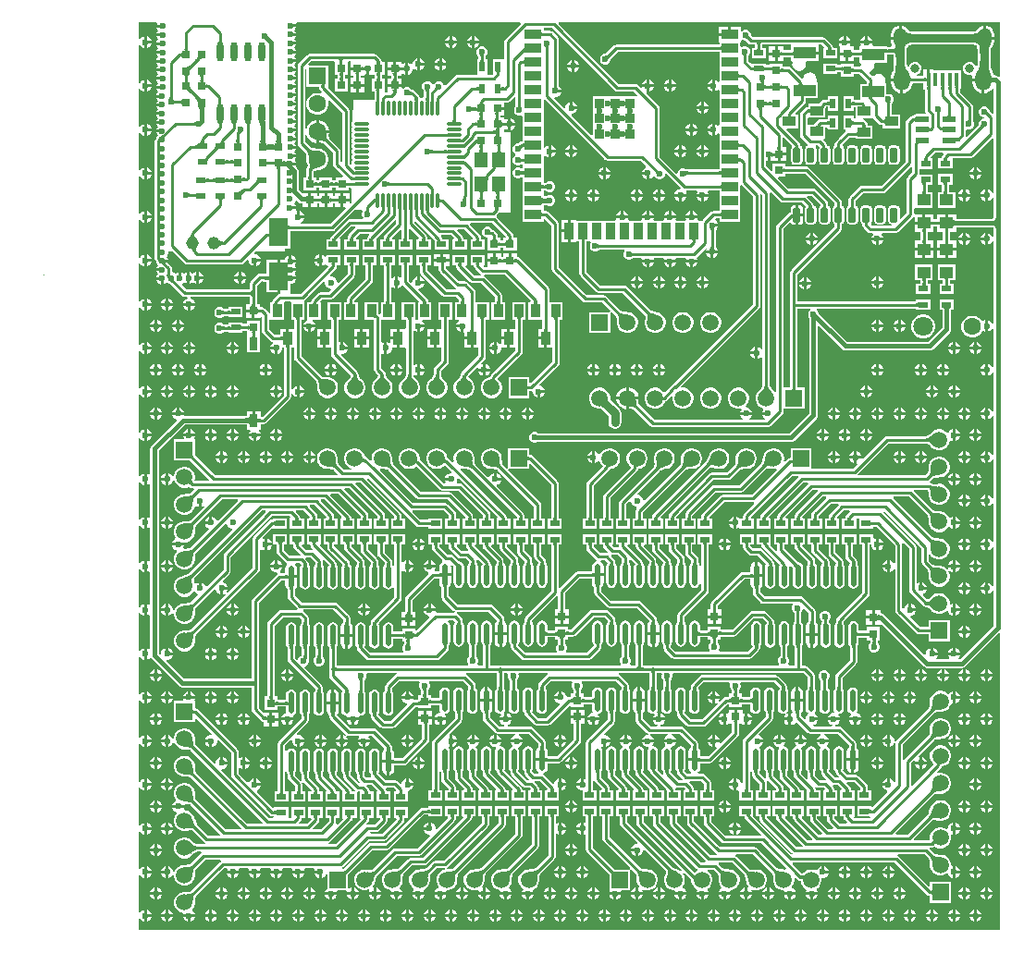
<source format=gbr>
%TF.GenerationSoftware,Altium Limited,Altium Designer,22.10.1 (41)*%
G04 Layer_Physical_Order=1*
G04 Layer_Color=255*
%FSLAX25Y25*%
%MOIN*%
%TF.SameCoordinates,BEAA4B2D-68BC-4382-99D5-5DCEA874A810*%
%TF.FilePolarity,Positive*%
%TF.FileFunction,Copper,L1,Top,Signal*%
%TF.Part,Single*%
G01*
G75*
%TA.AperFunction,Conductor*%
%ADD10C,0.01000*%
%TA.AperFunction,SMDPad,CuDef*%
%ADD11O,0.01181X0.05709*%
%ADD12O,0.05709X0.01181*%
%ADD13R,0.03150X0.03150*%
%ADD14R,0.04724X0.04331*%
%ADD15R,0.06693X0.09843*%
%TA.AperFunction,BGAPad,CuDef*%
%ADD16R,0.03543X0.03543*%
%TA.AperFunction,ConnectorPad*%
%ADD17R,0.03543X0.05906*%
%ADD18R,0.05906X0.03543*%
%TA.AperFunction,SMDPad,CuDef*%
%ADD19R,0.01772X0.05118*%
%ADD20R,0.03543X0.02165*%
%ADD21R,0.03150X0.03150*%
%ADD22R,0.02165X0.03543*%
%ADD23R,0.07874X0.03937*%
%ADD24R,0.04724X0.03347*%
G04:AMPARAMS|DCode=25|XSize=51.58mil|YSize=24.41mil|CornerRadius=3.05mil|HoleSize=0mil|Usage=FLASHONLY|Rotation=90.000|XOffset=0mil|YOffset=0mil|HoleType=Round|Shape=RoundedRectangle|*
%AMROUNDEDRECTD25*
21,1,0.05158,0.01831,0,0,90.0*
21,1,0.04547,0.02441,0,0,90.0*
1,1,0.00610,0.00915,0.02274*
1,1,0.00610,0.00915,-0.02274*
1,1,0.00610,-0.00915,-0.02274*
1,1,0.00610,-0.00915,0.02274*
%
%ADD25ROUNDEDRECTD25*%
G04:AMPARAMS|DCode=26|XSize=47.64mil|YSize=23.23mil|CornerRadius=2.9mil|HoleSize=0mil|Usage=FLASHONLY|Rotation=0.000|XOffset=0mil|YOffset=0mil|HoleType=Round|Shape=RoundedRectangle|*
%AMROUNDEDRECTD26*
21,1,0.04764,0.01742,0,0,0.0*
21,1,0.04183,0.02323,0,0,0.0*
1,1,0.00581,0.02092,-0.00871*
1,1,0.00581,-0.02092,-0.00871*
1,1,0.00581,-0.02092,0.00871*
1,1,0.00581,0.02092,0.00871*
%
%ADD26ROUNDEDRECTD26*%
%ADD27O,0.02362X0.07087*%
%ADD28R,0.03150X0.04724*%
%ADD29R,0.03347X0.04724*%
%ADD30O,0.02165X0.07874*%
%ADD31R,0.04528X0.05512*%
%TA.AperFunction,Conductor*%
%ADD32C,0.03000*%
%ADD33C,0.01500*%
%TA.AperFunction,ComponentPad*%
%ADD34C,0.07087*%
%ADD35C,0.06299*%
%ADD36C,0.04559*%
%ADD37C,0.05984*%
%ADD38R,0.05984X0.05984*%
%ADD39C,0.05937*%
%ADD40R,0.05937X0.05937*%
%ADD41R,0.05937X0.05937*%
%ADD42O,0.05709X0.07874*%
%ADD43O,0.04528X0.07087*%
%ADD44C,0.03150*%
%ADD45R,0.06299X0.06299*%
%TA.AperFunction,ViaPad*%
%ADD46C,0.02362*%
G36*
X146923Y325787D02*
X146953Y325702D01*
X147004Y325627D01*
X147075Y325562D01*
X147166Y325507D01*
X147277Y325462D01*
X147409Y325427D01*
X147561Y325402D01*
X147733Y325387D01*
X147925Y325382D01*
Y324382D01*
X147733Y324377D01*
X147561Y324362D01*
X147409Y324337D01*
X147277Y324302D01*
X147166Y324257D01*
X147075Y324202D01*
X147004Y324137D01*
X146953Y324062D01*
X146923Y323977D01*
X146913Y323882D01*
Y325882D01*
X146923Y325787D01*
D02*
G37*
G36*
X221685Y324397D02*
X221697Y324306D01*
X221718Y324216D01*
X221748Y324126D01*
X221786Y324036D01*
X221834Y323947D01*
X221890Y323859D01*
X221955Y323771D01*
X222029Y323683D01*
X222111Y323596D01*
X221404Y322889D01*
X221317Y322971D01*
X221229Y323045D01*
X221141Y323110D01*
X221053Y323166D01*
X220964Y323214D01*
X220874Y323252D01*
X220784Y323282D01*
X220694Y323303D01*
X220603Y323316D01*
X220512Y323319D01*
X221681Y324488D01*
X221685Y324397D01*
D02*
G37*
G36*
X31727Y322639D02*
X31766Y322184D01*
X31800Y322001D01*
X31844Y321846D01*
X31898Y321720D01*
X31962Y321623D01*
X32036Y321555D01*
X32119Y321516D01*
X32212Y321505D01*
X30250Y321420D01*
X30340Y321546D01*
X30420Y321675D01*
X30491Y321809D01*
X30552Y321947D01*
X30604Y322090D01*
X30646Y322237D01*
X30680Y322388D01*
X30703Y322544D01*
X30717Y322704D01*
X30722Y322868D01*
X31722Y322910D01*
X31727Y322639D01*
D02*
G37*
G36*
X226771Y322000D02*
X226582Y321990D01*
X226412Y321960D01*
X226261Y321910D01*
X226132Y321840D01*
X226022Y321750D01*
X225932Y321640D01*
X225862Y321510D01*
X225812Y321360D01*
X225781Y321190D01*
X225771Y321000D01*
X224771D01*
X224762Y321190D01*
X224731Y321360D01*
X224681Y321510D01*
X224611Y321640D01*
X224521Y321750D01*
X224412Y321840D01*
X224282Y321910D01*
X224131Y321960D01*
X223961Y321990D01*
X223772Y322000D01*
X225272Y323000D01*
X226771Y322000D01*
D02*
G37*
G36*
X278078Y326166D02*
X278336Y325930D01*
X278624Y325722D01*
X278942Y325542D01*
X279291Y325390D01*
X279669Y325265D01*
X280078Y325168D01*
X280518Y325099D01*
X280987Y325057D01*
X281486Y325043D01*
Y322043D01*
X280987Y322029D01*
X280518Y321988D01*
X280078Y321919D01*
X279669Y321822D01*
X279291Y321697D01*
X278942Y321545D01*
X278624Y321364D01*
X278336Y321157D01*
X278078Y320921D01*
X277850Y320658D01*
Y326429D01*
X278078Y326166D01*
D02*
G37*
G36*
X149679Y320847D02*
X149625Y320774D01*
X149576Y320694D01*
X149534Y320609D01*
X149499Y320518D01*
X149470Y320421D01*
X149447Y320319D01*
X149431Y320210D01*
X149421Y320096D01*
X149418Y319976D01*
X148418Y319962D01*
X148415Y320082D01*
X148405Y320197D01*
X148388Y320305D01*
X148365Y320407D01*
X148335Y320503D01*
X148299Y320593D01*
X148256Y320677D01*
X148206Y320756D01*
X148150Y320828D01*
X148087Y320894D01*
X149741Y320915D01*
X149679Y320847D01*
D02*
G37*
G36*
X251309Y320020D02*
X251321Y319862D01*
X251343Y319723D01*
X251373Y319603D01*
X251411Y319501D01*
X251458Y319418D01*
X251513Y319353D01*
X251577Y319306D01*
X251650Y319279D01*
X251731Y319269D01*
X249878D01*
X249959Y319279D01*
X250032Y319306D01*
X250096Y319353D01*
X250151Y319418D01*
X250198Y319501D01*
X250236Y319603D01*
X250266Y319723D01*
X250287Y319862D01*
X250300Y320020D01*
X250304Y320196D01*
X251304D01*
X251309Y320020D01*
D02*
G37*
G36*
X225777Y320079D02*
X225792Y319909D01*
X225816Y319759D01*
X225851Y319629D01*
X225897Y319519D01*
X225952Y319429D01*
X226016Y319359D01*
X226092Y319309D01*
X226177Y319279D01*
X226272Y319269D01*
X224271D01*
X224366Y319279D01*
X224451Y319309D01*
X224527Y319359D01*
X224591Y319429D01*
X224646Y319519D01*
X224692Y319629D01*
X224727Y319759D01*
X224751Y319909D01*
X224766Y320079D01*
X224771Y320269D01*
X225771D01*
X225777Y320079D01*
D02*
G37*
G36*
X19477Y320039D02*
X19491Y319867D01*
X19516Y319715D01*
X19552Y319584D01*
X19597Y319472D01*
X19651Y319381D01*
X19716Y319310D01*
X19792Y319260D01*
X19876Y319229D01*
X19972Y319219D01*
X17971D01*
X18067Y319229D01*
X18151Y319260D01*
X18226Y319310D01*
X18292Y319381D01*
X18347Y319472D01*
X18392Y319584D01*
X18427Y319715D01*
X18451Y319867D01*
X18466Y320039D01*
X18472Y320231D01*
X19471D01*
X19477Y320039D01*
D02*
G37*
G36*
X211922Y318882D02*
X211912Y318977D01*
X211881Y319062D01*
X211831Y319137D01*
X211760Y319202D01*
X211669Y319257D01*
X211557Y319302D01*
X211426Y319337D01*
X211274Y319362D01*
X211102Y319377D01*
X210910Y319382D01*
Y320382D01*
X211102Y320387D01*
X211274Y320402D01*
X211426Y320427D01*
X211557Y320462D01*
X211669Y320507D01*
X211760Y320562D01*
X211831Y320627D01*
X211881Y320702D01*
X211912Y320787D01*
X211922Y320882D01*
Y318882D01*
D02*
G37*
G36*
X270435Y319629D02*
X270465Y319611D01*
X270515Y319595D01*
X270585Y319582D01*
X270675Y319570D01*
X270915Y319553D01*
X271425Y319543D01*
Y318543D01*
X271235Y318538D01*
X271065Y318523D01*
X270915Y318498D01*
X270785Y318463D01*
X270675Y318418D01*
X270585Y318363D01*
X270515Y318298D01*
X270465Y318223D01*
X270435Y318138D01*
X270425Y318043D01*
Y319649D01*
X270435Y319629D01*
D02*
G37*
G36*
X305150Y321599D02*
X308723Y321128D01*
X308579Y320912D01*
X308450Y320660D01*
X308336Y320373D01*
X308237Y320049D01*
X308153Y319689D01*
X308085Y319294D01*
X307994Y318395D01*
X307971Y317892D01*
X307964Y317352D01*
X304964Y317901D01*
X304960Y318443D01*
X304819Y320607D01*
X304767Y320929D01*
X304726Y321100D01*
X304664Y321157D01*
X304376Y321364D01*
X304058Y321545D01*
X303709Y321697D01*
X303331Y321822D01*
X302922Y321919D01*
X302483Y321988D01*
X302013Y322029D01*
X301514Y322043D01*
Y325043D01*
X302013Y325057D01*
X302483Y325099D01*
X302922Y325168D01*
X303331Y325265D01*
X303709Y325390D01*
X304058Y325542D01*
X304376Y325722D01*
X304664Y325930D01*
X304922Y326166D01*
X305150Y326429D01*
Y321599D01*
D02*
G37*
G36*
X221004Y317829D02*
X220949Y317756D01*
X220900Y317677D01*
X220857Y317593D01*
X220821Y317502D01*
X220792Y317406D01*
X220769Y317303D01*
X220752Y317195D01*
X220743Y317081D01*
X220739Y316961D01*
X219739D01*
X219736Y317081D01*
X219726Y317195D01*
X219710Y317303D01*
X219687Y317406D01*
X219658Y317502D01*
X219622Y317593D01*
X219579Y317677D01*
X219530Y317756D01*
X219475Y317829D01*
X219413Y317896D01*
X221066D01*
X221004Y317829D01*
D02*
G37*
G36*
X262587Y316905D02*
X262577Y317000D01*
X262546Y317085D01*
X262496Y317160D01*
X262425Y317225D01*
X262334Y317280D01*
X262223Y317325D01*
X262091Y317360D01*
X261939Y317385D01*
X261767Y317400D01*
X261575Y317405D01*
Y318405D01*
X261767Y318410D01*
X261939Y318425D01*
X262091Y318450D01*
X262223Y318485D01*
X262334Y318530D01*
X262425Y318585D01*
X262496Y318650D01*
X262546Y318725D01*
X262577Y318810D01*
X262587Y318905D01*
Y316905D01*
D02*
G37*
G36*
X258632Y318810D02*
X258663Y318725D01*
X258713Y318650D01*
X258784Y318585D01*
X258875Y318530D01*
X258987Y318485D01*
X259118Y318450D01*
X259270Y318425D01*
X259442Y318410D01*
X259634Y318405D01*
Y317405D01*
X259442Y317400D01*
X259270Y317385D01*
X259118Y317360D01*
X258987Y317325D01*
X258875Y317280D01*
X258784Y317225D01*
X258713Y317160D01*
X258663Y317085D01*
X258632Y317000D01*
X258622Y316905D01*
Y318905D01*
X258632Y318810D01*
D02*
G37*
G36*
X237859Y316905D02*
X237848Y317000D01*
X237818Y317085D01*
X237767Y317160D01*
X237697Y317225D01*
X237606Y317280D01*
X237494Y317325D01*
X237363Y317360D01*
X237211Y317385D01*
X237039Y317400D01*
X236846Y317405D01*
Y318405D01*
X237039Y318410D01*
X237211Y318425D01*
X237363Y318450D01*
X237494Y318485D01*
X237606Y318530D01*
X237697Y318585D01*
X237767Y318650D01*
X237818Y318725D01*
X237848Y318810D01*
X237859Y318905D01*
Y316905D01*
D02*
G37*
G36*
X233132Y318810D02*
X233163Y318725D01*
X233213Y318650D01*
X233284Y318585D01*
X233375Y318530D01*
X233487Y318485D01*
X233618Y318450D01*
X233770Y318425D01*
X233942Y318410D01*
X234134Y318405D01*
Y317405D01*
X233942Y317400D01*
X233770Y317385D01*
X233618Y317360D01*
X233487Y317325D01*
X233375Y317280D01*
X233284Y317225D01*
X233213Y317160D01*
X233163Y317085D01*
X233132Y317000D01*
X233122Y316905D01*
Y318905D01*
X233132Y318810D01*
D02*
G37*
G36*
X126310Y317630D02*
X126258Y317554D01*
X126211Y317474D01*
X126171Y317387D01*
X126137Y317295D01*
X126109Y317197D01*
X126088Y317094D01*
X126072Y316986D01*
X126063Y316871D01*
X126060Y316751D01*
X125060Y316695D01*
X125057Y316815D01*
X125046Y316930D01*
X125029Y317037D01*
X125005Y317139D01*
X124974Y317234D01*
X124937Y317323D01*
X124892Y317405D01*
X124841Y317482D01*
X124782Y317552D01*
X124717Y317616D01*
X126368Y317700D01*
X126310Y317630D01*
D02*
G37*
G36*
X17421Y316556D02*
X17411Y316637D01*
X17383Y316710D01*
X17336Y316774D01*
X17271Y316829D01*
X17186Y316876D01*
X17083Y316914D01*
X16961Y316944D01*
X16820Y316966D01*
X16661Y316978D01*
X16483Y316983D01*
Y317983D01*
X16661Y317987D01*
X16820Y318000D01*
X16961Y318021D01*
X17083Y318051D01*
X17186Y318089D01*
X17271Y318136D01*
X17336Y318191D01*
X17383Y318255D01*
X17411Y318328D01*
X17421Y318409D01*
Y316556D01*
D02*
G37*
G36*
X312187Y309683D02*
X311725Y309491D01*
X311526Y309691D01*
X311017Y310031D01*
X310417Y310150D01*
X310071D01*
X309990Y310157D01*
X309988Y310157D01*
X309921Y310671D01*
X309532Y311609D01*
X309101Y312171D01*
X309047Y312362D01*
X308890Y313126D01*
X308838Y313514D01*
X308796Y314105D01*
Y318345D01*
X308881Y319185D01*
X308941Y319530D01*
X309013Y319841D01*
X309029Y319894D01*
X309084Y319936D01*
X309607Y320618D01*
X309936Y321412D01*
X310048Y322264D01*
Y323043D01*
X306756D01*
Y323543D01*
X306256D01*
Y328049D01*
X305904Y328003D01*
X305110Y327674D01*
X304428Y327151D01*
X303905Y326469D01*
X303856Y326350D01*
X303698Y326261D01*
X303422Y326140D01*
X303112Y326038D01*
X302766Y325956D01*
X302384Y325896D01*
X302153Y325875D01*
X280847D01*
X280615Y325896D01*
X280234Y325956D01*
X279888Y326038D01*
X279578Y326140D01*
X279302Y326261D01*
X279144Y326350D01*
X279095Y326469D01*
X278572Y327151D01*
X277890Y327674D01*
X277096Y328003D01*
X276744Y328049D01*
Y323543D01*
X276244D01*
Y323043D01*
X272952D01*
Y322264D01*
X273064Y321412D01*
X273265Y320927D01*
X272957Y320401D01*
X272387Y320356D01*
X271437D01*
Y320661D01*
X266396D01*
X266062Y321161D01*
X266229Y321563D01*
X261921D01*
X262088Y321161D01*
X261754Y320661D01*
X261563D01*
Y319217D01*
X259646D01*
Y320479D01*
X258355D01*
X258113Y320979D01*
X258355Y321563D01*
X254047D01*
X254314Y320919D01*
X254352Y320828D01*
X254402Y320708D01*
X254497Y320479D01*
X254497Y320479D01*
X254497Y320479D01*
Y318405D01*
X257071D01*
Y317905D01*
X257572D01*
Y315330D01*
X259646D01*
Y316592D01*
X261563D01*
Y314724D01*
X261756D01*
X262167Y314224D01*
X262074Y313756D01*
X261652Y313312D01*
X259434D01*
Y314361D01*
X254709D01*
Y313803D01*
X253666D01*
Y314360D01*
X248548D01*
Y310620D01*
X253666D01*
Y311177D01*
X254709D01*
Y309637D01*
X259434D01*
Y310687D01*
X261457D01*
X264113Y308031D01*
Y307063D01*
X261776D01*
Y301551D01*
X261374Y301313D01*
X259496D01*
Y302559D01*
X255756D01*
Y297441D01*
X259496D01*
Y298687D01*
X260076D01*
Y295005D01*
X259737Y294633D01*
X259651Y294582D01*
X259475Y294617D01*
Y295582D01*
X255734D01*
Y290464D01*
X256510D01*
X256661Y289964D01*
X256500Y289856D01*
X254072Y287428D01*
X254072Y287428D01*
X253072Y286428D01*
X252787Y286002D01*
X252687Y285500D01*
Y284776D01*
X252683Y284729D01*
X252658Y284724D01*
X252297Y284483D01*
X252056Y284121D01*
X251971Y283695D01*
Y279148D01*
X252056Y278721D01*
X252297Y278360D01*
X252658Y278118D01*
X253085Y278034D01*
X254915D01*
X255342Y278118D01*
X255703Y278360D01*
X255944Y278721D01*
X256029Y279148D01*
Y283695D01*
X255944Y284121D01*
X255703Y284483D01*
X255578Y284566D01*
X255517Y285158D01*
X255518Y285162D01*
X255928Y285572D01*
X255928Y285572D01*
X257972Y287615D01*
X260055D01*
Y287183D01*
X260837D01*
X260854Y287179D01*
X260872Y287183D01*
X266354D01*
Y292104D01*
X264517D01*
Y292295D01*
X264417Y292798D01*
X264133Y293224D01*
X263405Y293951D01*
X262979Y294236D01*
X262845Y294263D01*
X262894Y294762D01*
X266375D01*
X266731Y294413D01*
X268569Y292575D01*
X268995Y292290D01*
X269497Y292190D01*
X269898D01*
Y291042D01*
X276197D01*
Y295964D01*
X273313D01*
Y299842D01*
X273319Y299885D01*
X273329Y299930D01*
X273340Y299966D01*
X273351Y299993D01*
X273361Y300013D01*
X273371Y300029D01*
X273380Y300041D01*
X273416Y300079D01*
X273449Y300134D01*
X273669Y300353D01*
X273969Y301077D01*
Y301860D01*
X273669Y302584D01*
X273115Y303137D01*
X272392Y303437D01*
X271608D01*
X271224Y303694D01*
Y307063D01*
X271134D01*
X270791Y307563D01*
X270926Y308244D01*
X270739Y309185D01*
X270206Y309982D01*
X269409Y310515D01*
X268468Y310702D01*
X267528Y310515D01*
X266730Y309982D01*
X266671Y309893D01*
X266027Y309829D01*
X264929Y310928D01*
X265074Y311406D01*
X265472Y311485D01*
X266269Y312018D01*
X266802Y312815D01*
X266989Y313756D01*
X266896Y314224D01*
X267306Y314724D01*
X271437D01*
Y317731D01*
X272269D01*
X272817Y317719D01*
X273619Y317655D01*
X273687Y317645D01*
X273732Y317535D01*
X273800Y317286D01*
X273859Y316958D01*
X273903Y316564D01*
X273912Y316322D01*
Y313985D01*
X273856Y313011D01*
X273752Y312121D01*
X273719Y311936D01*
X273468Y311609D01*
X273079Y310671D01*
X272947Y309665D01*
Y309083D01*
X276835D01*
Y308583D01*
X277335D01*
Y303678D01*
X277841Y303745D01*
X278778Y304133D01*
X279584Y304751D01*
X280201Y305556D01*
X280590Y306494D01*
X280692Y307270D01*
X284496D01*
Y305024D01*
X285069D01*
Y297519D01*
X285169Y297016D01*
X285374Y296710D01*
X285192Y296210D01*
X281967D01*
X281547Y296126D01*
X281190Y295888D01*
X280967Y295553D01*
X280959Y295553D01*
X280740D01*
X280238Y295453D01*
X279812Y295168D01*
X278572Y293928D01*
X278287Y293502D01*
X278187Y293000D01*
Y279044D01*
X269456Y270313D01*
X262500D01*
X261998Y270213D01*
X261572Y269928D01*
X258072Y266428D01*
X257787Y266002D01*
X257687Y265500D01*
Y263123D01*
X257683Y263075D01*
X257658Y263071D01*
X257297Y262829D01*
X257055Y262468D01*
X256971Y262041D01*
Y257494D01*
X257055Y257068D01*
X257297Y256706D01*
X257658Y256465D01*
X258085Y256380D01*
X259915D01*
X260342Y256465D01*
X260703Y256706D01*
X260945Y257068D01*
X261029Y257494D01*
Y262041D01*
X260945Y262468D01*
X260703Y262829D01*
X260342Y263071D01*
X260317Y263075D01*
X260313Y263123D01*
Y264956D01*
X263044Y267687D01*
X270000D01*
X270502Y267787D01*
X270928Y268072D01*
X280187Y277331D01*
X280687Y277124D01*
Y275254D01*
X279072Y273639D01*
X278787Y273213D01*
X278687Y272711D01*
Y260544D01*
X276491Y258348D01*
X276029Y258539D01*
Y262041D01*
X275944Y262468D01*
X275703Y262829D01*
X275342Y263071D01*
X274915Y263155D01*
X273085D01*
X272658Y263071D01*
X272297Y262829D01*
X272056Y262468D01*
X271971Y262041D01*
Y257494D01*
X272056Y257068D01*
X272297Y256706D01*
X272658Y256465D01*
X273085Y256380D01*
X273342D01*
X273610Y255880D01*
X273565Y255813D01*
X266044D01*
X265650Y256206D01*
X265699Y256704D01*
X265703Y256706D01*
X265945Y257068D01*
X266029Y257494D01*
Y262041D01*
X265945Y262468D01*
X265703Y262829D01*
X265342Y263071D01*
X264915Y263155D01*
X263085D01*
X262658Y263071D01*
X262297Y262829D01*
X262055Y262468D01*
X261971Y262041D01*
Y257494D01*
X262055Y257068D01*
X262297Y256706D01*
X262658Y256465D01*
X262683Y256460D01*
X262687Y256413D01*
Y256000D01*
X262787Y255498D01*
X263072Y255072D01*
X264572Y253572D01*
X264998Y253287D01*
X265500Y253187D01*
X266211D01*
X266418Y252687D01*
X266163Y252433D01*
X265858Y251697D01*
X270166D01*
X269861Y252433D01*
X269606Y252687D01*
X269813Y253187D01*
X274500D01*
X275002Y253287D01*
X275428Y253572D01*
X280888Y259032D01*
X281058Y259012D01*
X281388Y258860D01*
Y257366D01*
X284250D01*
Y260032D01*
X281388D01*
X281313Y260500D01*
Y261800D01*
X281600Y262181D01*
X287900D01*
Y268087D01*
X286063D01*
Y270683D01*
X288003D01*
Y274423D01*
X283548D01*
X283313Y274711D01*
Y276392D01*
X288003D01*
Y280132D01*
X287351D01*
X287144Y280632D01*
X288699Y282187D01*
X291678D01*
X291869Y281725D01*
X291572Y281428D01*
X291287Y281002D01*
X291187Y280500D01*
Y280224D01*
X289941D01*
Y276484D01*
X295059D01*
Y280187D01*
X301490D01*
X301992Y280287D01*
X302418Y280572D01*
X309395Y287549D01*
X309895Y287342D01*
Y267884D01*
X309395Y267785D01*
X309231Y268181D01*
X308618Y268794D01*
X307882Y269099D01*
Y266945D01*
Y264791D01*
X308618Y265096D01*
X309231Y265710D01*
X309395Y266105D01*
X309895Y266006D01*
Y258903D01*
X309872Y258774D01*
X309838Y258671D01*
X309802Y258605D01*
X309767Y258562D01*
X309724Y258526D01*
X309658Y258491D01*
X309555Y258456D01*
X309425Y258434D01*
X296516D01*
X296407Y258443D01*
X296362Y258451D01*
Y260032D01*
X293500D01*
Y256866D01*
X292500D01*
Y260032D01*
X289638D01*
Y258179D01*
X288112D01*
Y260032D01*
X285250D01*
Y256866D01*
X284750D01*
Y256366D01*
X281388D01*
Y253701D01*
X283437D01*
Y250548D01*
X281388D01*
Y247883D01*
X284750D01*
X288112D01*
Y250548D01*
X286063D01*
Y253701D01*
X288112D01*
Y255554D01*
X289638D01*
Y253701D01*
X291687D01*
Y250548D01*
X289638D01*
Y247883D01*
X293000D01*
X296362D01*
Y250548D01*
X294313D01*
Y253701D01*
X296362D01*
Y255282D01*
X296407Y255289D01*
X296516Y255299D01*
X309426D01*
X309555Y255276D01*
X309658Y255241D01*
X309724Y255206D01*
X309767Y255171D01*
X309802Y255128D01*
X309838Y255062D01*
X309872Y254958D01*
X309895Y254829D01*
Y252136D01*
X309395Y252037D01*
X309231Y252433D01*
X308618Y253046D01*
X307882Y253351D01*
Y251197D01*
Y249043D01*
X308618Y249348D01*
X309231Y249962D01*
X309395Y250357D01*
X309895Y250258D01*
Y220640D01*
X309395Y220541D01*
X309231Y220936D01*
X308618Y221550D01*
X307882Y221855D01*
Y219701D01*
Y217547D01*
X308618Y217852D01*
X309231Y218465D01*
X309395Y218861D01*
X309895Y218762D01*
Y204892D01*
X309395Y204793D01*
X309231Y205188D01*
X308618Y205802D01*
X307882Y206107D01*
Y203953D01*
Y201799D01*
X308618Y202104D01*
X309231Y202717D01*
X309395Y203113D01*
X309895Y203014D01*
Y189144D01*
X309395Y189045D01*
X309231Y189440D01*
X308618Y190054D01*
X307882Y190359D01*
Y188205D01*
Y186051D01*
X308618Y186356D01*
X309231Y186969D01*
X309395Y187365D01*
X309895Y187266D01*
Y173396D01*
X309395Y173297D01*
X309231Y173692D01*
X308618Y174306D01*
X307882Y174611D01*
Y172457D01*
Y170303D01*
X308618Y170608D01*
X309231Y171221D01*
X309395Y171617D01*
X309895Y171518D01*
Y157648D01*
X309395Y157549D01*
X309231Y157944D01*
X308618Y158558D01*
X307882Y158862D01*
Y156709D01*
Y154555D01*
X308618Y154860D01*
X309231Y155473D01*
X309395Y155869D01*
X309895Y155770D01*
Y141900D01*
X309395Y141801D01*
X309231Y142196D01*
X308618Y142810D01*
X307882Y143114D01*
Y140961D01*
Y138807D01*
X308618Y139112D01*
X309231Y139725D01*
X309395Y140121D01*
X309895Y140022D01*
Y126152D01*
X309395Y126053D01*
X309231Y126448D01*
X308618Y127062D01*
X307882Y127366D01*
Y125213D01*
Y123059D01*
X308618Y123364D01*
X309231Y123977D01*
X309395Y124373D01*
X309895Y124274D01*
Y111612D01*
X297851Y99568D01*
X297340D01*
X297132Y100067D01*
X297420Y100355D01*
X297725Y101091D01*
X293417D01*
X293722Y100355D01*
X294010Y100067D01*
X293803Y99568D01*
X289465D01*
X289258Y100067D01*
X289546Y100355D01*
X289851Y101091D01*
X287697D01*
Y101591D01*
X287197D01*
Y103744D01*
X286462Y103440D01*
X285848Y102826D01*
X285516Y102024D01*
Y101408D01*
X285016Y101201D01*
X270432Y115784D01*
X269924Y116124D01*
X269324Y116243D01*
X269146D01*
Y117251D01*
X267072D01*
Y114676D01*
Y112101D01*
X269146D01*
Y112101D01*
X269525Y112258D01*
X284892Y96892D01*
X285400Y96552D01*
X286000Y96433D01*
X298500D01*
X299100Y96552D01*
X299608Y96892D01*
X311725Y109009D01*
X312187Y108817D01*
Y1813D01*
X1813D01*
Y5938D01*
X2313Y6038D01*
X2383Y5867D01*
X2997Y5253D01*
X3732Y4949D01*
Y7102D01*
Y9256D01*
X2997Y8952D01*
X2383Y8338D01*
X2313Y8167D01*
X1813Y8267D01*
Y21686D01*
X2313Y21786D01*
X2383Y21615D01*
X2997Y21001D01*
X3732Y20697D01*
Y22851D01*
Y25004D01*
X2997Y24700D01*
X2383Y24086D01*
X2313Y23915D01*
X1813Y24015D01*
X1813Y37434D01*
X2313Y37534D01*
X2383Y37363D01*
X2997Y36750D01*
X3732Y36445D01*
Y38598D01*
Y40752D01*
X2997Y40448D01*
X2383Y39834D01*
X2313Y39663D01*
X1813Y39763D01*
Y53182D01*
X2313Y53282D01*
X2383Y53111D01*
X2997Y52498D01*
X3732Y52193D01*
Y54347D01*
Y56500D01*
X2997Y56196D01*
X2383Y55582D01*
X2313Y55411D01*
X1813Y55511D01*
Y68930D01*
X2313Y69030D01*
X2383Y68859D01*
X2997Y68246D01*
X3732Y67941D01*
Y70095D01*
Y72248D01*
X2997Y71944D01*
X2383Y71330D01*
X2313Y71159D01*
X1813Y71259D01*
Y84678D01*
X2313Y84778D01*
X2383Y84607D01*
X2997Y83994D01*
X3732Y83689D01*
Y85843D01*
Y87996D01*
X2997Y87692D01*
X2383Y87078D01*
X2313Y86908D01*
X1813Y87007D01*
X1813Y100426D01*
X2313Y100526D01*
X2383Y100355D01*
X2997Y99742D01*
X3732Y99437D01*
Y101591D01*
Y103744D01*
X2997Y103440D01*
X2383Y102826D01*
X2313Y102655D01*
X1813Y102755D01*
Y116174D01*
X2313Y116274D01*
X2383Y116103D01*
X2997Y115490D01*
X3732Y115185D01*
Y117339D01*
Y119492D01*
X2997Y119188D01*
X2383Y118574D01*
X2313Y118404D01*
X1813Y118503D01*
Y131922D01*
X2313Y132022D01*
X2383Y131851D01*
X2997Y131238D01*
X3732Y130933D01*
Y133087D01*
Y135240D01*
X2997Y134936D01*
X2383Y134322D01*
X2313Y134152D01*
X1813Y134251D01*
Y147671D01*
X2313Y147770D01*
X2383Y147599D01*
X2997Y146986D01*
X3732Y146681D01*
Y148835D01*
Y150988D01*
X2997Y150684D01*
X2383Y150070D01*
X2313Y149900D01*
X1813Y149999D01*
Y163419D01*
X2313Y163518D01*
X2383Y163347D01*
X2997Y162734D01*
X3732Y162429D01*
Y164583D01*
Y166737D01*
X2997Y166432D01*
X2383Y165818D01*
X2313Y165648D01*
X1813Y165747D01*
Y179167D01*
X2313Y179266D01*
X2383Y179095D01*
X2997Y178482D01*
X3732Y178177D01*
Y180331D01*
Y182485D01*
X2997Y182180D01*
X2383Y181566D01*
X2313Y181396D01*
X1813Y181495D01*
Y194915D01*
X2313Y195014D01*
X2383Y194843D01*
X2997Y194230D01*
X3732Y193925D01*
Y196079D01*
Y198233D01*
X2997Y197928D01*
X2383Y197314D01*
X2313Y197144D01*
X1813Y197243D01*
Y210663D01*
X2313Y210762D01*
X2383Y210592D01*
X2997Y209978D01*
X3732Y209673D01*
Y211827D01*
Y213981D01*
X2997Y213676D01*
X2383Y213063D01*
X2313Y212892D01*
X1813Y212991D01*
Y226411D01*
X2313Y226510D01*
X2383Y226340D01*
X2997Y225726D01*
X3732Y225421D01*
Y227575D01*
Y229729D01*
X2997Y229424D01*
X2383Y228811D01*
X2313Y228640D01*
X1813Y228739D01*
X1813Y242159D01*
X2313Y242258D01*
X2383Y242088D01*
X2997Y241474D01*
X3732Y241169D01*
Y243323D01*
Y245477D01*
X2997Y245172D01*
X2383Y244559D01*
X2313Y244388D01*
X1813Y244487D01*
Y257907D01*
X2313Y258006D01*
X2383Y257836D01*
X2997Y257222D01*
X3732Y256917D01*
Y259071D01*
Y261225D01*
X2997Y260920D01*
X2383Y260307D01*
X2313Y260136D01*
X1813Y260235D01*
Y273655D01*
X2313Y273754D01*
X2383Y273584D01*
X2997Y272970D01*
X3732Y272665D01*
Y274819D01*
Y276973D01*
X2997Y276668D01*
X2383Y276055D01*
X2313Y275884D01*
X1813Y275983D01*
Y289403D01*
X2313Y289502D01*
X2383Y289332D01*
X2997Y288718D01*
X3732Y288414D01*
Y290567D01*
Y292721D01*
X2997Y292416D01*
X2383Y291803D01*
X2313Y291632D01*
X1813Y291731D01*
X1813Y305151D01*
X2313Y305251D01*
X2383Y305080D01*
X2997Y304466D01*
X3732Y304162D01*
Y306315D01*
Y308469D01*
X2997Y308164D01*
X2383Y307551D01*
X2313Y307380D01*
X1813Y307479D01*
Y320899D01*
X2313Y320999D01*
X2383Y320828D01*
X2997Y320214D01*
X3732Y319910D01*
Y322063D01*
Y324217D01*
X2997Y323912D01*
X2383Y323299D01*
X2313Y323128D01*
X1813Y323228D01*
Y329187D01*
X8149D01*
X8483Y328687D01*
X8346Y328357D01*
X10500D01*
Y327357D01*
X8346D01*
X8651Y326622D01*
X8987Y326286D01*
X8651Y325950D01*
X8346Y325214D01*
X10500D01*
Y324214D01*
X8346D01*
X8651Y323479D01*
X8987Y323143D01*
X8651Y322807D01*
X8346Y322071D01*
X10500D01*
Y321071D01*
X8346D01*
X8651Y320336D01*
X8987Y320000D01*
X8651Y319664D01*
X8346Y318929D01*
X10500D01*
Y317929D01*
X8346D01*
X8651Y317193D01*
X8987Y316857D01*
X8651Y316521D01*
X8346Y315786D01*
X10500D01*
Y314786D01*
X8346D01*
X8651Y314050D01*
X8987Y313714D01*
X8651Y313378D01*
X8346Y312643D01*
X10500D01*
Y311643D01*
X8346D01*
X8651Y310907D01*
X8987Y310571D01*
X8651Y310236D01*
X8346Y309500D01*
X10500D01*
Y308500D01*
X8346D01*
X8651Y307765D01*
X8987Y307429D01*
X8651Y307093D01*
X8346Y306357D01*
X10500D01*
Y305357D01*
X8346D01*
X8651Y304622D01*
X8926Y304346D01*
X8434Y303854D01*
X8129Y303118D01*
X10283D01*
Y302118D01*
X8129D01*
X8434Y301383D01*
X8770Y301047D01*
X8434Y300711D01*
X8129Y299976D01*
X10283D01*
Y298976D01*
X8129D01*
X8434Y298240D01*
X8770Y297904D01*
X8434Y297568D01*
X8129Y296833D01*
X10283D01*
Y295833D01*
X8129D01*
X8434Y295097D01*
X8770Y294761D01*
X8434Y294425D01*
X8129Y293690D01*
X10283D01*
Y292690D01*
X8129D01*
X8434Y291954D01*
X8770Y291618D01*
X8434Y291283D01*
X8129Y290547D01*
X10283D01*
Y289547D01*
X8129D01*
X8434Y288811D01*
X8770Y288476D01*
X8434Y288140D01*
X8187Y287543D01*
X8072Y287428D01*
X7787Y287002D01*
X7687Y286500D01*
Y244000D01*
X7787Y243498D01*
X8072Y243072D01*
X8102Y243042D01*
Y242756D01*
X8434Y241954D01*
X8770Y241618D01*
X8434Y241283D01*
X8129Y240547D01*
X10283D01*
Y239547D01*
X8129D01*
X8434Y238811D01*
X8770Y238476D01*
X8434Y238140D01*
X8129Y237404D01*
X10283D01*
Y236904D01*
X10783D01*
Y234751D01*
X11518Y235055D01*
X11939Y235476D01*
X12264Y235151D01*
X13066Y234819D01*
X13325D01*
X17572Y230572D01*
X17998Y230287D01*
X18500Y230187D01*
X19281D01*
X19381Y229687D01*
X18745Y229424D01*
X18131Y228811D01*
X17827Y228075D01*
X22134D01*
X21829Y228811D01*
X21216Y229424D01*
X20580Y229687D01*
X20680Y230187D01*
X41690D01*
X41734Y230180D01*
X41747Y230175D01*
X41751Y230162D01*
X41759Y230118D01*
Y227751D01*
X40497D01*
Y225676D01*
X43071D01*
Y225176D01*
X43571D01*
Y222601D01*
X45646D01*
Y222733D01*
X46146Y223001D01*
X46187Y222973D01*
Y218000D01*
X46287Y217498D01*
X46572Y217072D01*
X49173Y214471D01*
X49599Y214186D01*
X50015Y214104D01*
X50099Y213945D01*
X50122Y213873D01*
X50151Y213586D01*
X49627Y213063D01*
X49323Y212327D01*
X51477D01*
Y211827D01*
X51977D01*
Y209673D01*
X52712Y209978D01*
X53325Y210592D01*
X53658Y211393D01*
Y212037D01*
X54162D01*
Y194770D01*
X46448Y187056D01*
X45846D01*
Y189106D01*
X43771D01*
Y185744D01*
X42772D01*
Y189106D01*
X40697D01*
Y187328D01*
X40652Y187321D01*
X40543Y187311D01*
X18484D01*
X18221Y187705D01*
X13890D01*
X14194Y186969D01*
X14808Y186356D01*
X15249Y186173D01*
X15367Y185583D01*
X6392Y176608D01*
X6052Y176100D01*
X5932Y175500D01*
Y166621D01*
X5471Y166429D01*
X5468Y166432D01*
X4732Y166737D01*
Y164583D01*
Y162429D01*
X5468Y162734D01*
X5471Y162736D01*
X5932Y162545D01*
Y150873D01*
X5471Y150681D01*
X5468Y150684D01*
X4732Y150988D01*
Y148835D01*
Y146681D01*
X5468Y146986D01*
X5471Y146988D01*
X5932Y146797D01*
Y135125D01*
X5471Y134933D01*
X5468Y134936D01*
X4732Y135240D01*
Y133087D01*
Y130933D01*
X5468Y131238D01*
X5471Y131240D01*
X5932Y131049D01*
Y119376D01*
X5471Y119185D01*
X5468Y119188D01*
X4732Y119492D01*
Y117339D01*
Y115185D01*
X5468Y115490D01*
X5471Y115492D01*
X5932Y115301D01*
Y103628D01*
X5471Y103437D01*
X5468Y103440D01*
X4732Y103744D01*
Y101591D01*
Y99437D01*
X5468Y99742D01*
X5721Y99995D01*
X6365Y99932D01*
X6392Y99892D01*
X16392Y89892D01*
X16900Y89552D01*
X17500Y89433D01*
X42459D01*
Y81523D01*
X42559Y81021D01*
X42843Y80595D01*
X46054Y77384D01*
X46480Y77100D01*
X46897Y77017D01*
Y75296D01*
X48972D01*
Y77870D01*
Y80445D01*
X46897D01*
X46897Y80445D01*
Y80445D01*
X46488Y80663D01*
X45084Y82067D01*
Y119979D01*
X53213Y128109D01*
X54632D01*
Y126567D01*
X54794Y125754D01*
X55254Y125065D01*
X55427Y124950D01*
X55440Y124853D01*
X55443Y124815D01*
Y122039D01*
X55543Y121537D01*
X55828Y121111D01*
X59075Y117863D01*
X59116Y117836D01*
X58964Y117336D01*
X53272D01*
X52769Y117236D01*
X52343Y116951D01*
X48543Y113151D01*
X48259Y112725D01*
X48159Y112223D01*
Y86138D01*
X47109D01*
Y81414D01*
X51834D01*
Y82463D01*
X54849D01*
Y81067D01*
X54936Y80632D01*
X54965Y80311D01*
X54618Y80000D01*
X54178Y79818D01*
X53564Y79204D01*
X53260Y78469D01*
X57567D01*
X57436Y78786D01*
X57486Y79305D01*
X58104Y79719D01*
X58517Y80337D01*
X58662Y81067D01*
Y86775D01*
X58517Y87505D01*
X58104Y88124D01*
X57486Y88537D01*
X56756Y88682D01*
X56026Y88537D01*
X55408Y88124D01*
X54994Y87505D01*
X54849Y86775D01*
Y85088D01*
X51834D01*
Y86138D01*
X50784D01*
Y111679D01*
X53815Y114710D01*
X59728D01*
X60443Y113995D01*
Y112767D01*
X60440Y112729D01*
X60425Y112622D01*
X60405Y112522D01*
X60379Y112429D01*
X60350Y112343D01*
X60315Y112262D01*
X60276Y112186D01*
X60232Y112113D01*
X60166Y112021D01*
X60142Y111966D01*
X59994Y111745D01*
X59849Y111016D01*
Y105307D01*
X59994Y104577D01*
X60142Y104356D01*
X60167Y104301D01*
X60235Y104206D01*
X60280Y104131D01*
X60320Y104053D01*
X60356Y103971D01*
X60386Y103884D01*
X60412Y103792D01*
X60433Y103692D01*
X60448Y103586D01*
X60451Y103548D01*
Y100814D01*
X60156Y100692D01*
X59603Y100138D01*
X59344Y99514D01*
X58841Y99310D01*
X58068Y100083D01*
Y103556D01*
X58072Y103594D01*
X58087Y103701D01*
X58107Y103801D01*
X58132Y103894D01*
X58162Y103980D01*
X58197Y104061D01*
X58236Y104137D01*
X58279Y104209D01*
X58345Y104302D01*
X58370Y104357D01*
X58517Y104577D01*
X58662Y105307D01*
Y111016D01*
X58517Y111745D01*
X58104Y112364D01*
X57486Y112777D01*
X56756Y112922D01*
X56026Y112777D01*
X55408Y112364D01*
X54994Y111745D01*
X54849Y111016D01*
Y105307D01*
X54994Y104577D01*
X55142Y104357D01*
X55166Y104302D01*
X55232Y104209D01*
X55276Y104137D01*
X55315Y104061D01*
X55349Y103980D01*
X55379Y103894D01*
X55405Y103801D01*
X55425Y103701D01*
X55440Y103594D01*
X55443Y103556D01*
Y99539D01*
X55543Y99037D01*
X55828Y98611D01*
X65443Y88995D01*
Y88527D01*
X65440Y88489D01*
X65425Y88381D01*
X65405Y88282D01*
X65379Y88189D01*
X65350Y88102D01*
X65315Y88022D01*
X65276Y87946D01*
X65232Y87873D01*
X65166Y87781D01*
X65142Y87726D01*
X64994Y87505D01*
X64849Y86775D01*
Y81067D01*
X64994Y80337D01*
X65408Y79719D01*
X66026Y79305D01*
X66756Y79160D01*
X67485Y79305D01*
X68104Y79719D01*
X68517Y80337D01*
X68663Y81067D01*
Y86775D01*
X68517Y87505D01*
X68370Y87726D01*
X68345Y87781D01*
X68279Y87873D01*
X68235Y87946D01*
X68196Y88022D01*
X68162Y88102D01*
X68132Y88189D01*
X68107Y88282D01*
X68087Y88381D01*
X68072Y88489D01*
X68068Y88527D01*
Y89539D01*
X67968Y90041D01*
X67684Y90467D01*
X61558Y96593D01*
X61762Y97096D01*
X62387Y97354D01*
X62940Y97908D01*
X63240Y98632D01*
Y99415D01*
X63139Y99658D01*
X63134Y99705D01*
X63128Y99722D01*
X63076Y100495D01*
Y103564D01*
X63079Y103601D01*
X63094Y103709D01*
X63114Y103810D01*
X63139Y103903D01*
X63168Y103989D01*
X63202Y104068D01*
X63240Y104142D01*
X63282Y104212D01*
X63346Y104302D01*
X63370Y104357D01*
X63517Y104577D01*
X63662Y105307D01*
Y111016D01*
X63517Y111745D01*
X63370Y111966D01*
X63345Y112021D01*
X63279Y112113D01*
X63235Y112186D01*
X63196Y112262D01*
X63162Y112343D01*
X63132Y112429D01*
X63107Y112522D01*
X63087Y112622D01*
X63072Y112729D01*
X63068Y112767D01*
Y114539D01*
X62968Y115041D01*
X62684Y115467D01*
X61200Y116951D01*
X61159Y116979D01*
X61310Y117479D01*
X71960D01*
X75443Y113995D01*
Y112767D01*
X75440Y112729D01*
X75427Y112632D01*
X75254Y112517D01*
X74794Y111828D01*
X74632Y111016D01*
Y108661D01*
X78879D01*
Y111016D01*
X78718Y111828D01*
X78257Y112517D01*
X78085Y112632D01*
X78071Y112729D01*
X78068Y112767D01*
Y114539D01*
X77969Y115041D01*
X77684Y115467D01*
X73432Y119719D01*
X73006Y120004D01*
X72503Y120104D01*
X60547D01*
X58068Y122583D01*
Y124815D01*
X58072Y124853D01*
X58085Y124950D01*
X58257Y125065D01*
X58718Y125754D01*
X58879Y126567D01*
Y128921D01*
X56756D01*
Y129921D01*
X58879D01*
Y132275D01*
X58718Y133088D01*
X58302Y133711D01*
X58440Y134211D01*
X59824D01*
X60408Y133626D01*
X60408Y133624D01*
X59994Y133005D01*
X59849Y132275D01*
Y126567D01*
X59994Y125837D01*
X60408Y125219D01*
X61026Y124805D01*
X61756Y124660D01*
X62485Y124805D01*
X63104Y125219D01*
X63517Y125837D01*
X63662Y126567D01*
Y132275D01*
X63517Y133005D01*
X63104Y133624D01*
X63087Y133635D01*
X63068Y133865D01*
Y134135D01*
X62968Y134637D01*
X62684Y135063D01*
X62021Y135726D01*
X62228Y136226D01*
X63712D01*
X65443Y134495D01*
Y134027D01*
X65440Y133989D01*
X65425Y133881D01*
X65405Y133782D01*
X65379Y133689D01*
X65350Y133602D01*
X65315Y133522D01*
X65276Y133446D01*
X65232Y133373D01*
X65166Y133281D01*
X65142Y133226D01*
X64994Y133005D01*
X64849Y132275D01*
Y126567D01*
X64994Y125837D01*
X65408Y125219D01*
X66026Y124805D01*
X66756Y124660D01*
X67485Y124805D01*
X68104Y125219D01*
X68517Y125837D01*
X68663Y126567D01*
Y132275D01*
X68517Y133005D01*
X68370Y133226D01*
X68345Y133281D01*
X68279Y133373D01*
X68235Y133446D01*
X68196Y133522D01*
X68162Y133602D01*
X68132Y133689D01*
X68107Y133782D01*
X68087Y133881D01*
X68072Y133989D01*
X68068Y134027D01*
Y135039D01*
X68038Y135194D01*
X68498Y135440D01*
X70370Y133568D01*
X69994Y133005D01*
X69849Y132275D01*
Y126567D01*
X69994Y125837D01*
X70407Y125219D01*
X71026Y124805D01*
X71756Y124660D01*
X72486Y124805D01*
X73104Y125219D01*
X73517Y125837D01*
X73663Y126567D01*
Y132275D01*
X73517Y133005D01*
X73104Y133624D01*
X73080Y133640D01*
X73068Y133790D01*
Y134039D01*
X72969Y134541D01*
X72684Y134967D01*
X67107Y140543D01*
X67299Y141005D01*
X67495D01*
Y144746D01*
X62377D01*
Y141005D01*
X63623D01*
Y140859D01*
X63723Y140356D01*
X64008Y139931D01*
X64657Y139281D01*
X64411Y138821D01*
X64256Y138851D01*
X62300D01*
X60646Y140505D01*
X60853Y141005D01*
X61424D01*
Y144746D01*
X56305D01*
Y141005D01*
X57552D01*
Y140430D01*
X57652Y139928D01*
X57936Y139502D01*
X60103Y137336D01*
X59895Y136836D01*
X56198D01*
X54106Y138927D01*
Y141005D01*
X55352D01*
Y144746D01*
X50234D01*
Y141005D01*
X51481D01*
Y138384D01*
X51580Y137882D01*
X51865Y137456D01*
X54726Y134595D01*
X55151Y134310D01*
X55152Y134310D01*
X55258Y133780D01*
X55254Y133777D01*
X54794Y133088D01*
X54632Y132275D01*
Y130734D01*
X52802D01*
X52702Y131234D01*
X52712Y131238D01*
X53325Y131851D01*
X53630Y132587D01*
X49323D01*
X49627Y131851D01*
X50241Y131238D01*
X51043Y130906D01*
X51674D01*
X51826Y130406D01*
X51741Y130349D01*
X42843Y121451D01*
X42559Y121026D01*
X42459Y120523D01*
Y92567D01*
X18149D01*
X11807Y98910D01*
X12014Y99410D01*
X12540D01*
X13342Y99742D01*
X13955Y100355D01*
X14260Y101091D01*
X12106D01*
Y101591D01*
X11606D01*
Y103744D01*
X10871Y103440D01*
X10257Y102826D01*
X9925Y102024D01*
Y101499D01*
X9425Y101292D01*
X9067Y101649D01*
Y174851D01*
X18393Y184176D01*
X40543D01*
X40652Y184167D01*
X40697Y184159D01*
Y182381D01*
X41861D01*
X42068Y181881D01*
X41753Y181566D01*
X41449Y180831D01*
X45756D01*
X45452Y181566D01*
X45136Y181881D01*
X45344Y182381D01*
X45846D01*
Y184431D01*
X46992D01*
X47494Y184531D01*
X47920Y184816D01*
X56402Y193298D01*
X56687Y193724D01*
X56787Y194226D01*
Y195262D01*
X57287Y195361D01*
X57501Y194843D01*
X58115Y194230D01*
X58851Y193925D01*
Y196079D01*
Y198233D01*
X58115Y197928D01*
X57501Y197314D01*
X57287Y196797D01*
X56787Y196896D01*
Y212037D01*
X57862D01*
Y208250D01*
X57962Y207748D01*
X58246Y207322D01*
X65716Y199852D01*
X65785Y199747D01*
X65855Y199604D01*
X65923Y199423D01*
X65985Y199204D01*
X66038Y198946D01*
X66079Y198662D01*
X66127Y197950D01*
X66130Y197547D01*
X66145Y197473D01*
Y197029D01*
X66401Y196073D01*
X66896Y195217D01*
X67595Y194518D01*
X68452Y194023D01*
X69407Y193767D01*
X70396D01*
X71351Y194023D01*
X72208Y194518D01*
X72907Y195217D01*
X73401Y196073D01*
X73657Y197029D01*
Y198018D01*
X73401Y198973D01*
X72907Y199829D01*
X72208Y200529D01*
X71351Y201023D01*
X70396Y201279D01*
X69952D01*
X69878Y201294D01*
X69475Y201297D01*
X68763Y201345D01*
X68478Y201386D01*
X68221Y201439D01*
X68002Y201501D01*
X67821Y201569D01*
X67678Y201640D01*
X67572Y201709D01*
X60487Y208794D01*
Y222071D01*
X61635D01*
Y228370D01*
X61446D01*
X61418Y228442D01*
X61363Y228870D01*
X61700Y229095D01*
X68480Y235876D01*
X68980Y235669D01*
Y235015D01*
X69313Y234213D01*
X69926Y233600D01*
X70728Y233268D01*
X70953D01*
X71160Y232768D01*
X70228Y231836D01*
X67268D01*
X66766Y231736D01*
X66340Y231451D01*
X64335Y229446D01*
X64050Y229020D01*
X63950Y228518D01*
Y228391D01*
X62559D01*
Y222301D01*
X62559Y222092D01*
X62356Y221676D01*
X62052Y221550D01*
X61439Y220936D01*
X61134Y220201D01*
X65441D01*
X65137Y220936D01*
X64523Y221550D01*
X64421Y221592D01*
X64521Y222092D01*
X67480D01*
Y228391D01*
X67480D01*
X67338Y228736D01*
X67812Y229210D01*
X70771D01*
X71274Y229310D01*
X71700Y229595D01*
X79402Y237298D01*
X79687Y237724D01*
X79787Y238226D01*
Y241596D01*
X81033D01*
Y245336D01*
X75915D01*
Y241596D01*
X77162D01*
Y238770D01*
X73843Y235451D01*
X73343Y235658D01*
Y235883D01*
X73011Y236684D01*
X72397Y237298D01*
X71595Y237630D01*
X70942D01*
X70735Y238130D01*
X72902Y240298D01*
X73187Y240724D01*
X73287Y241226D01*
Y241596D01*
X74533D01*
Y245336D01*
X69415D01*
Y244924D01*
X68915Y244717D01*
X68460Y245172D01*
X67725Y245477D01*
Y243323D01*
Y241169D01*
X68460Y241474D01*
X68915Y241929D01*
X69415Y241722D01*
Y241596D01*
X69835D01*
X70026Y241134D01*
X60228Y231336D01*
X56621D01*
X56609Y231831D01*
X56609Y231836D01*
Y234819D01*
X56934D01*
X57736Y235151D01*
X58349Y235765D01*
X58654Y236500D01*
X56500D01*
Y237500D01*
X58654D01*
X58349Y238235D01*
X58084Y238500D01*
X58349Y238765D01*
X58654Y239500D01*
X56500D01*
Y240500D01*
X58654D01*
X58349Y241235D01*
X58084Y241500D01*
X58349Y241764D01*
X58654Y242500D01*
X56500D01*
Y243000D01*
X56000D01*
Y245154D01*
X55265Y244849D01*
X54651Y244235D01*
X54418Y243673D01*
X52763D01*
Y237752D01*
Y231688D01*
X52772Y231336D01*
X52269Y231236D01*
X51843Y230951D01*
X50338Y229446D01*
X50054Y229020D01*
X49954Y228518D01*
Y228391D01*
X49273D01*
Y224246D01*
X48774Y224197D01*
X48713Y224502D01*
X48428Y224928D01*
X47252Y226104D01*
X46826Y226389D01*
X46324Y226488D01*
X45646D01*
Y227751D01*
X44384D01*
Y231500D01*
Y234279D01*
X46130Y236025D01*
X46558D01*
X46914Y235787D01*
X47416Y235687D01*
X47916D01*
Y231831D01*
X51763D01*
Y236418D01*
X51763Y236418D01*
X51666Y236448D01*
X51564Y236471D01*
X51500Y236480D01*
X51436Y236471D01*
X51334Y236448D01*
X51237Y236418D01*
X51147Y236382D01*
X51062Y236340D01*
X50983Y236291D01*
X50911Y236235D01*
X50844Y236173D01*
Y237827D01*
X50911Y237765D01*
X50983Y237709D01*
X51062Y237660D01*
X51147Y237618D01*
X51237Y237582D01*
X51334Y237552D01*
X51436Y237529D01*
X51500Y237520D01*
X51564Y237529D01*
X51666Y237552D01*
X51763Y237582D01*
X51763Y237582D01*
Y237752D01*
Y243673D01*
X47916D01*
Y238882D01*
X47416Y238583D01*
X47079Y238650D01*
X45586D01*
X45084Y238550D01*
X44658Y238266D01*
X42143Y235751D01*
X41859Y235326D01*
X41759Y234823D01*
Y232881D01*
X41751Y232838D01*
X41747Y232825D01*
X41734Y232820D01*
X41690Y232813D01*
X19044D01*
X17432Y234425D01*
X17549Y235015D01*
X17878Y235151D01*
X18214Y235487D01*
X18550Y235151D01*
X19286Y234846D01*
Y237000D01*
Y239154D01*
X18550Y238849D01*
X18214Y238513D01*
X17878Y238849D01*
X17143Y239154D01*
Y237000D01*
X16143D01*
Y239154D01*
X15407Y238849D01*
X15071Y238513D01*
X14736Y238849D01*
X13934Y239181D01*
X13813D01*
Y240500D01*
X13713Y241002D01*
X13428Y241428D01*
X12358Y242499D01*
X12437Y242690D01*
X11385D01*
X11384Y242675D01*
X11387Y242590D01*
X11401Y242504D01*
X11427Y242418D01*
X11464Y242331D01*
X11513Y242244D01*
X11573Y242156D01*
X11645Y242068D01*
X11728Y241979D01*
X10785Y241508D01*
X10699Y241592D01*
X10528Y241740D01*
X10444Y241804D01*
X10279Y241913D01*
X10198Y241958D01*
X10118Y241997D01*
X10038Y242028D01*
X9960Y242054D01*
X11129Y242690D01*
X10283D01*
Y243690D01*
X12437D01*
X12132Y244425D01*
X11796Y244761D01*
X12132Y245097D01*
X12464Y245899D01*
Y246171D01*
X12500Y246656D01*
X12926Y246656D01*
X13987D01*
X18410Y242233D01*
X18836Y241949D01*
X19339Y241849D01*
X38662D01*
X39164Y241949D01*
X39590Y242233D01*
X40921Y243565D01*
X41421Y243358D01*
Y242889D01*
X41753Y242088D01*
X42367Y241474D01*
X43102Y241169D01*
Y243323D01*
X43602D01*
Y243823D01*
X45756D01*
X45452Y244559D01*
X44838Y245172D01*
X44036Y245504D01*
X43568D01*
X43360Y246004D01*
X44013Y246656D01*
X54500D01*
Y247791D01*
X56397D01*
Y253955D01*
X71526D01*
X72029Y254055D01*
X72455Y254340D01*
X79615Y261500D01*
X82216D01*
X82229Y261491D01*
X82509Y261000D01*
X82303Y260502D01*
Y259719D01*
X82603Y258996D01*
X82762Y258836D01*
X82555Y258336D01*
X78023D01*
X77521Y258236D01*
X77095Y257951D01*
X71243Y252100D01*
X70959Y251674D01*
X70859Y251172D01*
Y251045D01*
X69415D01*
Y247305D01*
X74533D01*
Y251045D01*
X74533D01*
X74348Y251492D01*
X78567Y255711D01*
X79838D01*
X79991Y255371D01*
X80008Y255210D01*
X77546Y252748D01*
X77262Y252323D01*
X77162Y251820D01*
Y251045D01*
X75915D01*
Y247305D01*
X81033D01*
Y251045D01*
X80262D01*
X80055Y251545D01*
X81518Y253008D01*
X84746D01*
X84938Y252546D01*
X84492Y252100D01*
X84207Y251674D01*
X84107Y251172D01*
Y251045D01*
X82415D01*
Y247305D01*
X87533D01*
Y251045D01*
X87533D01*
X87421Y251316D01*
X94105Y258000D01*
X94567Y257809D01*
Y256770D01*
X90546Y252748D01*
X90262Y252323D01*
X90162Y251820D01*
Y251045D01*
X88915D01*
Y247305D01*
X94033D01*
Y251045D01*
X93262D01*
X93055Y251545D01*
X96074Y254563D01*
X96536Y254372D01*
Y251045D01*
X95415D01*
Y247305D01*
X100533D01*
Y251045D01*
X99161D01*
Y254624D01*
X99623Y254816D01*
X102894Y251545D01*
X102686Y251045D01*
X101915D01*
Y247305D01*
X107033D01*
Y251045D01*
X105787D01*
Y251820D01*
X105687Y252323D01*
X105402Y252748D01*
X101252Y256899D01*
X101285Y257151D01*
X101813Y257331D01*
X108415Y250728D01*
Y250263D01*
X108412Y250245D01*
X108415Y250228D01*
Y247305D01*
X113533D01*
Y251045D01*
X111225D01*
Y251088D01*
X111125Y251590D01*
X110840Y252016D01*
X110810Y252046D01*
X111002Y252508D01*
X114442D01*
X115443Y251507D01*
X115252Y251045D01*
X114915D01*
Y247305D01*
X120033D01*
Y251045D01*
X118787D01*
Y251332D01*
X118687Y251835D01*
X118402Y252260D01*
X116578Y254085D01*
X116770Y254547D01*
X119329D01*
X122331Y251545D01*
X122124Y251045D01*
X121415D01*
Y247305D01*
X126533D01*
Y251045D01*
X125287D01*
Y251757D01*
X125187Y252260D01*
X124902Y252686D01*
X121259Y256329D01*
X121466Y256829D01*
X129314D01*
X134056Y252088D01*
X133849Y251588D01*
X133312D01*
Y250538D01*
X132336D01*
Y251588D01*
X131287D01*
Y252326D01*
X131187Y252829D01*
X130902Y253255D01*
X129990Y254168D01*
X129564Y254452D01*
X129207Y254523D01*
X129169Y254615D01*
X128615Y255169D01*
X127892Y255469D01*
X127108D01*
X126385Y255169D01*
X125831Y254615D01*
X125531Y253892D01*
Y253108D01*
X125831Y252385D01*
X126385Y251831D01*
X127108Y251532D01*
X127612D01*
Y246864D01*
X132336D01*
Y247913D01*
X133312D01*
Y246864D01*
X138037D01*
Y251588D01*
X136987D01*
Y252326D01*
X136887Y252828D01*
X136602Y253254D01*
X130786Y259070D01*
X130724Y259713D01*
X131510Y260500D01*
X136000D01*
Y289500D01*
X133762D01*
X133631Y289946D01*
X133631D01*
Y290578D01*
X134131Y290785D01*
X134265Y290651D01*
X135000Y290346D01*
Y292500D01*
Y294654D01*
X134265Y294349D01*
X134131Y294215D01*
X133631Y294422D01*
Y295095D01*
X132202D01*
Y295646D01*
X133631D01*
Y297720D01*
X131056D01*
Y298720D01*
X133631D01*
Y300187D01*
X134500D01*
X135002Y300287D01*
X135428Y300572D01*
X137225Y302369D01*
X137687Y302178D01*
Y299127D01*
X137681Y299084D01*
X137671Y299039D01*
X137660Y299003D01*
X137649Y298976D01*
X137639Y298955D01*
X137629Y298940D01*
X137620Y298928D01*
X137584Y298889D01*
X137551Y298835D01*
X137331Y298615D01*
X137031Y297892D01*
Y297108D01*
X137331Y296385D01*
X137885Y295831D01*
X138608Y295532D01*
X139392D01*
X139744Y295677D01*
X140244Y295343D01*
Y292323D01*
Y286313D01*
X139715D01*
X139213Y286213D01*
X138787Y285928D01*
X138473Y285614D01*
X138437Y285585D01*
X138386Y285550D01*
X138341Y285522D01*
X138300Y285500D01*
X138264Y285483D01*
X138233Y285472D01*
X138222Y285469D01*
X138108D01*
X137385Y285169D01*
X136831Y284615D01*
X136531Y283892D01*
Y283108D01*
X136831Y282385D01*
X137385Y281831D01*
X137531Y281771D01*
Y281229D01*
X137385Y281169D01*
X136831Y280615D01*
X136531Y279892D01*
Y279108D01*
X136831Y278385D01*
X137385Y277831D01*
X138108Y277532D01*
X138892D01*
X139615Y277831D01*
X139744Y277960D01*
X140108Y277867D01*
X140237Y277738D01*
X140244Y277719D01*
Y276781D01*
X140237Y276762D01*
X140108Y276633D01*
X139744Y276540D01*
X139615Y276669D01*
X138892Y276969D01*
X138108D01*
X137385Y276669D01*
X136831Y276115D01*
X136531Y275392D01*
Y274608D01*
X136831Y273885D01*
X137385Y273331D01*
X138108Y273031D01*
X138892D01*
X139615Y273331D01*
X139744Y273460D01*
X140108Y273367D01*
X140237Y273238D01*
X140244Y273219D01*
Y267323D01*
Y262323D01*
Y257323D01*
X147724D01*
Y258212D01*
X148224Y258419D01*
X150687Y255956D01*
Y240295D01*
X150787Y239792D01*
X151072Y239367D01*
X161843Y228595D01*
X162269Y228310D01*
X162771Y228210D01*
X168933D01*
X171924Y225220D01*
X171657Y224780D01*
X171330Y224780D01*
X164220D01*
Y217220D01*
X171780D01*
Y224296D01*
X171780Y224657D01*
X172220Y224924D01*
X173788Y223356D01*
X173857Y223249D01*
X173928Y223105D01*
X173997Y222922D01*
X174059Y222700D01*
X174113Y222440D01*
X174154Y222151D01*
X174202Y221432D01*
X174205Y221024D01*
X174221Y220950D01*
Y220502D01*
X174478Y219541D01*
X174976Y218679D01*
X175679Y217976D01*
X176541Y217478D01*
X177502Y217220D01*
X178498D01*
X179459Y217478D01*
X180321Y217976D01*
X181024Y218679D01*
X181522Y219541D01*
X181780Y220502D01*
Y221498D01*
X181522Y222459D01*
X181024Y223321D01*
X180321Y224024D01*
X179459Y224522D01*
X178498Y224780D01*
X178050D01*
X177976Y224795D01*
X177568Y224798D01*
X176849Y224846D01*
X176560Y224887D01*
X176300Y224941D01*
X176078Y225003D01*
X175895Y225072D01*
X175751Y225143D01*
X175644Y225212D01*
X170405Y230451D01*
X169979Y230736D01*
X169477Y230836D01*
X163315D01*
X153313Y240838D01*
Y256500D01*
X153213Y257002D01*
X152928Y257428D01*
X149546Y260810D01*
X149120Y261095D01*
X148618Y261194D01*
X147724D01*
Y263311D01*
X147823Y263338D01*
X147981Y263364D01*
X148091Y263373D01*
X148843D01*
X148885Y263331D01*
X149608Y263032D01*
X150392D01*
X151115Y263331D01*
X151669Y263885D01*
X151969Y264608D01*
Y265392D01*
X151669Y266115D01*
X151115Y266669D01*
X150392Y266968D01*
X149608D01*
X148885Y266669D01*
X148730Y266514D01*
X148646Y266509D01*
X148091D01*
X147981Y266518D01*
X147823Y266544D01*
X147724Y266571D01*
Y268687D01*
X148373D01*
X148416Y268681D01*
X148461Y268671D01*
X148497Y268660D01*
X148524Y268649D01*
X148545Y268639D01*
X148560Y268629D01*
X148572Y268620D01*
X148611Y268584D01*
X148665Y268551D01*
X148885Y268331D01*
X149608Y268032D01*
X150392D01*
X151115Y268331D01*
X151669Y268885D01*
X151969Y269608D01*
Y270392D01*
X151669Y271115D01*
X151115Y271669D01*
X150392Y271969D01*
X149608D01*
X148885Y271669D01*
X148665Y271449D01*
X148611Y271416D01*
X148572Y271380D01*
X148560Y271371D01*
X148545Y271361D01*
X148524Y271351D01*
X148497Y271340D01*
X148461Y271329D01*
X148416Y271319D01*
X148373Y271313D01*
X147724D01*
Y277323D01*
Y281079D01*
X148224Y281286D01*
X148666Y280844D01*
X149402Y280539D01*
Y282693D01*
Y284847D01*
X148666Y284542D01*
X148224Y284100D01*
X147724Y284308D01*
Y287323D01*
Y292323D01*
Y297323D01*
Y301325D01*
X148224Y301532D01*
X169968Y279788D01*
X170394Y279503D01*
X170896Y279403D01*
X182740D01*
X184690Y277454D01*
X184572Y276864D01*
X184099Y276668D01*
X183486Y276055D01*
X183181Y275319D01*
X185335D01*
Y274819D01*
X185835D01*
Y272665D01*
X186570Y272970D01*
X187184Y273584D01*
X187196Y273612D01*
X187737D01*
X187831Y273385D01*
X188385Y272831D01*
X189108Y272532D01*
X189892D01*
X190615Y272831D01*
X191169Y273385D01*
X191469Y274108D01*
Y274468D01*
X191969Y274675D01*
X197055Y269588D01*
X196864Y269126D01*
X196712D01*
X195910Y268794D01*
X195297Y268181D01*
X194992Y267445D01*
X199300D01*
X199041Y268069D01*
X199198Y268428D01*
X199313Y268569D01*
X202906D01*
X203125Y268069D01*
X202866Y267445D01*
X207174D01*
X206915Y268069D01*
X207134Y268569D01*
X211110D01*
Y267323D01*
Y261194D01*
X208891D01*
X208389Y261095D01*
X207963Y260810D01*
X205072Y257919D01*
X204949Y257735D01*
X204457Y257716D01*
X204457Y257716D01*
X203424D01*
X203090Y258217D01*
X203237Y258571D01*
X198929D01*
X199076Y258217D01*
X198742Y257716D01*
X195550D01*
X195216Y258217D01*
X195362Y258571D01*
X191055D01*
X191202Y258217D01*
X190868Y257716D01*
X187676D01*
X187342Y258217D01*
X187488Y258571D01*
X183181D01*
X183328Y258217D01*
X182994Y257716D01*
X178372D01*
X178038Y258217D01*
X178185Y258571D01*
X173878D01*
X174025Y258217D01*
X173691Y257716D01*
X159669D01*
Y257929D01*
X157398D01*
Y253976D01*
Y250024D01*
X159669D01*
Y250236D01*
X160687D01*
Y238669D01*
X160787Y238166D01*
X161072Y237740D01*
X166717Y232095D01*
X167143Y231810D01*
X167646Y231711D01*
X176228D01*
X184156Y223782D01*
X184163Y223774D01*
X184229Y223671D01*
X184287Y223543D01*
X184336Y223386D01*
X184373Y223196D01*
X184395Y222972D01*
X184398Y222714D01*
X184381Y222424D01*
X184342Y222102D01*
X184276Y221731D01*
X184277Y221708D01*
X184221Y221498D01*
Y220502D01*
X184478Y219541D01*
X184976Y218679D01*
X185679Y217976D01*
X186541Y217478D01*
X187502Y217220D01*
X188498D01*
X189459Y217478D01*
X190321Y217976D01*
X191024Y218679D01*
X191522Y219541D01*
X191779Y220502D01*
Y221498D01*
X191522Y222459D01*
X191024Y223321D01*
X190321Y224024D01*
X189459Y224522D01*
X188707Y224724D01*
X188684Y224733D01*
X188642Y224741D01*
X188498Y224780D01*
X188440D01*
X188234Y224819D01*
X187453Y224999D01*
X186827Y225187D01*
X186590Y225276D01*
X186389Y225365D01*
X186236Y225448D01*
X186139Y225512D01*
X177700Y233951D01*
X177274Y234236D01*
X176771Y234336D01*
X168189D01*
X163313Y239212D01*
Y250236D01*
X164600D01*
X164807Y249736D01*
X164686Y249615D01*
X164387Y248892D01*
Y248108D01*
X164686Y247385D01*
X165240Y246831D01*
X165964Y246532D01*
X166747D01*
X167470Y246831D01*
X167690Y247051D01*
X167744Y247084D01*
X167783Y247120D01*
X167795Y247129D01*
X167810Y247139D01*
X167831Y247149D01*
X167858Y247160D01*
X167894Y247171D01*
X167939Y247181D01*
X167982Y247187D01*
X176696D01*
X176903Y246687D01*
X176831Y246615D01*
X176532Y245892D01*
Y245108D01*
X176831Y244385D01*
X177385Y243831D01*
X178108Y243531D01*
X178892D01*
X179615Y243831D01*
X179835Y244051D01*
X179889Y244084D01*
X179928Y244120D01*
X179940Y244129D01*
X179955Y244139D01*
X179975Y244149D01*
X180003Y244160D01*
X180039Y244171D01*
X180084Y244181D01*
X180127Y244187D01*
X183003D01*
X183281Y243772D01*
X183181Y243531D01*
X187488D01*
X187389Y243772D01*
X187667Y244187D01*
X190877D01*
X191155Y243772D01*
X191055Y243531D01*
X195362D01*
X195263Y243772D01*
X195541Y244187D01*
X198751D01*
X199029Y243772D01*
X198929Y243531D01*
X203237D01*
X202932Y244267D01*
X203131Y244775D01*
X206122Y247766D01*
X206546Y247483D01*
X206346Y247000D01*
X210654D01*
X210349Y247736D01*
X209813Y248272D01*
Y254228D01*
X210349Y254765D01*
X210654Y255500D01*
X208500D01*
Y256500D01*
X210654D01*
X210349Y257236D01*
X209735Y257849D01*
X209686Y258411D01*
X209818Y258569D01*
X211110D01*
Y257323D01*
X218590D01*
Y262323D01*
Y267323D01*
Y270392D01*
X219010Y270549D01*
X219091Y270553D01*
X223187Y266456D01*
Y227544D01*
X194319Y198676D01*
X194318Y198674D01*
X193625Y198105D01*
X193056Y197412D01*
X193054Y197411D01*
X191560Y195916D01*
X191064Y195982D01*
X191024Y196051D01*
X190321Y196754D01*
X189459Y197252D01*
X188498Y197509D01*
X187502D01*
X186541Y197252D01*
X185679Y196754D01*
X184976Y196051D01*
X184478Y195189D01*
X184221Y194227D01*
Y193232D01*
X184478Y192271D01*
X184976Y191409D01*
X185679Y190706D01*
X186541Y190208D01*
X187502Y189950D01*
X188498D01*
X189459Y190208D01*
X190321Y190706D01*
X191024Y191409D01*
X191522Y192271D01*
X191580Y192487D01*
X191732Y192517D01*
X192158Y192802D01*
X193817Y194460D01*
X193821Y194458D01*
X194220Y194157D01*
Y193232D01*
X194478Y192271D01*
X194976Y191409D01*
X195679Y190706D01*
X196541Y190208D01*
X197502Y189950D01*
X198498D01*
X199459Y190208D01*
X200321Y190706D01*
X201024Y191409D01*
X201522Y192271D01*
X201780Y193232D01*
Y194227D01*
X201522Y195189D01*
X201024Y196051D01*
X200321Y196754D01*
X199459Y197252D01*
X198498Y197509D01*
X197573D01*
X197272Y197909D01*
X197269Y197913D01*
X225428Y226072D01*
X225713Y226498D01*
X225813Y227000D01*
Y267000D01*
X225782Y267155D01*
X226243Y267401D01*
X226687Y266956D01*
Y211604D01*
X226187Y211397D01*
X225735Y211849D01*
X225000Y212154D01*
Y210000D01*
Y207846D01*
X225735Y208151D01*
X226187Y208603D01*
X226687Y208396D01*
Y198374D01*
X226661Y198249D01*
X226609Y198097D01*
X226528Y197919D01*
X226415Y197718D01*
X226269Y197496D01*
X226095Y197264D01*
X225620Y196720D01*
X225334Y196430D01*
X225292Y196367D01*
X224976Y196051D01*
X224478Y195189D01*
X224220Y194227D01*
Y193232D01*
X224478Y192271D01*
X224976Y191409D01*
X225679Y190706D01*
X226541Y190208D01*
X226862Y190122D01*
X226991Y189639D01*
X226793Y189440D01*
X226488Y188705D01*
X228642D01*
Y187705D01*
X226488D01*
X226793Y186969D01*
X227406Y186356D01*
X227511Y186313D01*
X227411Y185813D01*
X221999D01*
X221899Y186313D01*
X222003Y186356D01*
X222617Y186969D01*
X222922Y187705D01*
X218614D01*
X218919Y186969D01*
X219532Y186356D01*
X219637Y186313D01*
X219537Y185813D01*
X187774D01*
X182212Y191374D01*
X182143Y191481D01*
X182072Y191625D01*
X182003Y191808D01*
X181941Y192030D01*
X181887Y192290D01*
X181846Y192578D01*
X181842Y192643D01*
X181992Y193204D01*
Y193230D01*
X180998D01*
X181047Y192495D01*
X181096Y192153D01*
X181160Y191841D01*
X181239Y191558D01*
X181334Y191306D01*
X181444Y191083D01*
X181569Y190891D01*
X181709Y190728D01*
X181002Y190021D01*
X180839Y190161D01*
X180646Y190286D01*
X180424Y190396D01*
X180172Y190490D01*
X179889Y190570D01*
X179577Y190634D01*
X179235Y190683D01*
X178500Y190732D01*
Y189738D01*
X178526D01*
X179087Y189888D01*
X179151Y189884D01*
X179439Y189843D01*
X179700Y189789D01*
X179922Y189727D01*
X180105Y189658D01*
X180249Y189587D01*
X180356Y189518D01*
X186302Y183572D01*
X186727Y183287D01*
X187230Y183187D01*
X228500D01*
X229002Y183287D01*
X229428Y183572D01*
X233798Y187942D01*
X234083Y188368D01*
X234183Y188870D01*
Y189466D01*
X234221Y189950D01*
X241779D01*
Y197509D01*
X239313D01*
Y226110D01*
X243673D01*
X243779Y225888D01*
X243826Y225610D01*
X243331Y225115D01*
X243032Y224392D01*
Y223608D01*
X243331Y222885D01*
X243426Y222790D01*
X243432Y222691D01*
Y188149D01*
X236351Y181068D01*
X145716D01*
X145615Y181169D01*
X144892Y181468D01*
X144108D01*
X143385Y181169D01*
X142831Y180615D01*
X142532Y179892D01*
Y179108D01*
X142831Y178385D01*
X143385Y177831D01*
X144108Y177532D01*
X144892D01*
X145615Y177831D01*
X145710Y177926D01*
X145809Y177933D01*
X237000D01*
X237600Y178052D01*
X238108Y178392D01*
X246108Y186392D01*
X246448Y186900D01*
X246568Y187500D01*
Y219562D01*
X247029Y219754D01*
X255392Y211392D01*
X255900Y211052D01*
X256500Y210932D01*
X287000D01*
X287600Y211052D01*
X288108Y211392D01*
X294108Y217392D01*
X294448Y217900D01*
X294567Y218500D01*
Y225183D01*
X294577Y225290D01*
X294603Y225446D01*
X294632Y225552D01*
X295559D01*
Y229292D01*
X290441D01*
Y225552D01*
X291368D01*
X291397Y225446D01*
X291423Y225290D01*
X291432Y225183D01*
Y219149D01*
X286351Y214068D01*
X257149D01*
X246969Y224248D01*
Y224392D01*
X246669Y225115D01*
X246174Y225610D01*
X246221Y225888D01*
X246327Y226110D01*
X281941D01*
Y225552D01*
X287059D01*
Y229292D01*
X281941D01*
Y228735D01*
X239313D01*
Y238456D01*
X254928Y254072D01*
X255213Y254498D01*
X255313Y255000D01*
Y256413D01*
X255317Y256460D01*
X255342Y256465D01*
X255703Y256706D01*
X255944Y257068D01*
X256029Y257494D01*
Y262041D01*
X255944Y262468D01*
X255703Y262829D01*
X255342Y263071D01*
X255317Y263075D01*
X255313Y263123D01*
Y264500D01*
X255213Y265002D01*
X254928Y265428D01*
X243581Y276775D01*
X243155Y277060D01*
X242653Y277160D01*
X234934D01*
Y278209D01*
X230209D01*
Y275749D01*
X229747Y275557D01*
X227813Y277492D01*
Y279181D01*
X228228Y279459D01*
X228500Y279346D01*
Y281500D01*
X229500D01*
Y279346D01*
X229651Y279409D01*
X229997Y279178D01*
Y279178D01*
X232071D01*
Y281753D01*
X232572D01*
Y282253D01*
X235146D01*
Y284328D01*
X233813D01*
Y287678D01*
X234275Y287869D01*
X237330Y284814D01*
X237297Y284483D01*
X237055Y284121D01*
X236971Y283695D01*
Y279148D01*
X237055Y278721D01*
X237297Y278360D01*
X237658Y278118D01*
X238085Y278034D01*
X239915D01*
X240342Y278118D01*
X240703Y278360D01*
X240945Y278721D01*
X241029Y279148D01*
Y283695D01*
X240945Y284121D01*
X240703Y284483D01*
X240342Y284724D01*
X240317Y284729D01*
X240313Y284776D01*
Y285000D01*
X240213Y285502D01*
X239928Y285928D01*
X235236Y290621D01*
X235427Y291083D01*
X239500D01*
Y296004D01*
X238560D01*
X238369Y296466D01*
X241928Y300025D01*
X242213Y300451D01*
X242313Y300954D01*
Y302034D01*
X246496D01*
Y307546D01*
X246406D01*
X246062Y308046D01*
X246198Y308727D01*
X246011Y309668D01*
X245478Y310465D01*
X244681Y310998D01*
X243740Y311185D01*
X242799Y310998D01*
X242002Y310465D01*
X241469Y309668D01*
X241374Y309189D01*
X240831Y309025D01*
X236929Y312927D01*
X236503Y313212D01*
X236001Y313312D01*
X233934D01*
Y314361D01*
X229209D01*
Y313803D01*
X227831D01*
Y314360D01*
X222712D01*
X222712Y314360D01*
Y314360D01*
X222294Y314562D01*
X221552Y315304D01*
Y317113D01*
X221558Y317156D01*
X221568Y317200D01*
X221579Y317236D01*
X221590Y317264D01*
X221601Y317284D01*
X221610Y317300D01*
X221619Y317312D01*
X221655Y317350D01*
X221688Y317404D01*
X221908Y317624D01*
X222208Y318348D01*
Y319131D01*
X221908Y319854D01*
X221354Y320408D01*
X220631Y320708D01*
X219848D01*
X219124Y320408D01*
X219053Y320336D01*
X218590Y320528D01*
Y322110D01*
X218803D01*
Y322706D01*
X219303Y322913D01*
X219385Y322831D01*
X220108Y322532D01*
X220419D01*
X220481Y322517D01*
X220534Y322515D01*
X220549Y322513D01*
X220566Y322509D01*
X220588Y322501D01*
X220615Y322490D01*
X220648Y322472D01*
X220687Y322447D01*
X220722Y322422D01*
X221572Y321572D01*
X221998Y321287D01*
X222500Y321187D01*
X223890D01*
X223934Y321180D01*
X223947Y321175D01*
X223951Y321162D01*
X223959Y321118D01*
Y320069D01*
X222712D01*
Y316329D01*
X227831D01*
Y320069D01*
X226584D01*
Y321118D01*
X226592Y321162D01*
X226596Y321175D01*
X226609Y321180D01*
X226653Y321187D01*
X236352D01*
X236835Y321144D01*
X236835Y320687D01*
Y319217D01*
X234146D01*
Y320479D01*
X232071D01*
Y317905D01*
Y315330D01*
X234146D01*
Y316592D01*
X236835D01*
Y315207D01*
X237028D01*
X237438Y314707D01*
X237345Y314239D01*
X237532Y313298D01*
X238065Y312501D01*
X238862Y311968D01*
X239803Y311781D01*
X240744Y311968D01*
X241541Y312501D01*
X242074Y313298D01*
X242261Y314239D01*
X242168Y314707D01*
X242578Y315207D01*
X246708D01*
Y317676D01*
X241772D01*
Y318676D01*
X246708D01*
X246708Y321144D01*
X247191Y321187D01*
X247956D01*
X248702Y320441D01*
X248548Y320069D01*
X248548D01*
Y316329D01*
X253666D01*
Y320069D01*
X252117D01*
Y320196D01*
X252017Y320698D01*
X251732Y321124D01*
X249428Y323428D01*
X249002Y323713D01*
X248500Y323813D01*
X223044D01*
X222578Y324278D01*
X222553Y324313D01*
X222528Y324352D01*
X222510Y324385D01*
X222499Y324412D01*
X222491Y324434D01*
X222487Y324451D01*
X222485Y324466D01*
X222483Y324519D01*
X222468Y324581D01*
Y324892D01*
X222169Y325615D01*
X221615Y326169D01*
X220892Y326468D01*
X220108D01*
X219385Y326169D01*
X219303Y326087D01*
X218803Y326294D01*
Y327654D01*
X215350D01*
Y324882D01*
X214850D01*
Y324382D01*
X210898D01*
Y322110D01*
X211110D01*
Y321195D01*
X173882D01*
X173380Y321095D01*
X172954Y320810D01*
X170222Y318078D01*
X170187Y318053D01*
X170148Y318028D01*
X170115Y318010D01*
X170088Y317999D01*
X170066Y317991D01*
X170049Y317987D01*
X170034Y317985D01*
X169981Y317983D01*
X169919Y317969D01*
X169608D01*
X168885Y317669D01*
X168331Y317115D01*
X168032Y316392D01*
Y315608D01*
X168331Y314885D01*
X168885Y314331D01*
X169608Y314032D01*
X170392D01*
X171115Y314331D01*
X171669Y314885D01*
X171968Y315608D01*
Y315919D01*
X171983Y315981D01*
X171985Y316034D01*
X171987Y316049D01*
X171991Y316066D01*
X171999Y316088D01*
X172010Y316115D01*
X172028Y316148D01*
X172053Y316187D01*
X172078Y316222D01*
X174426Y318569D01*
X211110D01*
Y312323D01*
Y307954D01*
X210610Y307746D01*
X210192Y308164D01*
X209457Y308469D01*
Y306315D01*
Y304162D01*
X210192Y304466D01*
X210610Y304884D01*
X211110Y304677D01*
Y302323D01*
Y297323D01*
Y292206D01*
X210610Y291998D01*
X210192Y292416D01*
X209457Y292721D01*
Y290567D01*
Y288414D01*
X210192Y288718D01*
X210610Y289136D01*
X211110Y288929D01*
Y287323D01*
Y282323D01*
Y276313D01*
X199262D01*
X198954Y276326D01*
X198764Y276346D01*
X198717Y276353D01*
X198698Y276357D01*
X198672Y276366D01*
X198628Y276371D01*
X198392Y276468D01*
X197608D01*
X196885Y276169D01*
X196331Y275615D01*
X196073Y274991D01*
X195570Y274787D01*
X189584Y280772D01*
Y298229D01*
X189484Y298731D01*
X189200Y299157D01*
X184666Y303690D01*
X184835Y304009D01*
Y305815D01*
X183029D01*
X182710Y305646D01*
X181772Y306585D01*
X181346Y306869D01*
X180843Y306969D01*
X174887D01*
X153131Y328725D01*
X153322Y329187D01*
X312187Y329187D01*
Y309683D01*
D02*
G37*
G36*
X24736Y316125D02*
X24642Y316163D01*
X24529Y316169D01*
X24398Y316142D01*
X24249Y316083D01*
X24081Y315992D01*
X23896Y315868D01*
X23691Y315713D01*
X23228Y315305D01*
X22968Y315052D01*
X22302Y315800D01*
X22515Y316020D01*
X22847Y316408D01*
X22966Y316576D01*
X23054Y316726D01*
X23110Y316858D01*
X23135Y316974D01*
X23128Y317071D01*
X23090Y317151D01*
X23021Y317214D01*
X24736Y316125D01*
D02*
G37*
G36*
X171611Y316904D02*
X171529Y316817D01*
X171455Y316729D01*
X171390Y316641D01*
X171334Y316553D01*
X171286Y316464D01*
X171248Y316374D01*
X171218Y316284D01*
X171197Y316194D01*
X171185Y316103D01*
X171181Y316012D01*
X170012Y317181D01*
X170103Y317184D01*
X170194Y317197D01*
X170284Y317218D01*
X170374Y317248D01*
X170464Y317286D01*
X170553Y317334D01*
X170641Y317390D01*
X170729Y317455D01*
X170817Y317529D01*
X170904Y317611D01*
X171611Y316904D01*
D02*
G37*
G36*
X277744Y319043D02*
X274744Y315543D01*
X274704Y316623D01*
X274654Y317073D01*
X274584Y317463D01*
X274494Y317793D01*
X274384Y318063D01*
X274254Y318273D01*
X274139Y318388D01*
X274064Y318403D01*
X273707Y318454D01*
X272857Y318521D01*
X271830Y318543D01*
Y319543D01*
X272366Y319549D01*
X274064Y319684D01*
X274139Y319698D01*
X274254Y319813D01*
X274384Y320023D01*
X274494Y320293D01*
X274584Y320623D01*
X274654Y321013D01*
X274734Y321973D01*
X274744Y322543D01*
X277744Y319043D01*
D02*
G37*
G36*
X126065Y315888D02*
X126080Y315716D01*
X126105Y315564D01*
X126140Y315432D01*
X126185Y315321D01*
X126240Y315230D01*
X126305Y315159D01*
X126380Y315108D01*
X126465Y315078D01*
X126560Y315068D01*
X124560D01*
X124655Y315078D01*
X124740Y315108D01*
X124815Y315159D01*
X124880Y315230D01*
X124935Y315321D01*
X124980Y315432D01*
X125015Y315564D01*
X125040Y315716D01*
X125055Y315888D01*
X125060Y316080D01*
X126060D01*
X126065Y315888D01*
D02*
G37*
G36*
X76185Y316023D02*
X75995Y316013D01*
X75825Y315983D01*
X75675Y315933D01*
X75545Y315863D01*
X75435Y315773D01*
X75345Y315663D01*
X75275Y315533D01*
X75225Y315383D01*
X75195Y315213D01*
X75188Y315076D01*
X75190Y314993D01*
X75205Y314823D01*
X75230Y314673D01*
X75265Y314543D01*
X75310Y314433D01*
X75365Y314343D01*
X75430Y314273D01*
X75505Y314223D01*
X75590Y314193D01*
X75685Y314183D01*
X73685D01*
X73780Y314193D01*
X73865Y314223D01*
X73940Y314273D01*
X74005Y314343D01*
X74060Y314433D01*
X74105Y314543D01*
X74140Y314673D01*
X74165Y314823D01*
X74180Y314993D01*
X74182Y315076D01*
X74175Y315213D01*
X74145Y315383D01*
X74095Y315533D01*
X74025Y315663D01*
X73935Y315773D01*
X73825Y315863D01*
X73695Y315933D01*
X73545Y315983D01*
X73375Y316013D01*
X73185Y316023D01*
X74685Y317023D01*
X76185Y316023D01*
D02*
G37*
G36*
X88632Y314893D02*
X88647Y314723D01*
X88672Y314573D01*
X88707Y314443D01*
X88752Y314333D01*
X88807Y314243D01*
X88872Y314173D01*
X88947Y314123D01*
X89032Y314093D01*
X89127Y314083D01*
X87127D01*
X87222Y314093D01*
X87307Y314123D01*
X87382Y314173D01*
X87447Y314243D01*
X87502Y314333D01*
X87547Y314443D01*
X87582Y314573D01*
X87607Y314723D01*
X87622Y314893D01*
X87627Y315083D01*
X88627D01*
X88632Y314893D01*
D02*
G37*
G36*
X141056Y313882D02*
X141045Y313977D01*
X141015Y314062D01*
X140964Y314137D01*
X140894Y314202D01*
X140803Y314257D01*
X140691Y314302D01*
X140560Y314337D01*
X140408Y314362D01*
X140236Y314377D01*
X140043Y314382D01*
Y315382D01*
X140236Y315387D01*
X140408Y315402D01*
X140560Y315427D01*
X140691Y315462D01*
X140803Y315507D01*
X140894Y315562D01*
X140964Y315627D01*
X141015Y315702D01*
X141045Y315787D01*
X141056Y315882D01*
Y313882D01*
D02*
G37*
G36*
X302384Y321191D02*
X302766Y321130D01*
X303112Y321048D01*
X303422Y320946D01*
X303698Y320826D01*
X303856Y320736D01*
X303905Y320618D01*
X304024Y320463D01*
X304131Y318808D01*
Y314534D01*
X304118Y314346D01*
X304065Y313935D01*
X304024Y313721D01*
X303505Y313668D01*
X303345Y314055D01*
X302681Y314719D01*
X301812Y315079D01*
X300873D01*
X300004Y314719D01*
X299340Y314055D01*
X298980Y313186D01*
Y312247D01*
X299340Y311379D01*
X300004Y310714D01*
X300873Y310354D01*
X301812D01*
X301939Y310407D01*
X302335Y310102D01*
X302278Y309665D01*
Y309083D01*
X306165D01*
Y308583D01*
X306665D01*
Y303678D01*
X307172Y303745D01*
X308109Y304133D01*
X308914Y304751D01*
X309395Y305378D01*
X309895Y305208D01*
Y296482D01*
X309395Y296274D01*
X308629Y297040D01*
X308580Y297099D01*
X308550Y297142D01*
X308520Y297188D01*
X308497Y297230D01*
X308479Y297268D01*
X308469Y297296D01*
Y297392D01*
X308169Y298115D01*
X307615Y298669D01*
X306892Y298969D01*
X306108D01*
X305385Y298669D01*
X304831Y298115D01*
X304532Y297392D01*
Y296608D01*
X304831Y295885D01*
X305385Y295331D01*
X306108Y295031D01*
X306534D01*
X306580Y295001D01*
X306597Y294969D01*
X306293Y294468D01*
X306096D01*
X305372Y294169D01*
X304819Y293615D01*
X304519Y292892D01*
Y292568D01*
X304504Y292504D01*
X304502Y292452D01*
X304501Y292438D01*
X304497Y292421D01*
X304490Y292400D01*
X304479Y292373D01*
X304462Y292341D01*
X304437Y292303D01*
X304412Y292268D01*
X300243Y288099D01*
X299782Y288345D01*
X299813Y288500D01*
Y290320D01*
X300313Y290654D01*
X300608Y290531D01*
X301392D01*
X302115Y290831D01*
X302669Y291385D01*
X302969Y292108D01*
Y292892D01*
X302669Y293615D01*
X302614Y293670D01*
X302606Y293688D01*
X302592Y293727D01*
X302579Y293775D01*
X302567Y293830D01*
X302558Y293884D01*
X302552Y293958D01*
Y298845D01*
X302452Y299348D01*
X302168Y299774D01*
X297931Y304010D01*
Y305236D01*
X298291D01*
Y306018D01*
X298295Y306036D01*
X298291Y306053D01*
Y311929D01*
X288268D01*
Y312142D01*
X286882D01*
Y308583D01*
X285882D01*
Y312142D01*
X284496D01*
Y309895D01*
X282326D01*
X282226Y310395D01*
X282996Y310714D01*
X283660Y311379D01*
X284020Y312247D01*
Y313186D01*
X283660Y314055D01*
X282996Y314719D01*
X282127Y315079D01*
X281188D01*
X280319Y314719D01*
X279655Y314055D01*
X279403Y313447D01*
X278884Y313442D01*
X278864Y313452D01*
X278752Y313803D01*
X278663Y314175D01*
X278599Y314558D01*
X278576Y314790D01*
Y319942D01*
X279095Y320618D01*
X279144Y320736D01*
X279302Y320826D01*
X279578Y320946D01*
X279888Y321048D01*
X280234Y321130D01*
X280615Y321191D01*
X280847Y321211D01*
X302153D01*
X302384Y321191D01*
D02*
G37*
G36*
X21241Y313326D02*
X21043Y313121D01*
X20732Y312753D01*
X20619Y312590D01*
X20534Y312442D01*
X20478Y312307D01*
X20449Y312187D01*
Y312081D01*
X20478Y311989D01*
X20534Y311912D01*
X19120Y313326D01*
X19198Y313269D01*
X19290Y313241D01*
X19396D01*
X19516Y313269D01*
X19650Y313326D01*
X19799Y313410D01*
X19962Y313524D01*
X20138Y313665D01*
X20534Y314033D01*
X21241Y313326D01*
D02*
G37*
G36*
X82188Y313475D02*
X82218Y313390D01*
X82269Y313315D01*
X82340Y313250D01*
X82431Y313195D01*
X82542Y313150D01*
X82674Y313115D01*
X82825Y313090D01*
X82951Y313079D01*
X82991Y313082D01*
X83100Y313097D01*
X83203Y313119D01*
X83301Y313146D01*
X83393Y313180D01*
X83480Y313219D01*
X83561Y313265D01*
X83637Y313317D01*
X83707Y313375D01*
X83609Y311724D01*
X83546Y311790D01*
X83476Y311849D01*
X83400Y311900D01*
X83318Y311945D01*
X83230Y311983D01*
X83135Y312014D01*
X83033Y312038D01*
X82926Y312056D01*
X82911Y312057D01*
X82825Y312050D01*
X82674Y312025D01*
X82542Y311990D01*
X82431Y311945D01*
X82340Y311890D01*
X82269Y311825D01*
X82218Y311750D01*
X82188Y311665D01*
X82178Y311570D01*
Y313570D01*
X82188Y313475D01*
D02*
G37*
G36*
X255509Y311490D02*
X255499Y311585D01*
X255469Y311670D01*
X255419Y311745D01*
X255349Y311810D01*
X255259Y311865D01*
X255149Y311910D01*
X255019Y311945D01*
X254869Y311970D01*
X254699Y311985D01*
X254509Y311990D01*
Y312990D01*
X254699Y312995D01*
X254869Y313010D01*
X255019Y313035D01*
X255149Y313070D01*
X255259Y313115D01*
X255349Y313170D01*
X255419Y313235D01*
X255469Y313310D01*
X255499Y313395D01*
X255509Y313490D01*
Y311490D01*
D02*
G37*
G36*
X252865Y313395D02*
X252895Y313310D01*
X252946Y313235D01*
X253016Y313170D01*
X253108Y313115D01*
X253219Y313070D01*
X253350Y313035D01*
X253502Y313010D01*
X253674Y312995D01*
X253867Y312990D01*
Y311990D01*
X253674Y311985D01*
X253502Y311970D01*
X253350Y311945D01*
X253219Y311910D01*
X253108Y311865D01*
X253016Y311810D01*
X252946Y311745D01*
X252895Y311670D01*
X252865Y311585D01*
X252855Y311490D01*
Y313490D01*
X252865Y313395D01*
D02*
G37*
G36*
X230009Y311490D02*
X229999Y311585D01*
X229969Y311670D01*
X229919Y311745D01*
X229849Y311810D01*
X229759Y311865D01*
X229649Y311910D01*
X229519Y311945D01*
X229369Y311970D01*
X229199Y311985D01*
X229009Y311990D01*
Y312990D01*
X229199Y312995D01*
X229369Y313010D01*
X229519Y313035D01*
X229649Y313070D01*
X229759Y313115D01*
X229849Y313170D01*
X229919Y313235D01*
X229969Y313310D01*
X229999Y313395D01*
X230009Y313490D01*
Y311490D01*
D02*
G37*
G36*
X227029Y313395D02*
X227060Y313310D01*
X227110Y313235D01*
X227181Y313170D01*
X227272Y313115D01*
X227383Y313070D01*
X227515Y313035D01*
X227667Y313010D01*
X227839Y312995D01*
X228031Y312990D01*
Y311990D01*
X227839Y311985D01*
X227667Y311970D01*
X227515Y311945D01*
X227383Y311910D01*
X227272Y311865D01*
X227181Y311810D01*
X227110Y311745D01*
X227060Y311670D01*
X227029Y311585D01*
X227019Y311490D01*
Y313490D01*
X227029Y313395D01*
D02*
G37*
G36*
X223524Y311490D02*
X223514Y311585D01*
X223483Y311670D01*
X223433Y311745D01*
X223362Y311810D01*
X223271Y311865D01*
X223160Y311910D01*
X223028Y311945D01*
X222876Y311970D01*
X222704Y311985D01*
X222512Y311990D01*
Y312990D01*
X222704Y312995D01*
X222876Y313010D01*
X223028Y313035D01*
X223160Y313070D01*
X223271Y313115D01*
X223362Y313170D01*
X223433Y313235D01*
X223483Y313310D01*
X223514Y313395D01*
X223524Y313490D01*
Y311490D01*
D02*
G37*
G36*
X258632Y312904D02*
X258663Y312819D01*
X258713Y312744D01*
X258784Y312679D01*
X258875Y312624D01*
X258987Y312579D01*
X259118Y312544D01*
X259270Y312519D01*
X259442Y312504D01*
X259634Y312499D01*
Y311499D01*
X259442Y311494D01*
X259270Y311479D01*
X259118Y311454D01*
X258987Y311419D01*
X258875Y311374D01*
X258784Y311319D01*
X258713Y311254D01*
X258663Y311179D01*
X258632Y311094D01*
X258622Y310999D01*
Y312999D01*
X258632Y312904D01*
D02*
G37*
G36*
X233132D02*
X233163Y312819D01*
X233213Y312744D01*
X233284Y312679D01*
X233375Y312624D01*
X233487Y312579D01*
X233618Y312544D01*
X233770Y312519D01*
X233942Y312504D01*
X234134Y312499D01*
Y311499D01*
X233942Y311494D01*
X233770Y311479D01*
X233618Y311454D01*
X233487Y311419D01*
X233375Y311374D01*
X233284Y311319D01*
X233213Y311254D01*
X233163Y311179D01*
X233132Y311094D01*
X233122Y310999D01*
Y312999D01*
X233132Y312904D01*
D02*
G37*
G36*
X139426Y328725D02*
X134072Y323371D01*
X133787Y322945D01*
X133687Y322443D01*
Y315907D01*
X133199Y315879D01*
Y315879D01*
X129458D01*
Y310761D01*
X129458Y310761D01*
X129458D01*
X129189Y310385D01*
X129150Y310336D01*
X127670D01*
X127490Y310761D01*
X127490Y310836D01*
Y315879D01*
X126873D01*
Y316911D01*
X126879Y316956D01*
X126889Y317005D01*
X126901Y317046D01*
X126913Y317079D01*
X126925Y317105D01*
X126937Y317125D01*
X126948Y317141D01*
X126983Y317183D01*
X127003Y317219D01*
X127169Y317385D01*
X127469Y318108D01*
Y318892D01*
X127169Y319615D01*
X126615Y320169D01*
X125892Y320468D01*
X125108D01*
X124385Y320169D01*
X123831Y319615D01*
X123531Y318892D01*
Y318108D01*
X123831Y317385D01*
X124115Y317101D01*
X124155Y317042D01*
X124191Y317007D01*
X124197Y317000D01*
X124204Y316990D01*
X124212Y316975D01*
X124221Y316953D01*
X124231Y316922D01*
X124241Y316881D01*
X124247Y316841D01*
Y315879D01*
X123750D01*
Y310836D01*
X123750Y310761D01*
X123570Y310336D01*
X116771D01*
X116269Y310236D01*
X115843Y309951D01*
X112430Y306538D01*
X111854Y306669D01*
X111669Y307115D01*
X111115Y307669D01*
X110392Y307968D01*
X109608D01*
X108885Y307669D01*
X108331Y307115D01*
X108266Y306958D01*
X107725D01*
X107650Y307138D01*
X107096Y307692D01*
X106373Y307992D01*
X105589D01*
X104866Y307692D01*
X104312Y307138D01*
X104013Y306415D01*
Y305632D01*
X104312Y304908D01*
X104371Y304849D01*
X104380Y304829D01*
X104394Y304789D01*
X104407Y304742D01*
X104419Y304688D01*
X104428Y304634D01*
X104434Y304559D01*
Y302342D01*
X103934Y301953D01*
X103754Y301989D01*
X103563Y301951D01*
X103168Y302187D01*
X103048Y302326D01*
X102963Y302752D01*
X102679Y303177D01*
X101189Y304667D01*
X100763Y304952D01*
X100410Y305022D01*
X100379Y305033D01*
X100358Y305032D01*
X100261Y305052D01*
X100195D01*
X100169Y305115D01*
X99615Y305669D01*
X98892Y305968D01*
X98108D01*
X97385Y305669D01*
X97107Y305391D01*
X96607Y305598D01*
Y306020D01*
X94033D01*
X91458D01*
Y303946D01*
X90970Y303915D01*
X90889D01*
X90683Y304040D01*
X90489Y304372D01*
Y308883D01*
X89440D01*
Y310158D01*
X90489D01*
Y314883D01*
X89440D01*
Y315168D01*
X89340Y315670D01*
X89055Y316096D01*
X87700Y317451D01*
X87274Y317736D01*
X86772Y317836D01*
X63380D01*
X62877Y317736D01*
X62451Y317451D01*
X59572Y314572D01*
X59287Y314146D01*
X59187Y313644D01*
Y285588D01*
X59287Y285086D01*
X59572Y284660D01*
X61873Y282359D01*
X61878Y282353D01*
X61951Y282239D01*
X62026Y282084D01*
X62098Y281887D01*
X62164Y281648D01*
X62220Y281368D01*
X62263Y281057D01*
X62313Y280284D01*
X62316Y279847D01*
X62331Y279772D01*
Y279302D01*
X62599Y278301D01*
X62648Y278217D01*
X62686Y278112D01*
X62742Y277909D01*
X62775Y277729D01*
X62787Y277574D01*
X62782Y277441D01*
X62763Y277327D01*
X62732Y277229D01*
X62689Y277138D01*
X62632Y277052D01*
X62546Y276967D01*
X62262Y276541D01*
X62162Y276039D01*
Y273435D01*
X61112D01*
Y268711D01*
X65837D01*
Y269760D01*
X66962D01*
Y268711D01*
X71687D01*
Y269760D01*
X72812D01*
Y268711D01*
X77536D01*
Y269547D01*
X78251D01*
X78602Y269191D01*
X78535Y264138D01*
X78189Y263856D01*
X77749Y264045D01*
Y264668D01*
X75674D01*
Y262593D01*
X76342D01*
X76533Y262131D01*
X70983Y256581D01*
X60344D01*
X60245Y257081D01*
X60586Y257222D01*
X61199Y257836D01*
X61504Y258571D01*
X59351D01*
Y259071D01*
X58851D01*
Y261225D01*
X58708Y261166D01*
X58325Y261548D01*
X58491Y261949D01*
X56337D01*
Y262949D01*
X58491D01*
X58186Y263684D01*
X57850Y264020D01*
X58186Y264356D01*
X58343Y264734D01*
X58932Y264851D01*
X59420Y264364D01*
X59928Y264024D01*
X60528Y263904D01*
X60865D01*
X60900Y263901D01*
Y262593D01*
X62974D01*
Y265168D01*
Y267742D01*
X60900D01*
Y267742D01*
X60599Y267618D01*
X59405Y268812D01*
Y275663D01*
X59285Y276263D01*
X58946Y276771D01*
X58363Y277354D01*
X58491Y277663D01*
X56337D01*
Y278663D01*
X58491D01*
X58186Y279398D01*
X58084Y279500D01*
X58349Y279765D01*
X58654Y280500D01*
X56500D01*
Y281500D01*
X58654D01*
X58349Y282236D01*
X58013Y282572D01*
X58349Y282907D01*
X58654Y283643D01*
X56500D01*
Y284643D01*
X58654D01*
X58349Y285378D01*
X58013Y285714D01*
X58349Y286050D01*
X58654Y286786D01*
X56500D01*
Y287786D01*
X58654D01*
X58349Y288521D01*
X58013Y288857D01*
X58349Y289193D01*
X58654Y289929D01*
X56500D01*
Y290929D01*
X58654D01*
X58349Y291664D01*
X58013Y292000D01*
X58349Y292336D01*
X58654Y293072D01*
X56500D01*
Y294072D01*
X58654D01*
X58349Y294807D01*
X58013Y295143D01*
X58349Y295479D01*
X58654Y296214D01*
X56500D01*
Y297214D01*
X58654D01*
X58349Y297950D01*
X58013Y298286D01*
X58349Y298622D01*
X58654Y299357D01*
X56500D01*
Y300357D01*
X58654D01*
X58349Y301093D01*
X58013Y301429D01*
X58349Y301764D01*
X58654Y302500D01*
X56500D01*
Y303500D01*
X58654D01*
X58349Y304236D01*
X58084Y304500D01*
X58349Y304765D01*
X58654Y305500D01*
X56500D01*
Y306500D01*
X58654D01*
X58349Y307236D01*
X58013Y307572D01*
X58349Y307907D01*
X58654Y308643D01*
X56500D01*
Y309643D01*
X58654D01*
X58349Y310378D01*
X58013Y310714D01*
X58349Y311050D01*
X58654Y311786D01*
X56500D01*
Y312786D01*
X58654D01*
X58349Y313521D01*
X58013Y313857D01*
X58349Y314193D01*
X58654Y314929D01*
X56500D01*
Y315929D01*
X58654D01*
X58349Y316664D01*
X58013Y317000D01*
X58349Y317336D01*
X58654Y318072D01*
X56500D01*
Y319072D01*
X58654D01*
X58349Y319807D01*
X58013Y320143D01*
X58349Y320479D01*
X58654Y321214D01*
X56500D01*
Y322214D01*
X58654D01*
X58349Y322950D01*
X58013Y323286D01*
X58349Y323622D01*
X58654Y324357D01*
X56500D01*
Y325357D01*
X58654D01*
X58349Y326093D01*
X58013Y326429D01*
X58349Y326764D01*
X58654Y327500D01*
X56500D01*
Y328500D01*
X58654D01*
X58541Y328772D01*
X58819Y329187D01*
X139235D01*
X139426Y328725D01*
D02*
G37*
G36*
X307964Y314866D02*
X307972Y314369D01*
X308039Y313432D01*
X308098Y312992D01*
X308266Y312170D01*
X308375Y311788D01*
X308502Y311426D01*
X308644Y311082D01*
X308804Y310758D01*
X303791Y311252D01*
X304013Y311549D01*
X304213Y311869D01*
X304389Y312212D01*
X304541Y312577D01*
X304670Y312965D01*
X304776Y313376D01*
X304858Y313809D01*
X304917Y314265D01*
X304952Y314744D01*
X304964Y315246D01*
X307964Y314866D01*
D02*
G37*
G36*
X277744Y315360D02*
X277759Y314901D01*
X277803Y314452D01*
X277876Y314015D01*
X277978Y313588D01*
X278110Y313172D01*
X278272Y312766D01*
X278462Y312372D01*
X278682Y311988D01*
X278931Y311615D01*
X279209Y311252D01*
X274196Y310758D01*
X274300Y310990D01*
X274393Y311274D01*
X274476Y311612D01*
X274547Y312002D01*
X274656Y312942D01*
X274722Y314093D01*
X274744Y315456D01*
X277744Y315360D01*
D02*
G37*
G36*
X132218Y311563D02*
X132136Y311533D01*
X132064Y311483D01*
X132002Y311414D01*
X131949Y311325D01*
X131905Y311215D01*
X131872Y311086D01*
X131848Y310938D01*
X131833Y310769D01*
X131829Y310580D01*
X130829D01*
X130824Y310769D01*
X130809Y310938D01*
X130785Y311086D01*
X130752Y311215D01*
X130709Y311325D01*
X130656Y311414D01*
X130593Y311483D01*
X130521Y311533D01*
X130439Y311563D01*
X130348Y311573D01*
X132309D01*
X132218Y311563D01*
D02*
G37*
G36*
X81532Y311059D02*
X81447Y311029D01*
X81372Y310979D01*
X81307Y310908D01*
X81252Y310817D01*
X81207Y310705D01*
X81172Y310574D01*
X81147Y310422D01*
X81132Y310250D01*
X81127Y310058D01*
X80127D01*
X80122Y310250D01*
X80107Y310422D01*
X80082Y310574D01*
X80047Y310705D01*
X80002Y310817D01*
X79947Y310908D01*
X79882Y310979D01*
X79807Y311029D01*
X79722Y311059D01*
X79627Y311070D01*
X81627D01*
X81532Y311059D01*
D02*
G37*
G36*
X75626D02*
X75542Y311029D01*
X75467Y310979D01*
X75402Y310908D01*
X75346Y310817D01*
X75301Y310705D01*
X75266Y310574D01*
X75242Y310422D01*
X75226Y310250D01*
X75222Y310058D01*
X74221D01*
X74217Y310250D01*
X74202Y310422D01*
X74177Y310574D01*
X74142Y310705D01*
X74097Y310817D01*
X74041Y310908D01*
X73976Y310979D01*
X73901Y311029D01*
X73817Y311059D01*
X73721Y311070D01*
X75722D01*
X75626Y311059D01*
D02*
G37*
G36*
X89032Y310960D02*
X88947Y310929D01*
X88872Y310878D01*
X88807Y310808D01*
X88752Y310717D01*
X88707Y310605D01*
X88672Y310474D01*
X88647Y310322D01*
X88632Y310150D01*
X88627Y309958D01*
X87627D01*
X87622Y310150D01*
X87607Y310322D01*
X87582Y310474D01*
X87547Y310605D01*
X87502Y310717D01*
X87447Y310808D01*
X87382Y310878D01*
X87307Y310929D01*
X87222Y310960D01*
X87127Y310970D01*
X89127D01*
X89032Y310960D01*
D02*
G37*
G36*
X308993Y309855D02*
X309036Y309745D01*
X309108Y309649D01*
X309209Y309565D01*
X309338Y309494D01*
X309497Y309436D01*
X309684Y309391D01*
X309899Y309359D01*
X310144Y309339D01*
X310417Y309333D01*
Y307833D01*
X310144Y307826D01*
X309899Y307807D01*
X309684Y307775D01*
X309497Y307730D01*
X309338Y307671D01*
X309209Y307601D01*
X309108Y307517D01*
X309036Y307420D01*
X308993Y307311D01*
X308979Y307188D01*
Y307776D01*
X307884Y307710D01*
X307637Y307666D01*
X307439Y307615D01*
X307292Y307557D01*
X307195Y307492D01*
Y309673D01*
X307292Y309609D01*
X307439Y309551D01*
X307637Y309500D01*
X307884Y309455D01*
X308528Y309387D01*
X308979Y309365D01*
Y309977D01*
X308993Y309855D01*
D02*
G37*
G36*
X25477Y310209D02*
X25392Y310179D01*
X25317Y310128D01*
X25251Y310058D01*
X25196Y309967D01*
X25152Y309855D01*
X25117Y309724D01*
X25091Y309572D01*
X25076Y309400D01*
X25071Y309208D01*
X24071D01*
X24067Y309400D01*
X24051Y309572D01*
X24026Y309724D01*
X23991Y309855D01*
X23946Y309967D01*
X23891Y310058D01*
X23826Y310128D01*
X23752Y310179D01*
X23666Y310209D01*
X23572Y310220D01*
X25572D01*
X25477Y310209D01*
D02*
G37*
G36*
X19876Y310202D02*
X19792Y310172D01*
X19716Y310121D01*
X19651Y310050D01*
X19597Y309959D01*
X19552Y309848D01*
X19516Y309716D01*
X19491Y309564D01*
X19477Y309392D01*
X19471Y309200D01*
X18472D01*
X18466Y309392D01*
X18451Y309564D01*
X18427Y309716D01*
X18392Y309848D01*
X18347Y309959D01*
X18292Y310050D01*
X18226Y310121D01*
X18151Y310172D01*
X18067Y310202D01*
X17971Y310212D01*
X19972D01*
X19876Y310202D01*
D02*
G37*
G36*
X217789Y310787D02*
X217820Y310702D01*
X217870Y310627D01*
X217941Y310562D01*
X218032Y310507D01*
X218144Y310462D01*
X218275Y310427D01*
X218427Y310402D01*
X218599Y310387D01*
X218791Y310382D01*
Y309382D01*
X218599Y309377D01*
X218427Y309362D01*
X218275Y309337D01*
X218144Y309302D01*
X218032Y309257D01*
X217941Y309202D01*
X217870Y309137D01*
X217820Y309062D01*
X217789Y308977D01*
X217779Y308882D01*
Y310882D01*
X217789Y310787D01*
D02*
G37*
G36*
X81132Y308993D02*
X81147Y308823D01*
X81172Y308673D01*
X81207Y308543D01*
X81252Y308433D01*
X81307Y308343D01*
X81372Y308273D01*
X81447Y308223D01*
X81532Y308193D01*
X81627Y308183D01*
X79627D01*
X79722Y308193D01*
X79807Y308223D01*
X79882Y308273D01*
X79947Y308343D01*
X80002Y308433D01*
X80047Y308543D01*
X80082Y308673D01*
X80107Y308823D01*
X80122Y308993D01*
X80127Y309183D01*
X81127D01*
X81132Y308993D01*
D02*
G37*
G36*
X75226D02*
X75242Y308823D01*
X75266Y308673D01*
X75301Y308543D01*
X75346Y308433D01*
X75402Y308343D01*
X75467Y308273D01*
X75542Y308223D01*
X75626Y308193D01*
X75722Y308183D01*
X73721D01*
X73817Y308193D01*
X73901Y308223D01*
X73976Y308273D01*
X74041Y308343D01*
X74097Y308433D01*
X74142Y308543D01*
X74177Y308673D01*
X74202Y308823D01*
X74217Y308993D01*
X74221Y309183D01*
X75222D01*
X75226Y308993D01*
D02*
G37*
G36*
X88632Y308893D02*
X88647Y308723D01*
X88672Y308573D01*
X88707Y308443D01*
X88752Y308333D01*
X88807Y308243D01*
X88872Y308173D01*
X88947Y308123D01*
X89032Y308093D01*
X89127Y308083D01*
X87127D01*
X87222Y308093D01*
X87307Y308123D01*
X87382Y308173D01*
X87447Y308243D01*
X87502Y308333D01*
X87547Y308443D01*
X87582Y308573D01*
X87607Y308723D01*
X87622Y308893D01*
X87627Y309083D01*
X88627D01*
X88632Y308893D01*
D02*
G37*
G36*
X19477Y308654D02*
X19491Y308482D01*
X19516Y308330D01*
X19552Y308198D01*
X19597Y308087D01*
X19651Y307996D01*
X19716Y307925D01*
X19792Y307875D01*
X19876Y307844D01*
X19972Y307834D01*
X17971D01*
X18067Y307844D01*
X18151Y307875D01*
X18226Y307925D01*
X18292Y307996D01*
X18347Y308087D01*
X18392Y308198D01*
X18427Y308330D01*
X18451Y308482D01*
X18466Y308654D01*
X18472Y308846D01*
X19471D01*
X19477Y308654D01*
D02*
G37*
G36*
X25076Y308646D02*
X25091Y308474D01*
X25117Y308323D01*
X25152Y308191D01*
X25196Y308080D01*
X25251Y307989D01*
X25317Y307918D01*
X25392Y307867D01*
X25477Y307837D01*
X25572Y307827D01*
X23572D01*
X23666Y307837D01*
X23752Y307867D01*
X23826Y307918D01*
X23891Y307989D01*
X23946Y308080D01*
X23991Y308191D01*
X24026Y308323D01*
X24051Y308474D01*
X24067Y308646D01*
X24071Y308839D01*
X25071D01*
X25076Y308646D01*
D02*
G37*
G36*
X285520Y307583D02*
X285510Y307678D01*
X285480Y307763D01*
X285429Y307838D01*
X285358Y307903D01*
X285267Y307958D01*
X285156Y308003D01*
X285024Y308038D01*
X284872Y308063D01*
X284700Y308078D01*
X284508Y308083D01*
Y309083D01*
X284700Y309088D01*
X284872Y309103D01*
X285024Y309128D01*
X285156Y309163D01*
X285267Y309208D01*
X285358Y309263D01*
X285429Y309328D01*
X285480Y309403D01*
X285510Y309488D01*
X285520Y309583D01*
Y307583D01*
D02*
G37*
G36*
X278029Y309537D02*
X278209Y309442D01*
X278433Y309358D01*
X278701Y309285D01*
X279014Y309223D01*
X279372Y309173D01*
X279679Y309148D01*
Y309583D01*
X279689Y309488D01*
X279719Y309403D01*
X279770Y309328D01*
X279841Y309263D01*
X279932Y309208D01*
X280043Y309163D01*
X280175Y309128D01*
X280325Y309103D01*
X281249Y309083D01*
Y308083D01*
X280713Y308077D01*
X280157Y308033D01*
X280043Y308003D01*
X279932Y307958D01*
X279841Y307903D01*
X279770Y307838D01*
X279719Y307763D01*
X279689Y307678D01*
X279679Y307583D01*
Y307995D01*
X279014Y307942D01*
X278701Y307881D01*
X278433Y307808D01*
X278209Y307723D01*
X278029Y307628D01*
X277895Y307521D01*
Y309644D01*
X278029Y309537D01*
D02*
G37*
G36*
X227265Y308516D02*
X227209Y308443D01*
X227160Y308364D01*
X227118Y308279D01*
X227082Y308189D01*
X227052Y308092D01*
X227030Y307992D01*
X227042Y307852D01*
X227066Y307741D01*
X227095Y307651D01*
X227129Y307581D01*
X227168Y307531D01*
X227213Y307502D01*
X227263Y307491D01*
X225500Y307480D01*
X225595Y307490D01*
X225680Y307521D01*
X225755Y307572D01*
X225820Y307643D01*
X225875Y307734D01*
X225920Y307845D01*
X225955Y307977D01*
X225963Y308025D01*
X225948Y308092D01*
X225918Y308189D01*
X225882Y308279D01*
X225840Y308364D01*
X225791Y308443D01*
X225735Y308516D01*
X225673Y308583D01*
X227327D01*
X227265Y308516D01*
D02*
G37*
G36*
X240831Y307494D02*
X240844Y307335D01*
X240865Y307194D01*
X240895Y307072D01*
X240934Y306969D01*
X240981Y306885D01*
X241036Y306819D01*
X241100Y306772D01*
X241172Y306744D01*
X241253Y306735D01*
X239401D01*
X239482Y306744D01*
X239554Y306772D01*
X239618Y306819D01*
X239674Y306885D01*
X239721Y306969D01*
X239759Y307072D01*
X239789Y307194D01*
X239810Y307335D01*
X239823Y307494D01*
X239827Y307673D01*
X240827D01*
X240831Y307494D01*
D02*
G37*
G36*
X265931Y307071D02*
X265946Y306899D01*
X265971Y306748D01*
X266006Y306616D01*
X266051Y306505D01*
X266106Y306414D01*
X266171Y306343D01*
X266246Y306292D01*
X266331Y306262D01*
X266426Y306252D01*
X264426D01*
X264521Y306262D01*
X264606Y306292D01*
X264681Y306343D01*
X264746Y306414D01*
X264801Y306505D01*
X264846Y306616D01*
X264881Y306748D01*
X264906Y306899D01*
X264921Y307071D01*
X264926Y307264D01*
X265926D01*
X265931Y307071D01*
D02*
G37*
G36*
X68883Y306674D02*
X68811Y306646D01*
X68747Y306599D01*
X68691Y306535D01*
X68645Y306451D01*
X68606Y306349D01*
X68577Y306229D01*
X68555Y306090D01*
X68542Y305932D01*
X68538Y305757D01*
X67538D01*
X67534Y305932D01*
X67521Y306090D01*
X67500Y306229D01*
X67470Y306349D01*
X67431Y306451D01*
X67385Y306535D01*
X67329Y306599D01*
X67265Y306646D01*
X67193Y306674D01*
X67112Y306683D01*
X68964D01*
X68883Y306674D01*
D02*
G37*
G36*
X152503Y306159D02*
X152513Y306045D01*
X152529Y305936D01*
X152552Y305834D01*
X152582Y305737D01*
X152618Y305647D01*
X152660Y305562D01*
X152709Y305483D01*
X152765Y305411D01*
X152827Y305344D01*
X151173D01*
X151235Y305411D01*
X151291Y305483D01*
X151340Y305562D01*
X151382Y305647D01*
X151418Y305737D01*
X151448Y305834D01*
X151471Y305936D01*
X151487Y306045D01*
X151497Y306159D01*
X151500Y306279D01*
X152500D01*
X152503Y306159D01*
D02*
G37*
G36*
X26044Y307168D02*
X26074Y307086D01*
X26123Y307013D01*
X26192Y306950D01*
X26280Y306897D01*
X26389Y306853D01*
X26517Y306820D01*
X26664Y306795D01*
X26832Y306781D01*
X27019Y306776D01*
Y305776D01*
X26832Y305771D01*
X26664Y305756D01*
X26517Y305732D01*
X26389Y305698D01*
X26280Y305655D01*
X26192Y305602D01*
X26123Y305539D01*
X26074Y305466D01*
X26044Y305383D01*
X26034Y305291D01*
Y307260D01*
X26044Y307168D01*
D02*
G37*
G36*
X297421Y306026D02*
X297357Y305996D01*
X297301Y305946D01*
X297253Y305876D01*
X297212Y305786D01*
X297178Y305676D01*
X297152Y305546D01*
X297133Y305396D01*
X297122Y305226D01*
X297118Y305036D01*
X296118D01*
X296114Y305226D01*
X296084Y305546D01*
X296058Y305676D01*
X296025Y305786D01*
X295984Y305876D01*
X295935Y305946D01*
X295879Y305996D01*
X295815Y306026D01*
X295744Y306036D01*
X297492D01*
X297421Y306026D01*
D02*
G37*
G36*
X294862D02*
X294798Y305996D01*
X294742Y305946D01*
X294694Y305876D01*
X294653Y305786D01*
X294619Y305676D01*
X294593Y305546D01*
X294574Y305396D01*
X294563Y305226D01*
X294559Y305036D01*
X293559D01*
X293555Y305226D01*
X293525Y305546D01*
X293499Y305676D01*
X293466Y305786D01*
X293425Y305876D01*
X293376Y305946D01*
X293320Y305996D01*
X293256Y306026D01*
X293185Y306036D01*
X294933D01*
X294862Y306026D01*
D02*
G37*
G36*
X292303D02*
X292239Y305996D01*
X292183Y305946D01*
X292135Y305876D01*
X292093Y305786D01*
X292060Y305676D01*
X292034Y305546D01*
X292015Y305396D01*
X292004Y305226D01*
X292000Y305036D01*
X291000D01*
X290996Y305226D01*
X290966Y305546D01*
X290940Y305676D01*
X290907Y305786D01*
X290865Y305876D01*
X290817Y305946D01*
X290761Y305996D01*
X290697Y306026D01*
X290626Y306036D01*
X292374D01*
X292303Y306026D01*
D02*
G37*
G36*
X287185D02*
X287121Y305996D01*
X287065Y305946D01*
X287017Y305876D01*
X286975Y305786D01*
X286942Y305676D01*
X286915Y305546D01*
X286897Y305396D01*
X286886Y305226D01*
X286882Y305036D01*
X285882D01*
X285878Y305226D01*
X285848Y305546D01*
X285822Y305676D01*
X285788Y305786D01*
X285747Y305876D01*
X285699Y305946D01*
X285643Y305996D01*
X285579Y306026D01*
X285508Y306036D01*
X287256D01*
X287185Y306026D01*
D02*
G37*
G36*
X233144Y306834D02*
X233174Y306749D01*
X233224Y306674D01*
X233294Y306609D01*
X233384Y306554D01*
X233494Y306509D01*
X233624Y306474D01*
X233774Y306449D01*
X233944Y306434D01*
X234134Y306429D01*
Y305429D01*
X233944Y305424D01*
X233774Y305409D01*
X233624Y305384D01*
X233494Y305349D01*
X233384Y305304D01*
X233294Y305249D01*
X233224Y305184D01*
X233174Y305109D01*
X233144Y305024D01*
X233134Y304929D01*
Y306929D01*
X233144Y306834D01*
D02*
G37*
G36*
X230021Y304929D02*
X230011Y305024D01*
X229980Y305109D01*
X229930Y305184D01*
X229859Y305249D01*
X229768Y305304D01*
X229656Y305349D01*
X229525Y305384D01*
X229373Y305409D01*
X229201Y305424D01*
X229009Y305429D01*
Y306429D01*
X229201Y306434D01*
X229373Y306449D01*
X229525Y306474D01*
X229656Y306509D01*
X229768Y306554D01*
X229859Y306609D01*
X229930Y306674D01*
X229980Y306749D01*
X230011Y306834D01*
X230021Y306929D01*
Y304929D01*
D02*
G37*
G36*
X227273Y306834D02*
X227303Y306749D01*
X227353Y306674D01*
X227423Y306609D01*
X227513Y306554D01*
X227623Y306509D01*
X227753Y306474D01*
X227903Y306449D01*
X228073Y306434D01*
X228263Y306429D01*
Y305429D01*
X228073Y305424D01*
X227903Y305409D01*
X227753Y305384D01*
X227623Y305349D01*
X227513Y305304D01*
X227423Y305249D01*
X227353Y305184D01*
X227303Y305109D01*
X227273Y305024D01*
X227263Y304929D01*
Y306929D01*
X227273Y306834D01*
D02*
G37*
G36*
X109904Y304823D02*
X109813Y304826D01*
X109722Y304819D01*
X109632Y304803D01*
X109542Y304777D01*
X109452Y304742D01*
X109363Y304697D01*
X109275Y304643D01*
X109186Y304579D01*
X109098Y304506D01*
X109011Y304423D01*
X108360Y305187D01*
X108442Y305273D01*
X108517Y305361D01*
X108583Y305448D01*
X108642Y305536D01*
X108692Y305625D01*
X108734Y305714D01*
X108768Y305803D01*
X108794Y305892D01*
X108811Y305982D01*
X108821Y306073D01*
X109904Y304823D01*
D02*
G37*
G36*
X132431Y306225D02*
X132460Y306140D01*
X132510Y306065D01*
X132580Y306000D01*
X132670Y305945D01*
X132781Y305900D01*
X132911Y305865D01*
X133061Y305840D01*
X133230Y305825D01*
X133421Y305820D01*
Y304820D01*
X133230Y304815D01*
X133061Y304800D01*
X132911Y304775D01*
X132781Y304740D01*
X132670Y304695D01*
X132580Y304640D01*
X132510Y304575D01*
X132460Y304500D01*
X132431Y304415D01*
X132421Y304320D01*
Y306320D01*
X132431Y306225D01*
D02*
G37*
G36*
X124583Y304320D02*
X124572Y304415D01*
X124542Y304500D01*
X124492Y304575D01*
X124421Y304640D01*
X124329Y304695D01*
X124218Y304740D01*
X124087Y304775D01*
X123935Y304800D01*
X123763Y304815D01*
X123571Y304820D01*
Y305820D01*
X123763Y305825D01*
X123935Y305840D01*
X124087Y305865D01*
X124218Y305900D01*
X124329Y305945D01*
X124421Y306000D01*
X124492Y306065D01*
X124542Y306140D01*
X124572Y306225D01*
X124583Y306320D01*
Y304320D01*
D02*
G37*
G36*
X78052Y315195D02*
Y313120D01*
X80627D01*
Y312120D01*
X78052D01*
Y310046D01*
X79314D01*
Y309195D01*
X78052D01*
Y307120D01*
X80627D01*
X83202D01*
Y309195D01*
X81940D01*
Y310046D01*
X83202D01*
Y310136D01*
X83702Y310470D01*
X84000Y310346D01*
Y312500D01*
X85000D01*
Y310346D01*
X85265Y310456D01*
X85765Y310158D01*
Y310158D01*
X86814D01*
Y308883D01*
X85765D01*
Y304158D01*
X86693D01*
Y301442D01*
X79032D01*
X78926Y293483D01*
X78637Y293051D01*
X78530Y292513D01*
X78637Y291976D01*
X78900Y291581D01*
X78899Y291475D01*
X78637Y291083D01*
X78530Y290545D01*
X78637Y290007D01*
X78875Y289651D01*
X78872Y289466D01*
X78637Y289114D01*
X78530Y288576D01*
X78637Y288039D01*
X78849Y287721D01*
X78846Y287458D01*
X78637Y287145D01*
X78530Y286608D01*
X78637Y286070D01*
X78823Y285791D01*
X78819Y285449D01*
X78637Y285177D01*
X78530Y284639D01*
X78637Y284102D01*
X78798Y283861D01*
X78792Y283441D01*
X78637Y283208D01*
X78530Y282671D01*
X78637Y282133D01*
X78772Y281931D01*
X78765Y281432D01*
X78637Y281240D01*
X78530Y280702D01*
X78637Y280165D01*
X78746Y280001D01*
X78739Y279424D01*
X78637Y279271D01*
X78530Y278734D01*
X78637Y278196D01*
X78550Y278013D01*
X77958Y277898D01*
X77787Y278069D01*
Y297320D01*
X77687Y297823D01*
X77402Y298249D01*
X70077Y305574D01*
X70205Y305883D01*
X70205D01*
Y313757D01*
X63123D01*
X62932Y314219D01*
X63923Y315211D01*
X71954D01*
X72359Y314983D01*
Y310258D01*
X73409D01*
Y308983D01*
X72359D01*
Y304258D01*
X77084D01*
Y308983D01*
X76034D01*
Y310258D01*
X77084D01*
Y314983D01*
X77489Y315211D01*
X77559D01*
X78052Y315195D01*
D02*
G37*
G36*
X106624Y305032D02*
X106553Y304980D01*
X106488Y304919D01*
X106432Y304851D01*
X106383Y304776D01*
X106341Y304693D01*
X106307Y304602D01*
X106281Y304504D01*
X106262Y304398D01*
X106251Y304285D01*
X106247Y304164D01*
X105247Y304389D01*
X105245Y304509D01*
X105225Y304734D01*
X105208Y304838D01*
X105186Y304938D01*
X105159Y305033D01*
X105128Y305122D01*
X105091Y305207D01*
X105050Y305286D01*
X105003Y305360D01*
X106624Y305032D01*
D02*
G37*
G36*
X94938Y304960D02*
X94853Y304929D01*
X94778Y304878D01*
X94713Y304808D01*
X94658Y304717D01*
X94613Y304605D01*
X94578Y304474D01*
X94553Y304322D01*
X94538Y304150D01*
X94533Y303958D01*
X93533D01*
X93528Y304150D01*
X93513Y304322D01*
X93488Y304474D01*
X93453Y304605D01*
X93408Y304717D01*
X93353Y304808D01*
X93288Y304878D01*
X93213Y304929D01*
X93128Y304960D01*
X93033Y304970D01*
X95033D01*
X94938Y304960D01*
D02*
G37*
G36*
X88911D02*
X88826Y304929D01*
X88751Y304878D01*
X88686Y304808D01*
X88631Y304717D01*
X88586Y304605D01*
X88551Y304474D01*
X88526Y304322D01*
X88511Y304150D01*
X88506Y303958D01*
X87506D01*
X87501Y304150D01*
X87486Y304322D01*
X87461Y304474D01*
X87426Y304605D01*
X87381Y304717D01*
X87326Y304808D01*
X87261Y304878D01*
X87186Y304929D01*
X87101Y304960D01*
X87006Y304970D01*
X89006D01*
X88911Y304960D01*
D02*
G37*
G36*
X217789Y305787D02*
X217820Y305702D01*
X217870Y305627D01*
X217941Y305562D01*
X218032Y305507D01*
X218144Y305462D01*
X218275Y305427D01*
X218427Y305402D01*
X218599Y305387D01*
X218791Y305382D01*
Y304382D01*
X218599Y304377D01*
X218427Y304362D01*
X218275Y304337D01*
X218144Y304302D01*
X218032Y304257D01*
X217941Y304202D01*
X217870Y304137D01*
X217820Y304062D01*
X217789Y303977D01*
X217779Y303882D01*
Y305882D01*
X217789Y305787D01*
D02*
G37*
G36*
X20452Y305743D02*
X20414Y305663D01*
X20407Y305566D01*
X20431Y305451D01*
X20487Y305318D01*
X20575Y305168D01*
X20694Y305000D01*
X20845Y304815D01*
X21241Y304390D01*
X20558Y303660D01*
X20299Y303912D01*
X19632Y304474D01*
X19446Y304597D01*
X19279Y304689D01*
X19129Y304748D01*
X18998Y304775D01*
X18885Y304770D01*
X18790Y304733D01*
X20522Y305805D01*
X20452Y305743D01*
D02*
G37*
G36*
X62331Y312384D02*
Y305883D01*
X66725D01*
Y305757D01*
X66825Y305254D01*
X67110Y304828D01*
X67863Y304076D01*
X67847Y303991D01*
X67268Y303628D01*
X66786Y303757D01*
X65750D01*
X64748Y303489D01*
X63851Y302971D01*
X63118Y302238D01*
X62599Y301340D01*
X62331Y300339D01*
Y299302D01*
X62599Y298301D01*
X63118Y297403D01*
X63851Y296670D01*
X64748Y296152D01*
X65750Y295883D01*
X66786D01*
X67788Y296152D01*
X68685Y296670D01*
X69418Y297403D01*
X69937Y298301D01*
X70205Y299302D01*
Y300339D01*
X70076Y300821D01*
X70438Y301399D01*
X70523Y301415D01*
X75162Y296777D01*
Y279122D01*
X74662Y278856D01*
X74550Y278930D01*
Y282851D01*
X74450Y283353D01*
X74166Y283779D01*
X70663Y287282D01*
X70658Y287288D01*
X70585Y287402D01*
X70510Y287557D01*
X70438Y287754D01*
X70372Y287993D01*
X70316Y288273D01*
X70273Y288584D01*
X70265Y288706D01*
X70418Y289274D01*
Y289320D01*
X69421D01*
X69474Y288503D01*
X69524Y288139D01*
X69590Y287808D01*
X69672Y287509D01*
X69770Y287243D01*
X69883Y287009D01*
X70012Y286808D01*
X70157Y286639D01*
X69450Y285932D01*
X69281Y286076D01*
X69079Y286206D01*
X68845Y286319D01*
X68579Y286416D01*
X68281Y286498D01*
X67949Y286564D01*
X67585Y286614D01*
X66768Y286667D01*
Y285671D01*
X66814D01*
X67383Y285823D01*
X67504Y285815D01*
X67816Y285772D01*
X68096Y285716D01*
X68335Y285651D01*
X68532Y285579D01*
X68686Y285504D01*
X68801Y285431D01*
X68807Y285425D01*
X71925Y282307D01*
Y278057D01*
X72025Y277555D01*
X72309Y277129D01*
X75541Y273897D01*
X75350Y273435D01*
X72812D01*
Y272386D01*
X71687D01*
Y273435D01*
X66962D01*
Y272386D01*
X65837D01*
Y273435D01*
X64787D01*
Y275417D01*
X64833Y275446D01*
X65013Y275539D01*
X65211Y275622D01*
X65430Y275696D01*
X65659Y275756D01*
X66224Y275850D01*
X66535Y275877D01*
X66557Y275883D01*
X66786D01*
X67788Y276152D01*
X68685Y276670D01*
X69418Y277403D01*
X69937Y278301D01*
X70205Y279302D01*
Y280339D01*
X69937Y281340D01*
X69418Y282238D01*
X68685Y282971D01*
X67788Y283489D01*
X66786Y283757D01*
X66316D01*
X66242Y283773D01*
X65804Y283776D01*
X65032Y283826D01*
X64720Y283869D01*
X64440Y283925D01*
X64201Y283990D01*
X64004Y284062D01*
X63850Y284137D01*
X63735Y284210D01*
X63729Y284215D01*
X61813Y286132D01*
Y288483D01*
X62313Y288549D01*
X62401Y288219D01*
X62947Y287273D01*
X63720Y286500D01*
X64666Y285954D01*
X65722Y285671D01*
X65768D01*
Y289820D01*
Y293970D01*
X65722D01*
X64666Y293687D01*
X63720Y293141D01*
X62947Y292368D01*
X62401Y291422D01*
X62313Y291092D01*
X61813Y291157D01*
Y312638D01*
X61831Y312651D01*
X62331Y312384D01*
D02*
G37*
G36*
X99604Y304438D02*
X99640Y304396D01*
X99685Y304359D01*
X99739Y304328D01*
X99803Y304301D01*
X99876Y304279D01*
X99958Y304261D01*
X100050Y304249D01*
X100151Y304242D01*
X100261Y304239D01*
X100112Y303239D01*
X99981Y303238D01*
X99649Y303217D01*
X99559Y303204D01*
X99410Y303171D01*
X99351Y303150D01*
X99302Y303126D01*
X99264Y303099D01*
X99577Y304484D01*
X99604Y304438D01*
D02*
G37*
G36*
X173415Y304728D02*
X173841Y304444D01*
X174343Y304344D01*
X180300D01*
X181586Y303058D01*
X181377Y302559D01*
X176465D01*
Y302559D01*
X176071D01*
Y302559D01*
X170953D01*
Y302559D01*
X170559D01*
Y302559D01*
X165441D01*
Y297441D01*
X165441D01*
Y297047D01*
X165441D01*
Y291929D01*
X165441D01*
Y291535D01*
X165441D01*
Y288681D01*
X164979Y288490D01*
X157709Y295760D01*
X157916Y296260D01*
X158210D01*
X159011Y296592D01*
X159625Y297206D01*
X159929Y297941D01*
X157776D01*
Y298441D01*
X157276D01*
Y300595D01*
X156540Y300290D01*
X155927Y299677D01*
X155595Y298875D01*
Y298581D01*
X155095Y298374D01*
X151650Y301819D01*
X151857Y302319D01*
X152434D01*
X153235Y302651D01*
X153849Y303264D01*
X154154Y304000D01*
X152000D01*
Y305000D01*
X154154D01*
X153849Y305735D01*
X153313Y306272D01*
Y322991D01*
X153213Y323493D01*
X152928Y323919D01*
X151037Y325810D01*
X150611Y326095D01*
X150109Y326195D01*
X147937D01*
Y327186D01*
X150958D01*
X173415Y304728D01*
D02*
G37*
G36*
X241905Y302835D02*
X241820Y302805D01*
X241745Y302754D01*
X241680Y302684D01*
X241625Y302593D01*
X241580Y302481D01*
X241545Y302350D01*
X241520Y302198D01*
X241505Y302026D01*
X241500Y301834D01*
X240500D01*
X240495Y302026D01*
X240480Y302198D01*
X240455Y302350D01*
X240420Y302481D01*
X240375Y302593D01*
X240320Y302684D01*
X240255Y302754D01*
X240180Y302805D01*
X240095Y302835D01*
X240000Y302846D01*
X242000D01*
X241905Y302835D01*
D02*
G37*
G36*
X266284Y302354D02*
X266224Y302328D01*
X266172Y302285D01*
X266126Y302225D01*
X266088Y302147D01*
X266056Y302052D01*
X266032Y301940D01*
X266014Y301811D01*
X266003Y301664D01*
X266000Y301500D01*
X265000D01*
X264997Y301664D01*
X264968Y301940D01*
X264944Y302052D01*
X264912Y302147D01*
X264874Y302225D01*
X264828Y302285D01*
X264776Y302328D01*
X264716Y302354D01*
X264649Y302363D01*
X266351D01*
X266284Y302354D01*
D02*
G37*
G36*
X14003Y302159D02*
X14013Y302045D01*
X14029Y301936D01*
X14052Y301834D01*
X14082Y301737D01*
X14118Y301647D01*
X14160Y301562D01*
X14209Y301483D01*
X14265Y301411D01*
X14327Y301343D01*
X12673D01*
X12735Y301411D01*
X12791Y301483D01*
X12840Y301562D01*
X12882Y301647D01*
X12918Y301737D01*
X12948Y301834D01*
X12971Y301936D01*
X12987Y302045D01*
X12997Y302159D01*
X13000Y302279D01*
X14000D01*
X14003Y302159D01*
D02*
G37*
G36*
X110204Y300810D02*
X109114D01*
X109123Y300833D01*
X109131Y300874D01*
X109137Y300934D01*
X109152Y301226D01*
X109159Y301877D01*
X110159D01*
X110204Y300810D01*
D02*
G37*
G36*
X108236D02*
X107146D01*
X107154Y300833D01*
X107162Y300874D01*
X107169Y300934D01*
X107184Y301226D01*
X107191Y301877D01*
X108191D01*
X108236Y300810D01*
D02*
G37*
G36*
X106247Y301840D02*
X106267Y300810D01*
X105177D01*
X105191Y300840D01*
X105202Y300887D01*
X105213Y300953D01*
X105229Y301138D01*
X105244Y301550D01*
X105247Y301914D01*
X106247Y301840D01*
D02*
G37*
G36*
X102252Y301738D02*
X102302Y300893D01*
X102315Y300842D01*
X102330Y300810D01*
X101240D01*
X101242Y300823D01*
X101244Y300855D01*
X101251Y301825D01*
X102251Y301929D01*
X102252Y301738D01*
D02*
G37*
G36*
X90519Y300810D02*
X89429D01*
X89438Y300832D01*
X89446Y300872D01*
X89452Y300929D01*
X89463Y301096D01*
X89474Y301820D01*
X90474D01*
X90519Y300810D01*
D02*
G37*
G36*
X88551D02*
X87461D01*
X87469Y300833D01*
X87477Y300874D01*
X87484Y300934D01*
X87499Y301226D01*
X87506Y301877D01*
X88506D01*
X88551Y300810D01*
D02*
G37*
G36*
X23194Y302445D02*
X23558Y302136D01*
X23720Y302023D01*
X23868Y301938D01*
X24003Y301879D01*
X24124Y301849D01*
X24231Y301845D01*
X24325Y301870D01*
X24406Y301921D01*
X22921Y300602D01*
X22980Y300675D01*
X23010Y300763D01*
X23011Y300866D01*
X22982Y300985D01*
X22925Y301119D01*
X22839Y301268D01*
X22723Y301432D01*
X22578Y301611D01*
X22202Y302016D01*
X22992Y302640D01*
X23194Y302445D01*
D02*
G37*
G36*
X125820Y300533D02*
X125832Y300376D01*
X125854Y300237D01*
X125883Y300117D01*
X125922Y300015D01*
X125969Y299931D01*
X126024Y299867D01*
X126088Y299820D01*
X126161Y299793D01*
X126242Y299783D01*
X124389D01*
X124470Y299793D01*
X124543Y299820D01*
X124607Y299867D01*
X124662Y299931D01*
X124709Y300015D01*
X124747Y300117D01*
X124777Y300237D01*
X124798Y300376D01*
X124811Y300533D01*
X124815Y300709D01*
X125815D01*
X125820Y300533D01*
D02*
G37*
G36*
X272765Y300558D02*
X272709Y300485D01*
X272660Y300406D01*
X272618Y300322D01*
X272582Y300231D01*
X272552Y300135D01*
X272529Y300032D01*
X272513Y299924D01*
X272503Y299810D01*
X272500Y299690D01*
X271500D01*
X271497Y299810D01*
X271487Y299924D01*
X271471Y300032D01*
X271448Y300135D01*
X271418Y300231D01*
X271382Y300322D01*
X271340Y300406D01*
X271291Y300485D01*
X271235Y300558D01*
X271173Y300625D01*
X272827D01*
X272765Y300558D01*
D02*
G37*
G36*
X14411Y301265D02*
X14483Y301209D01*
X14562Y301160D01*
X14647Y301118D01*
X14737Y301082D01*
X14834Y301052D01*
X14936Y301029D01*
X15044Y301013D01*
X15159Y301003D01*
X15279Y301000D01*
Y300000D01*
X15159Y299997D01*
X15044Y299987D01*
X14936Y299971D01*
X14834Y299948D01*
X14737Y299918D01*
X14647Y299882D01*
X14562Y299840D01*
X14483Y299791D01*
X14411Y299735D01*
X14344Y299673D01*
Y301327D01*
X14411Y301265D01*
D02*
G37*
G36*
X17409Y299500D02*
X17399Y299595D01*
X17369Y299680D01*
X17319Y299755D01*
X17249Y299820D01*
X17159Y299875D01*
X17049Y299920D01*
X16919Y299955D01*
X16769Y299980D01*
X16599Y299995D01*
X16409Y300000D01*
Y301000D01*
X16599Y301005D01*
X16769Y301020D01*
X16919Y301045D01*
X17049Y301080D01*
X17159Y301125D01*
X17249Y301180D01*
X17319Y301245D01*
X17369Y301320D01*
X17399Y301405D01*
X17409Y301500D01*
Y299500D01*
D02*
G37*
G36*
X31516Y300481D02*
X31555Y300060D01*
X31590Y299892D01*
X31634Y299753D01*
X31688Y299642D01*
X31752Y299560D01*
X31826Y299506D01*
X31910Y299480D01*
X32004Y299483D01*
X30250Y299176D01*
X30300Y299250D01*
X30344Y299337D01*
X30383Y299436D01*
X30417Y299547D01*
X30446Y299671D01*
X30469Y299807D01*
X30501Y300117D01*
X30508Y300291D01*
X30511Y300477D01*
X31511Y300734D01*
X31516Y300481D01*
D02*
G37*
G36*
X230021Y299023D02*
X230011Y299118D01*
X229980Y299203D01*
X229930Y299278D01*
X229859Y299343D01*
X229768Y299398D01*
X229656Y299443D01*
X229525Y299478D01*
X229373Y299503D01*
X229201Y299518D01*
X229009Y299523D01*
Y300523D01*
X229201Y300528D01*
X229373Y300543D01*
X229525Y300568D01*
X229656Y300603D01*
X229768Y300648D01*
X229859Y300703D01*
X229930Y300768D01*
X229980Y300843D01*
X230011Y300928D01*
X230021Y301023D01*
Y299023D01*
D02*
G37*
G36*
X227273Y300928D02*
X227303Y300843D01*
X227353Y300768D01*
X227423Y300703D01*
X227513Y300648D01*
X227623Y300603D01*
X227753Y300568D01*
X227903Y300543D01*
X228073Y300528D01*
X228263Y300523D01*
Y299523D01*
X228073Y299518D01*
X227903Y299503D01*
X227753Y299478D01*
X227623Y299443D01*
X227513Y299398D01*
X227423Y299343D01*
X227353Y299278D01*
X227303Y299203D01*
X227273Y299118D01*
X227263Y299023D01*
Y301023D01*
X227273Y300928D01*
D02*
G37*
G36*
X258706Y300905D02*
X258736Y300820D01*
X258787Y300745D01*
X258857Y300680D01*
X258946Y300625D01*
X259056Y300580D01*
X259187Y300545D01*
X259336Y300520D01*
X259507Y300505D01*
X259697Y300500D01*
Y299500D01*
X259507Y299495D01*
X259336Y299480D01*
X259187Y299455D01*
X259056Y299420D01*
X258946Y299375D01*
X258857Y299320D01*
X258787Y299255D01*
X258736Y299180D01*
X258706Y299095D01*
X258697Y299000D01*
Y301000D01*
X258706Y300905D01*
D02*
G37*
G36*
X263501Y299381D02*
X263529Y299029D01*
X263542Y298973D01*
X263557Y298929D01*
X263574Y298898D01*
X263594Y298879D01*
X263616Y298872D01*
X262384D01*
X262406Y298879D01*
X262426Y298898D01*
X262443Y298929D01*
X262458Y298973D01*
X262471Y299029D01*
X262481Y299098D01*
X262495Y299274D01*
X262500Y299500D01*
X263500D01*
X263501Y299381D01*
D02*
G37*
G36*
X123600Y297000D02*
X123589Y297095D01*
X123559Y297180D01*
X123508Y297255D01*
X123438Y297320D01*
X123346Y297375D01*
X123235Y297420D01*
X123104Y297455D01*
X122952Y297480D01*
X122780Y297495D01*
X122685Y297498D01*
X122659Y297497D01*
X122545Y297487D01*
X122436Y297471D01*
X122334Y297448D01*
X122237Y297418D01*
X122147Y297382D01*
X122062Y297340D01*
X121983Y297291D01*
X121911Y297235D01*
X121844Y297173D01*
Y298827D01*
X121911Y298765D01*
X121983Y298709D01*
X122062Y298660D01*
X122147Y298618D01*
X122237Y298582D01*
X122334Y298552D01*
X122436Y298529D01*
X122545Y298513D01*
X122659Y298503D01*
X122685Y298502D01*
X122780Y298505D01*
X122952Y298520D01*
X123104Y298545D01*
X123235Y298580D01*
X123346Y298625D01*
X123438Y298680D01*
X123508Y298745D01*
X123559Y298820D01*
X123589Y298905D01*
X123600Y299000D01*
Y297000D01*
D02*
G37*
G36*
X139503Y299159D02*
X139513Y299044D01*
X139529Y298936D01*
X139552Y298834D01*
X139582Y298737D01*
X139618Y298647D01*
X139660Y298562D01*
X139709Y298483D01*
X139765Y298411D01*
X139827Y298343D01*
X138173D01*
X138235Y298411D01*
X138291Y298483D01*
X138340Y298562D01*
X138382Y298647D01*
X138418Y298737D01*
X138448Y298834D01*
X138471Y298936D01*
X138487Y299044D01*
X138497Y299159D01*
X138500Y299279D01*
X139500D01*
X139503Y299159D01*
D02*
G37*
G36*
X226605Y298462D02*
X226520Y298432D01*
X226445Y298381D01*
X226380Y298310D01*
X226325Y298219D01*
X226280Y298108D01*
X226245Y297976D01*
X226220Y297825D01*
X226205Y297653D01*
X226200Y297460D01*
X225200D01*
X225195Y297653D01*
X225180Y297825D01*
X225155Y297976D01*
X225120Y298108D01*
X225075Y298219D01*
X225020Y298310D01*
X224955Y298381D01*
X224880Y298432D01*
X224795Y298462D01*
X224700Y298472D01*
X226700D01*
X226605Y298462D01*
D02*
G37*
G36*
X25829Y298804D02*
X25701Y298759D01*
X25589Y298684D01*
X25491Y298578D01*
X25409Y298442D01*
X25341Y298275D01*
X25289Y298079D01*
X25251Y297852D01*
X25229Y297595D01*
X25221Y297308D01*
X23721D01*
X23714Y297595D01*
X23692Y297852D01*
X23654Y298079D01*
X23602Y298275D01*
X23534Y298442D01*
X23451Y298578D01*
X23354Y298684D01*
X23242Y298759D01*
X23114Y298804D01*
X22972Y298820D01*
X25971D01*
X25829Y298804D01*
D02*
G37*
G36*
X290765Y297090D02*
X290709Y297017D01*
X290660Y296938D01*
X290618Y296853D01*
X290582Y296763D01*
X290552Y296666D01*
X290529Y296564D01*
X290513Y296456D01*
X290503Y296341D01*
X290500Y296221D01*
X289500D01*
X289497Y296341D01*
X289487Y296456D01*
X289471Y296564D01*
X289448Y296666D01*
X289418Y296763D01*
X289382Y296853D01*
X289340Y296938D01*
X289291Y297017D01*
X289235Y297090D01*
X289173Y297157D01*
X290827D01*
X290765Y297090D01*
D02*
G37*
G36*
X131794Y296659D02*
X131709Y296629D01*
X131634Y296579D01*
X131569Y296508D01*
X131514Y296417D01*
X131469Y296305D01*
X131434Y296174D01*
X131409Y296022D01*
X131394Y295850D01*
X131389Y295658D01*
X130389D01*
X130384Y295850D01*
X130369Y296022D01*
X130344Y296174D01*
X130309Y296305D01*
X130264Y296417D01*
X130209Y296508D01*
X130144Y296579D01*
X130069Y296629D01*
X129984Y296659D01*
X129889Y296670D01*
X131889D01*
X131794Y296659D01*
D02*
G37*
G36*
X126055D02*
X125970Y296629D01*
X125895Y296579D01*
X125830Y296508D01*
X125775Y296417D01*
X125730Y296305D01*
X125695Y296174D01*
X125670Y296022D01*
X125655Y295850D01*
X125650Y295658D01*
X124650D01*
X124645Y295850D01*
X124630Y296022D01*
X124605Y296174D01*
X124570Y296305D01*
X124525Y296417D01*
X124470Y296508D01*
X124405Y296579D01*
X124330Y296629D01*
X124245Y296659D01*
X124150Y296670D01*
X126150D01*
X126055Y296659D01*
D02*
G37*
G36*
X307681Y297124D02*
X307708Y297038D01*
X307741Y296952D01*
X307781Y296866D01*
X307829Y296780D01*
X307883Y296693D01*
X307945Y296607D01*
X308089Y296434D01*
X308172Y296348D01*
X307616Y295490D01*
X307528Y295573D01*
X307439Y295645D01*
X307351Y295707D01*
X307263Y295758D01*
X307175Y295799D01*
X307086Y295829D01*
X306998Y295848D01*
X306910Y295856D01*
X306821Y295855D01*
X306733Y295842D01*
X307662Y297210D01*
X307681Y297124D01*
D02*
G37*
G36*
X294446Y296203D02*
X294461Y296031D01*
X294486Y295879D01*
X294521Y295747D01*
X294566Y295636D01*
X294621Y295545D01*
X294686Y295474D01*
X294761Y295424D01*
X294846Y295393D01*
X294941Y295383D01*
X292941D01*
X293036Y295393D01*
X293121Y295424D01*
X293196Y295474D01*
X293261Y295545D01*
X293316Y295636D01*
X293361Y295747D01*
X293396Y295879D01*
X293421Y296031D01*
X293436Y296203D01*
X293441Y296395D01*
X294441D01*
X294446Y296203D01*
D02*
G37*
G36*
X236855Y296012D02*
X236870Y295840D01*
X236895Y295688D01*
X236930Y295557D01*
X236975Y295445D01*
X237030Y295354D01*
X237095Y295284D01*
X237170Y295233D01*
X237255Y295203D01*
X237350Y295193D01*
X235350D01*
X235445Y295203D01*
X235530Y295233D01*
X235605Y295284D01*
X235670Y295354D01*
X235725Y295445D01*
X235770Y295557D01*
X235805Y295688D01*
X235830Y295840D01*
X235845Y296012D01*
X235850Y296204D01*
X236850D01*
X236855Y296012D01*
D02*
G37*
G36*
X272505Y295972D02*
X272520Y295800D01*
X272545Y295648D01*
X272580Y295517D01*
X272625Y295405D01*
X272680Y295314D01*
X272745Y295243D01*
X272820Y295193D01*
X272905Y295162D01*
X273000Y295152D01*
X271000D01*
X271095Y295162D01*
X271180Y295193D01*
X271255Y295243D01*
X271320Y295314D01*
X271375Y295405D01*
X271420Y295517D01*
X271455Y295648D01*
X271480Y295800D01*
X271495Y295972D01*
X271500Y296164D01*
X272500D01*
X272505Y295972D01*
D02*
G37*
G36*
X131394Y294893D02*
X131409Y294723D01*
X131434Y294573D01*
X131469Y294443D01*
X131514Y294333D01*
X131569Y294243D01*
X131634Y294173D01*
X131709Y294123D01*
X131794Y294093D01*
X131889Y294083D01*
X129889D01*
X129984Y294093D01*
X130069Y294123D01*
X130144Y294173D01*
X130209Y294243D01*
X130264Y294333D01*
X130309Y294443D01*
X130344Y294573D01*
X130369Y294723D01*
X130384Y294893D01*
X130389Y295083D01*
X131389D01*
X131394Y294893D01*
D02*
G37*
G36*
X125655D02*
X125670Y294723D01*
X125695Y294573D01*
X125730Y294443D01*
X125775Y294333D01*
X125830Y294243D01*
X125895Y294173D01*
X125970Y294123D01*
X126055Y294093D01*
X126150Y294083D01*
X124150D01*
X124245Y294093D01*
X124330Y294123D01*
X124405Y294173D01*
X124470Y294243D01*
X124525Y294333D01*
X124570Y294443D01*
X124605Y294573D01*
X124630Y294723D01*
X124645Y294893D01*
X124650Y295083D01*
X125650D01*
X125655Y294893D01*
D02*
G37*
G36*
X281710Y293299D02*
X281700Y293383D01*
X281671Y293458D01*
X281623Y293524D01*
X281555Y293581D01*
X281468Y293630D01*
X281361Y293670D01*
X281235Y293701D01*
X281089Y293723D01*
X280924Y293736D01*
X280740Y293740D01*
Y294740D01*
X280924Y294745D01*
X281089Y294758D01*
X281235Y294780D01*
X281361Y294811D01*
X281468Y294850D01*
X281555Y294899D01*
X281623Y294956D01*
X281671Y295023D01*
X281700Y295098D01*
X281710Y295181D01*
Y293299D01*
D02*
G37*
G36*
X301739Y294130D02*
X301742Y294010D01*
X301761Y293785D01*
X301778Y293681D01*
X301800Y293581D01*
X301826Y293486D01*
X301857Y293397D01*
X301894Y293312D01*
X301935Y293233D01*
X301980Y293158D01*
X300361Y293494D01*
X300433Y293546D01*
X300497Y293606D01*
X300554Y293674D01*
X300603Y293749D01*
X300645Y293832D01*
X300679Y293922D01*
X300705Y294021D01*
X300724Y294126D01*
X300736Y294240D01*
X300739Y294361D01*
X301739Y294130D01*
D02*
G37*
G36*
X115971Y293911D02*
X115986Y293739D01*
X116011Y293587D01*
X116046Y293456D01*
X116091Y293344D01*
X116146Y293253D01*
X116211Y293182D01*
X116286Y293132D01*
X116371Y293101D01*
X116466Y293091D01*
X114466D01*
X114561Y293101D01*
X114646Y293132D01*
X114721Y293182D01*
X114786Y293253D01*
X114841Y293344D01*
X114886Y293456D01*
X114921Y293587D01*
X114946Y293739D01*
X114961Y293911D01*
X114966Y294103D01*
X115966D01*
X115971Y293911D01*
D02*
G37*
G36*
X270697Y292503D02*
X270687Y292598D01*
X270657Y292683D01*
X270607Y292758D01*
X270537Y292823D01*
X270447Y292878D01*
X270337Y292923D01*
X270207Y292958D01*
X270057Y292983D01*
X269887Y292998D01*
X269697Y293003D01*
Y294003D01*
X269887Y294008D01*
X270057Y294023D01*
X270207Y294048D01*
X270337Y294083D01*
X270447Y294128D01*
X270537Y294183D01*
X270607Y294248D01*
X270657Y294323D01*
X270687Y294408D01*
X270697Y294503D01*
Y292503D01*
D02*
G37*
G36*
X258673Y293928D02*
X258704Y293843D01*
X258754Y293768D01*
X258825Y293703D01*
X258916Y293648D01*
X259028Y293603D01*
X259159Y293568D01*
X259311Y293543D01*
X259483Y293528D01*
X259675Y293523D01*
Y292523D01*
X259483Y292518D01*
X259311Y292503D01*
X259159Y292478D01*
X259028Y292443D01*
X258916Y292398D01*
X258825Y292343D01*
X258754Y292278D01*
X258704Y292203D01*
X258673Y292118D01*
X258663Y292023D01*
Y294023D01*
X258673Y293928D01*
D02*
G37*
G36*
X22510Y291856D02*
X22457Y291928D01*
X22397Y291992D01*
X22329Y292049D01*
X22253Y292097D01*
X22170Y292139D01*
X22079Y292173D01*
X21981Y292199D01*
X21875Y292218D01*
X21762Y292230D01*
X21641Y292233D01*
X21866Y293233D01*
X21985Y293236D01*
X22210Y293255D01*
X22315Y293272D01*
X22414Y293294D01*
X22509Y293321D01*
X22598Y293353D01*
X22683Y293389D01*
X22762Y293431D01*
X22837Y293477D01*
X22510Y291856D01*
D02*
G37*
G36*
X37169Y293238D02*
X37085Y293194D01*
X37012Y293122D01*
X36948Y293021D01*
X36894Y292890D01*
X36850Y292731D01*
X36816Y292543D01*
X36791Y292325D01*
X36776Y292079D01*
X36772Y291804D01*
X35772D01*
X35767Y292079D01*
X35727Y292543D01*
X35693Y292731D01*
X35649Y292890D01*
X35595Y293021D01*
X35531Y293122D01*
X35458Y293194D01*
X35374Y293238D01*
X35281Y293252D01*
X37262D01*
X37169Y293238D01*
D02*
G37*
G36*
X32169D02*
X32085Y293194D01*
X32012Y293122D01*
X31948Y293021D01*
X31894Y292890D01*
X31850Y292731D01*
X31816Y292543D01*
X31791Y292325D01*
X31776Y292079D01*
X31771Y291804D01*
X30771D01*
X30767Y292079D01*
X30727Y292543D01*
X30693Y292731D01*
X30649Y292890D01*
X30595Y293021D01*
X30531Y293122D01*
X30458Y293194D01*
X30374Y293238D01*
X30281Y293252D01*
X32262D01*
X32169Y293238D01*
D02*
G37*
G36*
X42199Y293141D02*
X42115Y293003D01*
X42041Y292859D01*
X41976Y292710D01*
X41922Y292554D01*
X41877Y292392D01*
X41843Y292225D01*
X41818Y292052D01*
X41803Y291872D01*
X41798Y291687D01*
X40798Y291793D01*
X40793Y292066D01*
X40754Y292525D01*
X40720Y292711D01*
X40676Y292868D01*
X40622Y292996D01*
X40558Y293095D01*
X40484Y293165D01*
X40401Y293205D01*
X40308Y293217D01*
X42293Y293273D01*
X42199Y293141D01*
D02*
G37*
G36*
X134657Y291673D02*
X134590Y291735D01*
X134517Y291791D01*
X134438Y291840D01*
X134353Y291882D01*
X134263Y291918D01*
X134166Y291948D01*
X134064Y291971D01*
X133956Y291987D01*
X133841Y291997D01*
X133721Y292000D01*
Y293000D01*
X133841Y293003D01*
X133956Y293013D01*
X134064Y293029D01*
X134166Y293052D01*
X134263Y293082D01*
X134353Y293118D01*
X134438Y293160D01*
X134517Y293209D01*
X134590Y293265D01*
X134657Y293327D01*
Y291673D01*
D02*
G37*
G36*
X123600Y291520D02*
X123589Y291615D01*
X123559Y291700D01*
X123508Y291775D01*
X123438Y291840D01*
X123346Y291895D01*
X123235Y291940D01*
X123104Y291975D01*
X122952Y292000D01*
X122780Y292015D01*
X122588Y292020D01*
Y293020D01*
X122780Y293025D01*
X122952Y293040D01*
X123104Y293065D01*
X123235Y293100D01*
X123346Y293145D01*
X123438Y293200D01*
X123508Y293265D01*
X123559Y293340D01*
X123589Y293425D01*
X123600Y293520D01*
Y291520D01*
D02*
G37*
G36*
X132617Y293405D02*
X132647Y293320D01*
X132698Y293245D01*
X132768Y293180D01*
X132860Y293125D01*
X132971Y293080D01*
X133103Y293045D01*
X133254Y293020D01*
X133426Y293005D01*
X133619Y293000D01*
Y292000D01*
X133426Y291995D01*
X133254Y291980D01*
X133103Y291955D01*
X132971Y291920D01*
X132860Y291875D01*
X132768Y291820D01*
X132698Y291755D01*
X132647Y291680D01*
X132617Y291595D01*
X132607Y291500D01*
Y293500D01*
X132617Y293405D01*
D02*
G37*
G36*
X47380Y293468D02*
X47352Y293358D01*
X47328Y293227D01*
X47289Y292901D01*
X47263Y292490D01*
X47248Y291715D01*
X45748Y291314D01*
X45744Y291569D01*
X45704Y292040D01*
X45669Y292256D01*
X45624Y292458D01*
X45569Y292648D01*
X45504Y292824D01*
X45430Y292987D01*
X45345Y293136D01*
X45250Y293273D01*
X47411Y293557D01*
X47380Y293468D01*
D02*
G37*
G36*
X263709Y292105D02*
X263724Y291934D01*
X263749Y291784D01*
X263783Y291653D01*
X263827Y291543D01*
X263881Y291453D01*
X263945Y291383D01*
X264019Y291333D01*
X264102Y291302D01*
X264195Y291293D01*
X262214D01*
X262307Y291302D01*
X262390Y291333D01*
X262464Y291383D01*
X262528Y291453D01*
X262582Y291543D01*
X262626Y291653D01*
X262660Y291784D01*
X262685Y291934D01*
X262700Y292105D01*
X262705Y292295D01*
X263705D01*
X263709Y292105D01*
D02*
G37*
G36*
X306485Y291319D02*
X306393Y291315D01*
X306302Y291302D01*
X306212Y291280D01*
X306122Y291250D01*
X306033Y291211D01*
X305944Y291163D01*
X305855Y291107D01*
X305767Y291042D01*
X305680Y290968D01*
X305592Y290885D01*
X304879Y291587D01*
X304962Y291674D01*
X305036Y291761D01*
X305101Y291850D01*
X305157Y291938D01*
X305204Y292027D01*
X305242Y292117D01*
X305271Y292207D01*
X305292Y292297D01*
X305304Y292388D01*
X305307Y292479D01*
X306485Y291319D01*
D02*
G37*
G36*
X291578Y289972D02*
X291572Y290034D01*
X291549Y290089D01*
X291508Y290137D01*
X291451Y290179D01*
X291376Y290215D01*
X291284Y290244D01*
X291174Y290266D01*
X291047Y290283D01*
X290903Y290292D01*
X290742Y290296D01*
Y291296D01*
X290881Y291298D01*
X291127Y291320D01*
X291234Y291340D01*
X291330Y291365D01*
X291415Y291395D01*
X291490Y291431D01*
X291553Y291472D01*
X291606Y291519D01*
X291649Y291572D01*
X291578Y289972D01*
D02*
G37*
G36*
X286379Y291448D02*
X286411Y291377D01*
X286461Y291315D01*
X286531Y291261D01*
X286620Y291216D01*
X286729Y291178D01*
X286857Y291149D01*
X287003Y291129D01*
X287170Y291116D01*
X287355Y291112D01*
Y290112D01*
X287176Y290108D01*
X287015Y290095D01*
X286874Y290074D01*
X286752Y290045D01*
X286649Y290007D01*
X286566Y289961D01*
X286501Y289906D01*
X286456Y289843D01*
X286429Y289771D01*
X286422Y289691D01*
X286367Y291526D01*
X286379Y291448D01*
D02*
G37*
G36*
X38502Y289302D02*
X38465Y289302D01*
X38422Y289292D01*
X38372Y289272D01*
X38317Y289242D01*
X38255Y289202D01*
X38187Y289151D01*
X38032Y289020D01*
X37852Y288848D01*
X37145Y289555D01*
X37229Y289641D01*
X37421Y289867D01*
X37466Y289931D01*
X37500Y289991D01*
X37525Y290044D01*
X37541Y290093D01*
X37546Y290136D01*
X37542Y290174D01*
X38502Y289302D01*
D02*
G37*
G36*
X130682Y290970D02*
X132056D01*
X131961Y290960D01*
X131876Y290929D01*
X131801Y290879D01*
X131736Y290808D01*
X131681Y290717D01*
X131636Y290605D01*
X131601Y290474D01*
X131576Y290322D01*
X131561Y290150D01*
X131556Y289958D01*
X131356D01*
X131556Y289658D01*
X131173Y289083D01*
X131556D01*
X131561Y288893D01*
X131576Y288723D01*
X131601Y288573D01*
X131636Y288443D01*
X131681Y288333D01*
X131736Y288243D01*
X131801Y288173D01*
X131876Y288123D01*
X131961Y288093D01*
X132056Y288083D01*
X130056D01*
X130151Y288093D01*
X130236Y288123D01*
X130311Y288173D01*
X130376Y288243D01*
X130431Y288333D01*
X130476Y288443D01*
X130505Y288551D01*
X130466Y288668D01*
X130396Y288798D01*
X130306Y288908D01*
X130196Y288998D01*
X130066Y289068D01*
X129916Y289118D01*
X129746Y289148D01*
X129556Y289158D01*
Y290158D01*
X129746Y290168D01*
X129916Y290198D01*
X130066Y290248D01*
X130196Y290318D01*
X130306Y290408D01*
X130396Y290518D01*
X130462Y290640D01*
X130431Y290717D01*
X130376Y290808D01*
X130311Y290879D01*
X130236Y290929D01*
X130151Y290960D01*
X130056Y290970D01*
X130546D01*
X130556Y291158D01*
X130682Y290970D01*
D02*
G37*
G36*
X112977Y288031D02*
X112954Y288040D01*
X112913Y288048D01*
X112853Y288054D01*
X112560Y288069D01*
X111910Y288076D01*
Y289076D01*
X112977Y289121D01*
Y288031D01*
D02*
G37*
G36*
X260854Y287982D02*
X260844Y288067D01*
X260814Y288143D01*
X260764Y288210D01*
X260694Y288267D01*
X260604Y288317D01*
X260494Y288357D01*
X260364Y288388D01*
X260214Y288410D01*
X260044Y288424D01*
X259854Y288428D01*
Y289428D01*
X260044Y289433D01*
X260214Y289448D01*
X260364Y289473D01*
X260494Y289508D01*
X260604Y289553D01*
X260694Y289608D01*
X260764Y289673D01*
X260814Y289748D01*
X260844Y289833D01*
X260854Y289928D01*
Y287982D01*
D02*
G37*
G36*
X11529Y288322D02*
X11444Y288232D01*
X11373Y288144D01*
X11315Y288059D01*
X11270Y287977D01*
X11239Y287897D01*
X11221Y287820D01*
X11216Y287745D01*
X11224Y287673D01*
X11246Y287603D01*
X11281Y287536D01*
X9730Y287948D01*
X9739Y287955D01*
X9758Y287972D01*
X10253Y288460D01*
X11529Y288322D01*
D02*
G37*
G36*
X296270Y287787D02*
X296318Y287747D01*
X296377Y287712D01*
X296446Y287682D01*
X296527Y287656D01*
X296619Y287635D01*
X296722Y287619D01*
X296836Y287607D01*
X297098Y287598D01*
Y286598D01*
X296944Y286595D01*
X296688Y286572D01*
X296584Y286553D01*
X296496Y286527D01*
X296425Y286496D01*
X296370Y286460D01*
X296332Y286418D01*
X296310Y286370D01*
X296304Y286316D01*
X296233Y287832D01*
X296270Y287787D01*
D02*
G37*
G36*
X52957Y287183D02*
X52980Y286926D01*
X53017Y286699D01*
X53070Y286502D01*
X53137Y286336D01*
X53220Y286200D01*
X53317Y286094D01*
X53430Y286018D01*
X53557Y285973D01*
X53700Y285958D01*
X50700D01*
X50842Y285973D01*
X50970Y286018D01*
X51082Y286094D01*
X51180Y286200D01*
X51262Y286336D01*
X51330Y286502D01*
X51382Y286699D01*
X51420Y286926D01*
X51442Y287183D01*
X51450Y287470D01*
X52950D01*
X52957Y287183D01*
D02*
G37*
G36*
X47256D02*
X47278Y286926D01*
X47316Y286699D01*
X47368Y286502D01*
X47436Y286336D01*
X47518Y286200D01*
X47616Y286094D01*
X47728Y286018D01*
X47856Y285973D01*
X47998Y285958D01*
X44998D01*
X45141Y285973D01*
X45268Y286018D01*
X45381Y286094D01*
X45478Y286200D01*
X45561Y286336D01*
X45628Y286502D01*
X45681Y286699D01*
X45718Y286926D01*
X45741Y287183D01*
X45748Y287470D01*
X47248D01*
X47256Y287183D01*
D02*
G37*
G36*
X38003Y286778D02*
X38018Y286606D01*
X38043Y286454D01*
X38078Y286322D01*
X38123Y286211D01*
X38178Y286120D01*
X38243Y286049D01*
X38318Y285998D01*
X38403Y285968D01*
X38498Y285958D01*
X36498D01*
X36593Y285968D01*
X36678Y285998D01*
X36753Y286049D01*
X36818Y286120D01*
X36873Y286211D01*
X36918Y286322D01*
X36953Y286454D01*
X36978Y286606D01*
X36993Y286778D01*
X36998Y286970D01*
X37998D01*
X38003Y286778D01*
D02*
G37*
G36*
X32500Y286530D02*
X32512Y286372D01*
X32534Y286233D01*
X32563Y286113D01*
X32602Y286011D01*
X32649Y285928D01*
X32704Y285863D01*
X32768Y285816D01*
X32841Y285789D01*
X32921Y285779D01*
X31069D01*
X31150Y285789D01*
X31223Y285816D01*
X31286Y285863D01*
X31342Y285928D01*
X31389Y286011D01*
X31427Y286113D01*
X31457Y286233D01*
X31478Y286372D01*
X31491Y286530D01*
X31495Y286705D01*
X32495D01*
X32500Y286530D01*
D02*
G37*
G36*
X25303Y286589D02*
X25318Y286419D01*
X25343Y286269D01*
X25378Y286139D01*
X25423Y286029D01*
X25478Y285939D01*
X25543Y285869D01*
X25618Y285819D01*
X25703Y285789D01*
X25798Y285779D01*
X23798D01*
X23893Y285789D01*
X23978Y285819D01*
X24053Y285869D01*
X24118Y285939D01*
X24173Y286029D01*
X24218Y286139D01*
X24253Y286269D01*
X24278Y286419D01*
X24293Y286589D01*
X24298Y286779D01*
X25298D01*
X25303Y286589D01*
D02*
G37*
G36*
X50649Y282907D02*
X50634Y283050D01*
X50589Y283177D01*
X50513Y283290D01*
X50407Y283387D01*
X50271Y283470D01*
X50105Y283537D01*
X49908Y283590D01*
X49681Y283627D01*
X49424Y283650D01*
X49350Y283651D01*
X49276Y283650D01*
X49021Y283627D01*
X48796Y283590D01*
X48601Y283537D01*
X48436Y283470D01*
X48301Y283387D01*
X48196Y283290D01*
X48121Y283177D01*
X48076Y283050D01*
X48061Y282907D01*
Y285907D01*
X48076Y285765D01*
X48121Y285637D01*
X48196Y285525D01*
X48301Y285427D01*
X48436Y285345D01*
X48601Y285277D01*
X48796Y285225D01*
X49021Y285187D01*
X49276Y285165D01*
X49350Y285163D01*
X49424Y285165D01*
X49681Y285187D01*
X49908Y285225D01*
X50105Y285277D01*
X50271Y285345D01*
X50407Y285427D01*
X50513Y285525D01*
X50589Y285637D01*
X50634Y285765D01*
X50649Y285907D01*
Y282907D01*
D02*
G37*
G36*
X117969Y285182D02*
X118001Y285180D01*
X118971Y285174D01*
X119011Y284174D01*
X118832Y284173D01*
X118036Y284123D01*
X117988Y284109D01*
X117956Y284094D01*
Y285184D01*
X117969Y285182D01*
D02*
G37*
G36*
X141056Y284000D02*
X141045Y284095D01*
X141015Y284180D01*
X140964Y284255D01*
X140894Y284320D01*
X140803Y284375D01*
X140691Y284420D01*
X140560Y284455D01*
X140408Y284480D01*
X140236Y284495D01*
X140043Y284500D01*
Y285500D01*
X140236Y285505D01*
X140408Y285520D01*
X140560Y285545D01*
X140691Y285580D01*
X140803Y285625D01*
X140894Y285680D01*
X140964Y285745D01*
X141015Y285820D01*
X141045Y285905D01*
X141056Y286000D01*
Y284000D01*
D02*
G37*
G36*
X254505Y284798D02*
X254520Y284623D01*
X254545Y284469D01*
X254580Y284335D01*
X254624Y284222D01*
X254679Y284130D01*
X254744Y284058D01*
X254819Y284006D01*
X254903Y283975D01*
X254998Y283965D01*
X253002D01*
X253097Y283975D01*
X253182Y284006D01*
X253256Y284058D01*
X253321Y284130D01*
X253376Y284222D01*
X253420Y284335D01*
X253455Y284469D01*
X253480Y284623D01*
X253495Y284798D01*
X253500Y284994D01*
X254500D01*
X254505Y284798D01*
D02*
G37*
G36*
X239505D02*
X239520Y284623D01*
X239545Y284469D01*
X239580Y284335D01*
X239624Y284222D01*
X239679Y284130D01*
X239744Y284058D01*
X239819Y284006D01*
X239903Y283975D01*
X239998Y283965D01*
X238002D01*
X238097Y283975D01*
X238181Y284006D01*
X238256Y284058D01*
X238321Y284130D01*
X238376Y284222D01*
X238420Y284335D01*
X238455Y284469D01*
X238480Y284623D01*
X238495Y284798D01*
X238500Y284994D01*
X239500D01*
X239505Y284798D01*
D02*
G37*
G36*
X132619Y284958D02*
X132525Y284948D01*
X132440Y284918D01*
X132366Y284868D01*
X132302Y284798D01*
X132248Y284708D01*
X132203Y284598D01*
X132168Y284468D01*
X132144Y284318D01*
X132129Y284148D01*
X132124Y283958D01*
X131124D01*
X131119Y284149D01*
X131104Y284321D01*
X131079Y284472D01*
X131044Y284604D01*
X130999Y284715D01*
X130944Y284806D01*
X130879Y284877D01*
X130804Y284928D01*
X130719Y284959D01*
X130624Y284970D01*
X132619Y284958D01*
D02*
G37*
G36*
X126055Y284960D02*
X125970Y284929D01*
X125895Y284878D01*
X125830Y284808D01*
X125775Y284717D01*
X125730Y284605D01*
X125695Y284474D01*
X125670Y284322D01*
X125655Y284150D01*
X125650Y283958D01*
X124650D01*
X124645Y284150D01*
X124630Y284322D01*
X124605Y284474D01*
X124570Y284605D01*
X124525Y284717D01*
X124470Y284808D01*
X124405Y284878D01*
X124330Y284929D01*
X124245Y284960D01*
X124150Y284970D01*
X126150D01*
X126055Y284960D01*
D02*
G37*
G36*
X217789Y285787D02*
X217820Y285702D01*
X217870Y285627D01*
X217941Y285562D01*
X218032Y285507D01*
X218144Y285462D01*
X218275Y285427D01*
X218427Y285402D01*
X218599Y285387D01*
X218791Y285382D01*
Y284382D01*
X218599Y284377D01*
X218427Y284362D01*
X218275Y284337D01*
X218144Y284302D01*
X218032Y284257D01*
X217941Y284202D01*
X217870Y284137D01*
X217820Y284062D01*
X217789Y283977D01*
X217779Y283882D01*
Y285882D01*
X217789Y285787D01*
D02*
G37*
G36*
X140020Y284598D02*
X139937Y284510D01*
X139865Y284422D01*
X139803Y284334D01*
X139752Y284245D01*
X139710Y284157D01*
X139680Y284068D01*
X139660Y283980D01*
X139650Y283891D01*
X139651Y283802D01*
X139662Y283713D01*
X138310Y284666D01*
X138397Y284683D01*
X138484Y284708D01*
X138571Y284741D01*
X138657Y284780D01*
X138744Y284827D01*
X138831Y284881D01*
X138917Y284942D01*
X139004Y285011D01*
X139177Y285169D01*
X140020Y284598D01*
D02*
G37*
G36*
X30953Y283650D02*
X30876Y283705D01*
X30785Y283732D01*
X30680Y283731D01*
X30560Y283702D01*
X30426Y283644D01*
X30277Y283558D01*
X30114Y283444D01*
X29937Y283301D01*
X29539Y282931D01*
X28832Y283638D01*
X29031Y283844D01*
X29344Y284213D01*
X29459Y284376D01*
X29545Y284525D01*
X29603Y284659D01*
X29632Y284779D01*
X29633Y284884D01*
X29606Y284976D01*
X29551Y285052D01*
X30953Y283650D01*
D02*
G37*
G36*
X23039Y283638D02*
X23029Y283682D01*
X22999Y283722D01*
X22949Y283757D01*
X22879Y283787D01*
X22789Y283813D01*
X22679Y283834D01*
X22549Y283850D01*
X22229Y283869D01*
X22039Y283871D01*
Y284871D01*
X22230Y284876D01*
X22402Y284891D01*
X22554Y284916D01*
X22685Y284951D01*
X22796Y284996D01*
X22887Y285051D01*
X22958Y285116D01*
X23009Y285191D01*
X23040Y285276D01*
X23051Y285371D01*
X23039Y283638D01*
D02*
G37*
G36*
X233005Y284123D02*
X233020Y283951D01*
X233045Y283799D01*
X233080Y283668D01*
X233125Y283557D01*
X233180Y283466D01*
X233245Y283395D01*
X233320Y283344D01*
X233405Y283314D01*
X233500Y283303D01*
X231500D01*
X231595Y283314D01*
X231680Y283344D01*
X231755Y283395D01*
X231820Y283466D01*
X231875Y283557D01*
X231920Y283668D01*
X231955Y283799D01*
X231980Y283951D01*
X231995Y284123D01*
X232000Y284315D01*
X233000D01*
X233005Y284123D01*
D02*
G37*
G36*
X132129Y283203D02*
X132144Y283031D01*
X132169Y282879D01*
X132204Y282747D01*
X132249Y282636D01*
X132304Y282545D01*
X132369Y282474D01*
X132444Y282423D01*
X132529Y282393D01*
X132624Y282383D01*
X130624D01*
X130719Y282393D01*
X130804Y282423D01*
X130879Y282474D01*
X130944Y282545D01*
X130999Y282636D01*
X131044Y282747D01*
X131079Y282879D01*
X131104Y283031D01*
X131119Y283203D01*
X131124Y283395D01*
X132124D01*
X132129Y283203D01*
D02*
G37*
G36*
X125655D02*
X125670Y283031D01*
X125695Y282879D01*
X125730Y282747D01*
X125775Y282636D01*
X125830Y282545D01*
X125895Y282474D01*
X125970Y282423D01*
X126055Y282393D01*
X126150Y282383D01*
X124150D01*
X124245Y282393D01*
X124330Y282423D01*
X124405Y282474D01*
X124470Y282545D01*
X124525Y282636D01*
X124570Y282747D01*
X124605Y282879D01*
X124630Y283031D01*
X124645Y283203D01*
X124650Y283395D01*
X125650D01*
X125655Y283203D01*
D02*
G37*
G36*
X112977Y282126D02*
X112964Y282128D01*
X112931Y282130D01*
X111961Y282136D01*
X111858Y283136D01*
X112049Y283137D01*
X112894Y283187D01*
X112944Y283201D01*
X112977Y283216D01*
Y282126D01*
D02*
G37*
G36*
X231021Y280500D02*
X231011Y280595D01*
X230980Y280680D01*
X230930Y280755D01*
X230859Y280820D01*
X230768Y280875D01*
X230656Y280920D01*
X230525Y280955D01*
X230434Y280970D01*
X230334Y280948D01*
X230237Y280918D01*
X230147Y280882D01*
X230062Y280840D01*
X229983Y280791D01*
X229910Y280735D01*
X229843Y280673D01*
Y282327D01*
X229910Y282265D01*
X229983Y282209D01*
X230062Y282160D01*
X230147Y282118D01*
X230237Y282082D01*
X230334Y282052D01*
X230434Y282030D01*
X230525Y282045D01*
X230656Y282080D01*
X230768Y282125D01*
X230859Y282180D01*
X230930Y282245D01*
X230980Y282320D01*
X231011Y282405D01*
X231021Y282500D01*
Y280500D01*
D02*
G37*
G36*
X106815Y283365D02*
X106893Y283317D01*
X106976Y283275D01*
X107064Y283238D01*
X107158Y283207D01*
X107256Y283181D01*
X107360Y283161D01*
X107469Y283147D01*
X107584Y283139D01*
X107704Y283136D01*
X107832Y282136D01*
X107712Y282133D01*
X107598Y282122D01*
X107491Y282104D01*
X107391Y282079D01*
X107298Y282046D01*
X107211Y282007D01*
X107131Y281960D01*
X107059Y281906D01*
X106992Y281844D01*
X106933Y281776D01*
X106743Y283418D01*
X106815Y283365D01*
D02*
G37*
G36*
X117972Y281223D02*
X117998Y281219D01*
X118043Y281215D01*
X118400Y281205D01*
X118856Y281202D01*
Y280202D01*
X117963Y280176D01*
Y281228D01*
X117972Y281223D01*
D02*
G37*
G36*
X141056Y278500D02*
X141045Y278595D01*
X141015Y278680D01*
X140964Y278755D01*
X140894Y278820D01*
X140803Y278875D01*
X140691Y278920D01*
X140560Y278955D01*
X140408Y278980D01*
X140236Y278995D01*
X140164Y278997D01*
X140159Y278997D01*
X140044Y278987D01*
X139936Y278971D01*
X139834Y278948D01*
X139737Y278918D01*
X139647Y278882D01*
X139562Y278840D01*
X139483Y278791D01*
X139410Y278735D01*
X139344Y278673D01*
Y280327D01*
X139410Y280265D01*
X139483Y280209D01*
X139562Y280160D01*
X139647Y280118D01*
X139737Y280082D01*
X139834Y280052D01*
X139936Y280029D01*
X140044Y280013D01*
X140159Y280003D01*
X140164Y280003D01*
X140236Y280005D01*
X140408Y280020D01*
X140560Y280045D01*
X140691Y280080D01*
X140803Y280125D01*
X140894Y280180D01*
X140964Y280245D01*
X141015Y280320D01*
X141045Y280405D01*
X141056Y280500D01*
Y278500D01*
D02*
G37*
G36*
X63255Y283564D02*
X63457Y283435D01*
X63690Y283322D01*
X63957Y283225D01*
X64255Y283143D01*
X64587Y283077D01*
X64951Y283026D01*
X65775Y282973D01*
X66237Y282970D01*
X63118Y279852D01*
X63115Y280313D01*
X63062Y281138D01*
X63012Y281502D01*
X62946Y281833D01*
X62864Y282132D01*
X62766Y282398D01*
X62653Y282632D01*
X62524Y282833D01*
X62379Y283002D01*
X63086Y283709D01*
X63255Y283564D01*
D02*
G37*
G36*
X293005Y280233D02*
X293020Y280061D01*
X293045Y279909D01*
X293080Y279777D01*
X293125Y279666D01*
X293180Y279575D01*
X293245Y279504D01*
X293320Y279453D01*
X293405Y279423D01*
X293500Y279413D01*
X291500D01*
X291595Y279423D01*
X291680Y279453D01*
X291755Y279504D01*
X291820Y279575D01*
X291875Y279666D01*
X291920Y279777D01*
X291955Y279909D01*
X291980Y280061D01*
X291995Y280233D01*
X292000Y280425D01*
X293000D01*
X293005Y280233D01*
D02*
G37*
G36*
X286005Y280140D02*
X286020Y279968D01*
X286045Y279816D01*
X286080Y279685D01*
X286125Y279573D01*
X286180Y279482D01*
X286245Y279412D01*
X286320Y279361D01*
X286405Y279331D01*
X286500Y279321D01*
X284500D01*
X284595Y279331D01*
X284680Y279361D01*
X284755Y279412D01*
X284820Y279482D01*
X284875Y279573D01*
X284920Y279685D01*
X284955Y279816D01*
X284980Y279968D01*
X284995Y280140D01*
X285000Y280332D01*
X286000D01*
X286005Y280140D01*
D02*
G37*
G36*
X217789Y280628D02*
X217817Y280555D01*
X217864Y280491D01*
X217929Y280436D01*
X218014Y280389D01*
X218117Y280351D01*
X218239Y280321D01*
X218380Y280300D01*
X218539Y280287D01*
X218717Y280283D01*
Y279283D01*
X218539Y279278D01*
X218380Y279266D01*
X218239Y279244D01*
X218117Y279214D01*
X218014Y279176D01*
X217929Y279129D01*
X217864Y279074D01*
X217817Y279010D01*
X217789Y278937D01*
X217779Y278856D01*
Y280709D01*
X217789Y280628D01*
D02*
G37*
G36*
X117989Y279264D02*
X118039Y279250D01*
X118107Y279238D01*
X118192Y279228D01*
X118554Y279206D01*
X119075Y279199D01*
X118971Y278199D01*
X117956Y278189D01*
Y279279D01*
X117989Y279264D01*
D02*
G37*
G36*
X35948Y278000D02*
X35938Y278095D01*
X35907Y278180D01*
X35857Y278255D01*
X35786Y278320D01*
X35695Y278375D01*
X35583Y278420D01*
X35452Y278455D01*
X35300Y278480D01*
X35128Y278495D01*
X34936Y278500D01*
Y279500D01*
X35128Y279505D01*
X35300Y279520D01*
X35452Y279545D01*
X35583Y279580D01*
X35695Y279625D01*
X35786Y279680D01*
X35857Y279745D01*
X35907Y279820D01*
X35938Y279905D01*
X35948Y280000D01*
Y278000D01*
D02*
G37*
G36*
X33056Y279905D02*
X33087Y279820D01*
X33137Y279745D01*
X33208Y279680D01*
X33299Y279625D01*
X33410Y279580D01*
X33542Y279545D01*
X33694Y279520D01*
X33866Y279505D01*
X34058Y279500D01*
Y278500D01*
X33866Y278495D01*
X33694Y278480D01*
X33542Y278455D01*
X33410Y278420D01*
X33299Y278375D01*
X33208Y278320D01*
X33137Y278255D01*
X33087Y278180D01*
X33056Y278095D01*
X33046Y278000D01*
Y280000D01*
X33056Y279905D01*
D02*
G37*
G36*
X48071Y279407D02*
X48101Y279322D01*
X48151Y279247D01*
X48221Y279182D01*
X48311Y279127D01*
X48421Y279082D01*
X48551Y279047D01*
X48701Y279022D01*
X48871Y279007D01*
X49061Y279002D01*
Y278002D01*
X48871Y277997D01*
X48701Y277982D01*
X48551Y277957D01*
X48421Y277922D01*
X48311Y277877D01*
X48221Y277822D01*
X48151Y277757D01*
X48101Y277682D01*
X48071Y277597D01*
X48061Y277502D01*
Y279502D01*
X48071Y279407D01*
D02*
G37*
G36*
X53777Y279617D02*
X53818Y279509D01*
X53887Y279414D01*
X53984Y279332D01*
X54109Y279262D01*
X54261Y279205D01*
X54441Y279161D01*
X54648Y279129D01*
X54883Y279110D01*
X55146Y279104D01*
Y277604D01*
X54883Y277598D01*
X54648Y277578D01*
X54441Y277547D01*
X54261Y277503D01*
X54109Y277446D01*
X53984Y277376D01*
X53887Y277294D01*
X53818Y277199D01*
X53777Y277091D01*
X53763Y276971D01*
Y279737D01*
X53777Y279617D01*
D02*
G37*
G36*
X57268Y277424D02*
X57271Y277393D01*
X57285Y277355D01*
X57311Y277308D01*
X57348Y277253D01*
X57396Y277190D01*
X57527Y277040D01*
X57703Y276857D01*
X56477Y275962D01*
X55727Y277151D01*
X57276Y277446D01*
X57268Y277424D01*
D02*
G37*
G36*
X50649Y279012D02*
X51670Y279032D01*
Y277972D01*
X52731D01*
X52725Y277951D01*
X52720Y277901D01*
X52711Y277712D01*
X52704Y276951D01*
X53200D01*
X53105Y276941D01*
X53020Y276910D01*
X52945Y276860D01*
X52880Y276789D01*
X52825Y276698D01*
X52780Y276587D01*
X52745Y276455D01*
X52720Y276303D01*
X52705Y276131D01*
X52700Y275939D01*
X51700D01*
X51695Y276131D01*
X51680Y276303D01*
X51655Y276455D01*
X51620Y276587D01*
X51575Y276698D01*
X51520Y276789D01*
X51455Y276860D01*
X51380Y276910D01*
X51295Y276941D01*
X51200Y276951D01*
X51690D01*
X51669Y277971D01*
X51649Y277977D01*
X51599Y277982D01*
X51411Y277991D01*
X50649Y277997D01*
Y277502D01*
X50639Y277597D01*
X50609Y277682D01*
X50558Y277757D01*
X50487Y277822D01*
X50396Y277877D01*
X50285Y277922D01*
X50153Y277957D01*
X50002Y277982D01*
X49830Y277997D01*
X49637Y278002D01*
Y279002D01*
X49830Y279007D01*
X50002Y279022D01*
X50153Y279047D01*
X50285Y279082D01*
X50396Y279127D01*
X50487Y279182D01*
X50558Y279247D01*
X50609Y279322D01*
X50639Y279407D01*
X50649Y279502D01*
Y279012D01*
D02*
G37*
G36*
X66466Y276677D02*
X66123Y276647D01*
X65491Y276541D01*
X65201Y276465D01*
X64928Y276374D01*
X64673Y276267D01*
X64435Y276145D01*
X64215Y276007D01*
X64013Y275854D01*
X63828Y275685D01*
X63121Y276392D01*
X63269Y276560D01*
X63389Y276741D01*
X63481Y276934D01*
X63546Y277140D01*
X63582Y277359D01*
X63591Y277589D01*
X63572Y277833D01*
X63525Y278089D01*
X63451Y278358D01*
X63349Y278639D01*
X66466Y276677D01*
D02*
G37*
G36*
X141056Y274000D02*
X141045Y274095D01*
X141015Y274180D01*
X140964Y274255D01*
X140894Y274320D01*
X140803Y274375D01*
X140691Y274420D01*
X140560Y274455D01*
X140408Y274480D01*
X140236Y274495D01*
X140164Y274497D01*
X140159Y274497D01*
X140044Y274487D01*
X139936Y274471D01*
X139834Y274448D01*
X139737Y274418D01*
X139647Y274382D01*
X139562Y274340D01*
X139483Y274291D01*
X139410Y274235D01*
X139344Y274173D01*
Y275827D01*
X139410Y275765D01*
X139483Y275709D01*
X139562Y275660D01*
X139647Y275618D01*
X139737Y275582D01*
X139834Y275552D01*
X139936Y275529D01*
X140044Y275513D01*
X140159Y275503D01*
X140164Y275503D01*
X140236Y275505D01*
X140408Y275520D01*
X140560Y275545D01*
X140691Y275580D01*
X140803Y275625D01*
X140894Y275680D01*
X140964Y275745D01*
X141015Y275820D01*
X141045Y275905D01*
X141056Y276000D01*
Y274000D01*
D02*
G37*
G36*
X234144Y276752D02*
X234174Y276667D01*
X234224Y276592D01*
X234294Y276527D01*
X234384Y276472D01*
X234494Y276427D01*
X234624Y276392D01*
X234774Y276367D01*
X234944Y276352D01*
X235134Y276347D01*
Y275347D01*
X234944Y275342D01*
X234774Y275327D01*
X234624Y275302D01*
X234494Y275267D01*
X234384Y275222D01*
X234294Y275167D01*
X234224Y275102D01*
X234174Y275027D01*
X234144Y274942D01*
X234134Y274847D01*
Y276847D01*
X234144Y276752D01*
D02*
G37*
G36*
X188683Y276029D02*
X188771Y275955D01*
X188859Y275890D01*
X188947Y275834D01*
X189036Y275786D01*
X189126Y275748D01*
X189216Y275718D01*
X189306Y275697D01*
X189397Y275684D01*
X189488Y275681D01*
X188319Y274512D01*
X188315Y274603D01*
X188303Y274694D01*
X188282Y274784D01*
X188252Y274874D01*
X188214Y274964D01*
X188166Y275053D01*
X188110Y275141D01*
X188045Y275229D01*
X187971Y275317D01*
X187889Y275404D01*
X188596Y276111D01*
X188683Y276029D01*
D02*
G37*
G36*
X198488Y275582D02*
X198565Y275565D01*
X198659Y275549D01*
X198895Y275525D01*
X199375Y275504D01*
X199779Y275500D01*
X199890Y274500D01*
X199767Y274496D01*
X199655Y274484D01*
X199552Y274465D01*
X199460Y274437D01*
X199377Y274402D01*
X199304Y274359D01*
X199242Y274308D01*
X199189Y274249D01*
X199147Y274183D01*
X199114Y274108D01*
X198428Y275601D01*
X198488Y275582D01*
D02*
G37*
G36*
X211922Y274000D02*
X211912Y274095D01*
X211881Y274180D01*
X211831Y274255D01*
X211760Y274320D01*
X211669Y274375D01*
X211557Y274420D01*
X211426Y274455D01*
X211274Y274480D01*
X211102Y274495D01*
X210910Y274500D01*
Y275500D01*
X211102Y275505D01*
X211274Y275520D01*
X211426Y275545D01*
X211557Y275580D01*
X211669Y275625D01*
X211760Y275680D01*
X211831Y275745D01*
X211881Y275820D01*
X211912Y275905D01*
X211922Y276000D01*
Y274000D01*
D02*
G37*
G36*
X63979Y273444D02*
X63994Y273272D01*
X64019Y273120D01*
X64054Y272988D01*
X64099Y272877D01*
X64154Y272786D01*
X64219Y272715D01*
X64294Y272664D01*
X64379Y272634D01*
X64474Y272624D01*
X62474D01*
X62569Y272634D01*
X62654Y272664D01*
X62729Y272715D01*
X62794Y272786D01*
X62849Y272877D01*
X62894Y272988D01*
X62929Y273120D01*
X62954Y273272D01*
X62969Y273444D01*
X62974Y273636D01*
X63974D01*
X63979Y273444D01*
D02*
G37*
G36*
X79709Y272283D02*
X79677Y272298D01*
X79626Y272312D01*
X79558Y272324D01*
X79473Y272334D01*
X79111Y272356D01*
X78590Y272363D01*
X78694Y273363D01*
X79709Y273373D01*
Y272283D01*
D02*
G37*
G36*
X39059Y273566D02*
X39090Y273481D01*
X39140Y273406D01*
X39211Y273341D01*
X39302Y273286D01*
X39413Y273241D01*
X39545Y273206D01*
X39697Y273181D01*
X39869Y273166D01*
X40061Y273161D01*
Y272161D01*
X39869Y272156D01*
X39697Y272141D01*
X39545Y272116D01*
X39413Y272081D01*
X39302Y272036D01*
X39211Y271981D01*
X39140Y271916D01*
X39090Y271841D01*
X39059Y271756D01*
X39049Y271661D01*
Y273661D01*
X39059Y273566D01*
D02*
G37*
G36*
X35936Y271350D02*
X35926Y271445D01*
X35896Y271530D01*
X35846Y271605D01*
X35776Y271670D01*
X35686Y271725D01*
X35576Y271770D01*
X35446Y271805D01*
X35296Y271830D01*
X35126Y271845D01*
X34936Y271850D01*
Y272850D01*
X35126Y272855D01*
X35296Y272870D01*
X35446Y272895D01*
X35576Y272930D01*
X35686Y272975D01*
X35776Y273030D01*
X35846Y273095D01*
X35896Y273170D01*
X35926Y273255D01*
X35936Y273350D01*
Y271350D01*
D02*
G37*
G36*
X33056Y273255D02*
X33087Y273170D01*
X33137Y273095D01*
X33208Y273030D01*
X33299Y272975D01*
X33410Y272930D01*
X33542Y272895D01*
X33694Y272870D01*
X33866Y272855D01*
X34058Y272850D01*
Y271850D01*
X33866Y271845D01*
X33694Y271830D01*
X33542Y271805D01*
X33410Y271770D01*
X33299Y271725D01*
X33208Y271670D01*
X33137Y271605D01*
X33087Y271530D01*
X33056Y271445D01*
X33046Y271350D01*
Y273350D01*
X33056Y273255D01*
D02*
G37*
G36*
X29551Y271350D02*
X29541Y271445D01*
X29510Y271530D01*
X29460Y271605D01*
X29389Y271670D01*
X29298Y271725D01*
X29186Y271770D01*
X29055Y271805D01*
X28903Y271830D01*
X28731Y271845D01*
X28539Y271850D01*
Y272850D01*
X28731Y272855D01*
X28903Y272870D01*
X29055Y272895D01*
X29186Y272930D01*
X29298Y272975D01*
X29389Y273030D01*
X29460Y273095D01*
X29510Y273170D01*
X29541Y273255D01*
X29551Y273350D01*
Y271350D01*
D02*
G37*
G36*
X26056Y273255D02*
X26087Y273170D01*
X26137Y273095D01*
X26208Y273030D01*
X26299Y272975D01*
X26410Y272930D01*
X26542Y272895D01*
X26694Y272870D01*
X26866Y272855D01*
X27058Y272850D01*
Y271850D01*
X26866Y271845D01*
X26694Y271830D01*
X26542Y271805D01*
X26410Y271770D01*
X26299Y271725D01*
X26208Y271670D01*
X26137Y271605D01*
X26087Y271530D01*
X26056Y271445D01*
X26046Y271350D01*
Y273350D01*
X26056Y273255D01*
D02*
G37*
G36*
X45682Y271269D02*
X45604Y271326D01*
X45512Y271354D01*
X45406D01*
X45285Y271326D01*
X45151Y271269D01*
X45003Y271184D01*
X44840Y271071D01*
X44663Y270930D01*
X44267Y270562D01*
X43560Y271269D01*
X43758Y271474D01*
X44069Y271842D01*
X44182Y272005D01*
X44267Y272153D01*
X44324Y272287D01*
X44352Y272408D01*
Y272514D01*
X44324Y272606D01*
X44267Y272683D01*
X45682Y271269D01*
D02*
G37*
G36*
X285655Y271473D02*
X285570Y271443D01*
X285495Y271392D01*
X285430Y271322D01*
X285375Y271233D01*
X285330Y271123D01*
X285295Y270992D01*
X285270Y270843D01*
X285255Y270672D01*
X285250Y270482D01*
X284250D01*
X284245Y270672D01*
X284230Y270843D01*
X284205Y270992D01*
X284170Y271123D01*
X284125Y271233D01*
X284070Y271322D01*
X284005Y271392D01*
X283930Y271443D01*
X283845Y271473D01*
X283750Y271482D01*
X285750D01*
X285655Y271473D01*
D02*
G37*
G36*
X79709Y270315D02*
X79686Y270323D01*
X79645Y270331D01*
X79585Y270338D01*
X79293Y270353D01*
X78642Y270360D01*
Y271360D01*
X79709Y271405D01*
Y270315D01*
D02*
G37*
G36*
X91448Y271732D02*
X91526Y271683D01*
X91609Y271640D01*
X91697Y271603D01*
X91790Y271572D01*
X91888Y271546D01*
X91992Y271526D01*
X92102Y271512D01*
X92216Y271503D01*
X92336Y271500D01*
X92453Y270500D01*
X92333Y270496D01*
X92219Y270486D01*
X92112Y270468D01*
X92012Y270443D01*
X91918Y270411D01*
X91831Y270371D01*
X91751Y270325D01*
X91678Y270271D01*
X91611Y270210D01*
X91551Y270142D01*
X91376Y271786D01*
X91448Y271732D01*
D02*
G37*
G36*
X73624Y270073D02*
X73613Y270168D01*
X73583Y270253D01*
X73532Y270328D01*
X73462Y270393D01*
X73370Y270448D01*
X73259Y270493D01*
X73128Y270528D01*
X72976Y270553D01*
X72804Y270568D01*
X72611Y270573D01*
Y271573D01*
X72804Y271578D01*
X72976Y271593D01*
X73128Y271618D01*
X73259Y271653D01*
X73370Y271698D01*
X73462Y271753D01*
X73532Y271818D01*
X73583Y271893D01*
X73613Y271978D01*
X73624Y272073D01*
Y270073D01*
D02*
G37*
G36*
X70897Y271978D02*
X70927Y271893D01*
X70977Y271818D01*
X71047Y271753D01*
X71137Y271698D01*
X71247Y271653D01*
X71377Y271618D01*
X71527Y271593D01*
X71697Y271578D01*
X71887Y271573D01*
Y270573D01*
X71697Y270568D01*
X71527Y270553D01*
X71377Y270528D01*
X71247Y270493D01*
X71137Y270448D01*
X71047Y270393D01*
X70977Y270328D01*
X70927Y270253D01*
X70897Y270168D01*
X70887Y270073D01*
Y272073D01*
X70897Y271978D01*
D02*
G37*
G36*
X67773Y270073D02*
X67763Y270168D01*
X67733Y270253D01*
X67682Y270328D01*
X67612Y270393D01*
X67520Y270448D01*
X67409Y270493D01*
X67278Y270528D01*
X67126Y270553D01*
X66954Y270568D01*
X66761Y270573D01*
Y271573D01*
X66954Y271578D01*
X67126Y271593D01*
X67278Y271618D01*
X67409Y271653D01*
X67520Y271698D01*
X67612Y271753D01*
X67682Y271818D01*
X67733Y271893D01*
X67763Y271978D01*
X67773Y272073D01*
Y270073D01*
D02*
G37*
G36*
X65047Y271978D02*
X65077Y271893D01*
X65127Y271818D01*
X65197Y271753D01*
X65287Y271698D01*
X65397Y271653D01*
X65527Y271618D01*
X65677Y271593D01*
X65847Y271578D01*
X66037Y271573D01*
Y270573D01*
X65847Y270568D01*
X65677Y270553D01*
X65527Y270528D01*
X65397Y270493D01*
X65287Y270448D01*
X65197Y270393D01*
X65127Y270328D01*
X65077Y270253D01*
X65047Y270168D01*
X65037Y270073D01*
Y272073D01*
X65047Y271978D01*
D02*
G37*
G36*
X76747Y271765D02*
X76777Y271680D01*
X76827Y271605D01*
X76897Y271540D01*
X76987Y271485D01*
X77097Y271440D01*
X77227Y271405D01*
X77377Y271380D01*
X77547Y271365D01*
X77737Y271360D01*
Y270360D01*
X77547Y270355D01*
X77377Y270340D01*
X77227Y270315D01*
X77097Y270280D01*
X76987Y270235D01*
X76897Y270180D01*
X76827Y270115D01*
X76777Y270040D01*
X76747Y269955D01*
X76737Y269860D01*
Y271860D01*
X76747Y271765D01*
D02*
G37*
G36*
X149156Y269173D02*
X149090Y269235D01*
X149017Y269291D01*
X148938Y269340D01*
X148853Y269382D01*
X148763Y269418D01*
X148666Y269448D01*
X148564Y269471D01*
X148456Y269487D01*
X148341Y269497D01*
X148221Y269500D01*
Y270500D01*
X148341Y270503D01*
X148456Y270513D01*
X148564Y270529D01*
X148666Y270552D01*
X148763Y270582D01*
X148853Y270618D01*
X148938Y270660D01*
X149017Y270709D01*
X149090Y270765D01*
X149156Y270827D01*
Y269173D01*
D02*
G37*
G36*
X146923Y270905D02*
X146953Y270820D01*
X147004Y270745D01*
X147075Y270680D01*
X147166Y270625D01*
X147277Y270580D01*
X147409Y270545D01*
X147561Y270520D01*
X147733Y270505D01*
X147925Y270500D01*
Y269500D01*
X147733Y269495D01*
X147561Y269480D01*
X147409Y269455D01*
X147277Y269420D01*
X147166Y269375D01*
X147075Y269320D01*
X147004Y269255D01*
X146953Y269180D01*
X146923Y269095D01*
X146913Y269000D01*
Y271000D01*
X146923Y270905D01*
D02*
G37*
G36*
X211922Y268882D02*
X211912Y268977D01*
X211881Y269062D01*
X211831Y269137D01*
X211760Y269202D01*
X211669Y269257D01*
X211557Y269302D01*
X211426Y269337D01*
X211274Y269362D01*
X211102Y269377D01*
X210910Y269382D01*
Y270382D01*
X211102Y270387D01*
X211274Y270402D01*
X211426Y270427D01*
X211557Y270462D01*
X211669Y270507D01*
X211760Y270562D01*
X211831Y270627D01*
X211881Y270702D01*
X211912Y270787D01*
X211922Y270882D01*
Y268882D01*
D02*
G37*
G36*
X39768Y268319D02*
X39576Y268121D01*
X39273Y267768D01*
X39161Y267613D01*
X39075Y267472D01*
X39017Y267346D01*
X38985Y267234D01*
X38980Y267137D01*
X39001Y267054D01*
X39049Y266985D01*
X37728Y268307D01*
X37796Y268259D01*
X37879Y268237D01*
X37977Y268242D01*
X38089Y268274D01*
X38215Y268333D01*
X38355Y268418D01*
X38510Y268530D01*
X38680Y268669D01*
X39061Y269026D01*
X39768Y268319D01*
D02*
G37*
G36*
X108236Y267542D02*
X107146D01*
X107154Y267565D01*
X107162Y267606D01*
X107169Y267667D01*
X107184Y267959D01*
X107191Y268609D01*
X108191D01*
X108236Y267542D01*
D02*
G37*
G36*
X285255Y268095D02*
X285270Y267923D01*
X285295Y267771D01*
X285330Y267639D01*
X285375Y267528D01*
X285430Y267437D01*
X285495Y267366D01*
X285570Y267316D01*
X285655Y267285D01*
X285750Y267275D01*
X283750D01*
X283845Y267285D01*
X283930Y267316D01*
X284005Y267366D01*
X284070Y267437D01*
X284125Y267528D01*
X284170Y267639D01*
X284205Y267771D01*
X284230Y267923D01*
X284245Y268095D01*
X284250Y268287D01*
X285250D01*
X285255Y268095D01*
D02*
G37*
G36*
X131953Y268248D02*
X131868Y268217D01*
X131793Y268167D01*
X131728Y268096D01*
X131673Y268005D01*
X131628Y267894D01*
X131593Y267762D01*
X131568Y267610D01*
X131553Y267438D01*
X131548Y267246D01*
X130548D01*
X130543Y267438D01*
X130528Y267610D01*
X130503Y267762D01*
X130468Y267894D01*
X130423Y268005D01*
X130368Y268096D01*
X130303Y268167D01*
X130228Y268217D01*
X130143Y268248D01*
X130048Y268258D01*
X132048D01*
X131953Y268248D01*
D02*
G37*
G36*
X126230D02*
X126145Y268217D01*
X126070Y268167D01*
X126005Y268096D01*
X125950Y268005D01*
X125905Y267894D01*
X125870Y267762D01*
X125845Y267610D01*
X125830Y267438D01*
X125825Y267246D01*
X124825D01*
X124820Y267438D01*
X124805Y267610D01*
X124780Y267762D01*
X124745Y267894D01*
X124700Y268005D01*
X124645Y268096D01*
X124580Y268167D01*
X124505Y268217D01*
X124420Y268248D01*
X124325Y268258D01*
X126325D01*
X126230Y268248D01*
D02*
G37*
G36*
X20012Y267625D02*
X20076Y267562D01*
X20147Y267507D01*
X20226Y267459D01*
X20311Y267419D01*
X20403Y267386D01*
X20503Y267360D01*
X20609Y267342D01*
X20723Y267331D01*
X20843Y267327D01*
X20679Y266327D01*
X20560Y266324D01*
X20335Y266303D01*
X20231Y266284D01*
X20132Y266260D01*
X20038Y266231D01*
X19949Y266196D01*
X19865Y266155D01*
X19787Y266110D01*
X19713Y266059D01*
X19955Y267694D01*
X20012Y267625D01*
D02*
G37*
G36*
X22551Y265827D02*
X22540Y265922D01*
X22509Y266007D01*
X22458Y266082D01*
X22387Y266147D01*
X22296Y266202D01*
X22185Y266247D01*
X22054Y266282D01*
X21902Y266307D01*
X21731Y266322D01*
X21539Y266327D01*
Y267327D01*
X21729Y267331D01*
X22049Y267363D01*
X22179Y267391D01*
X22289Y267427D01*
X22379Y267470D01*
X22449Y267522D01*
X22499Y267582D01*
X22529Y267649D01*
X22539Y267725D01*
X22551Y265827D01*
D02*
G37*
G36*
X131553Y266491D02*
X131568Y266319D01*
X131593Y266167D01*
X131628Y266036D01*
X131673Y265924D01*
X131728Y265833D01*
X131793Y265762D01*
X131868Y265712D01*
X131953Y265681D01*
X132048Y265671D01*
X130048D01*
X130143Y265681D01*
X130228Y265712D01*
X130303Y265762D01*
X130368Y265833D01*
X130423Y265924D01*
X130468Y266036D01*
X130503Y266167D01*
X130528Y266319D01*
X130543Y266491D01*
X130548Y266683D01*
X131548D01*
X131553Y266491D01*
D02*
G37*
G36*
X125830D02*
X125845Y266319D01*
X125870Y266167D01*
X125905Y266036D01*
X125950Y265924D01*
X126005Y265833D01*
X126070Y265762D01*
X126145Y265712D01*
X126230Y265681D01*
X126325Y265671D01*
X124325D01*
X124420Y265681D01*
X124505Y265712D01*
X124580Y265762D01*
X124645Y265833D01*
X124700Y265924D01*
X124745Y266036D01*
X124780Y266167D01*
X124805Y266319D01*
X124820Y266491D01*
X124825Y266683D01*
X125825D01*
X125830Y266491D01*
D02*
G37*
G36*
X32203Y265574D02*
X32118Y265544D01*
X32043Y265494D01*
X31978Y265424D01*
X31923Y265334D01*
X31878Y265224D01*
X31843Y265094D01*
X31818Y264944D01*
X31803Y264774D01*
X31798Y264584D01*
X30798D01*
X30793Y264774D01*
X30778Y264944D01*
X30753Y265094D01*
X30718Y265224D01*
X30673Y265334D01*
X30618Y265424D01*
X30553Y265494D01*
X30478Y265544D01*
X30393Y265574D01*
X30298Y265584D01*
X32298D01*
X32203Y265574D01*
D02*
G37*
G36*
X46905Y265550D02*
X46820Y265521D01*
X46745Y265471D01*
X46680Y265401D01*
X46625Y265311D01*
X46580Y265200D01*
X46545Y265071D01*
X46520Y264920D01*
X46505Y264751D01*
X46500Y264561D01*
X45500D01*
X45495Y264751D01*
X45480Y264920D01*
X45455Y265071D01*
X45420Y265200D01*
X45375Y265311D01*
X45320Y265401D01*
X45255Y265471D01*
X45180Y265521D01*
X45095Y265550D01*
X45000Y265561D01*
X47000D01*
X46905Y265550D01*
D02*
G37*
G36*
X119608Y265440D02*
X119611Y265320D01*
X119632Y265096D01*
X119651Y264991D01*
X119675Y264892D01*
X119705Y264798D01*
X119740Y264709D01*
X119780Y264626D01*
X119825Y264547D01*
X119876Y264474D01*
X118241Y264716D01*
X118311Y264773D01*
X118373Y264837D01*
X118428Y264908D01*
X118476Y264986D01*
X118516Y265072D01*
X118549Y265164D01*
X118575Y265263D01*
X118593Y265370D01*
X118604Y265483D01*
X118608Y265604D01*
X119608Y265440D01*
D02*
G37*
G36*
X146928Y266298D02*
X146974Y266171D01*
X147049Y266058D01*
X147155Y265961D01*
X147291Y265878D01*
X147457Y265811D01*
X147654Y265758D01*
X147881Y265721D01*
X148138Y265698D01*
X148406Y265691D01*
X148467Y265692D01*
X148952Y265724D01*
X149011Y265736D01*
X149059Y265750D01*
X149094Y265766D01*
X149116Y265784D01*
X149199Y264132D01*
X149180Y264143D01*
X149148Y264153D01*
X149103Y264162D01*
X149045Y264170D01*
X148892Y264181D01*
X148431Y264191D01*
X148425Y264281D01*
Y264191D01*
X148138Y264183D01*
X147881Y264161D01*
X147654Y264123D01*
X147457Y264071D01*
X147291Y264003D01*
X147155Y263921D01*
X147049Y263823D01*
X146974Y263711D01*
X146928Y263583D01*
X146913Y263441D01*
Y266441D01*
X146928Y266298D01*
D02*
G37*
G36*
X61923Y264089D02*
X61909Y264209D01*
X61867Y264317D01*
X61797Y264411D01*
X61699Y264494D01*
X61573Y264563D01*
X61420Y264620D01*
X61239Y264665D01*
X61029Y264697D01*
X60793Y264716D01*
X60528Y264722D01*
Y266222D01*
X60791Y266227D01*
X61234Y266268D01*
X61414Y266303D01*
X61566Y266349D01*
X61690Y266405D01*
X61787Y266471D01*
X61856Y266547D01*
X61898Y266634D01*
X61911Y266730D01*
X61923Y264089D01*
D02*
G37*
G36*
X87428Y264086D02*
X87419Y264165D01*
X87391Y264235D01*
X87344Y264298D01*
X87280Y264352D01*
X87196Y264397D01*
X87094Y264435D01*
X86974Y264464D01*
X86835Y264484D01*
X86677Y264497D01*
X86501Y264501D01*
Y265501D01*
X86677Y265505D01*
X86835Y265518D01*
X86974Y265538D01*
X87094Y265567D01*
X87196Y265605D01*
X87280Y265650D01*
X87344Y265704D01*
X87391Y265767D01*
X87419Y265837D01*
X87428Y265916D01*
Y264086D01*
D02*
G37*
G36*
X110247Y265672D02*
X110274Y265601D01*
X110321Y265539D01*
X110386Y265485D01*
X110469Y265440D01*
X110571Y265402D01*
X110691Y265373D01*
X110830Y265353D01*
X110988Y265340D01*
X111164Y265336D01*
Y264336D01*
X110988Y264332D01*
X110830Y264319D01*
X110691Y264299D01*
X110571Y264269D01*
X110469Y264232D01*
X110386Y264187D01*
X110321Y264133D01*
X110274Y264070D01*
X110247Y264000D01*
X110237Y263921D01*
Y265751D01*
X110247Y265672D01*
D02*
G37*
G36*
X259505Y263145D02*
X259520Y262970D01*
X259545Y262816D01*
X259580Y262682D01*
X259624Y262569D01*
X259679Y262476D01*
X259744Y262404D01*
X259819Y262353D01*
X259903Y262322D01*
X259998Y262312D01*
X258002D01*
X258097Y262322D01*
X258182Y262353D01*
X258256Y262404D01*
X258321Y262476D01*
X258376Y262569D01*
X258420Y262682D01*
X258455Y262816D01*
X258480Y262970D01*
X258495Y263145D01*
X258500Y263340D01*
X259500D01*
X259505Y263145D01*
D02*
G37*
G36*
X254505D02*
X254520Y262970D01*
X254545Y262816D01*
X254580Y262682D01*
X254624Y262569D01*
X254679Y262476D01*
X254744Y262404D01*
X254819Y262353D01*
X254903Y262322D01*
X254998Y262312D01*
X253002D01*
X253097Y262322D01*
X253182Y262353D01*
X253256Y262404D01*
X253321Y262476D01*
X253376Y262569D01*
X253420Y262682D01*
X253455Y262816D01*
X253480Y262970D01*
X253495Y263145D01*
X253500Y263340D01*
X254500D01*
X254505Y263145D01*
D02*
G37*
G36*
X249505D02*
X249520Y262970D01*
X249545Y262816D01*
X249580Y262682D01*
X249624Y262569D01*
X249679Y262476D01*
X249744Y262404D01*
X249818Y262353D01*
X249903Y262322D01*
X249998Y262312D01*
X248002D01*
X248097Y262322D01*
X248182Y262353D01*
X248256Y262404D01*
X248321Y262476D01*
X248376Y262569D01*
X248420Y262682D01*
X248455Y262816D01*
X248480Y262970D01*
X248495Y263145D01*
X248500Y263340D01*
X249500D01*
X249505Y263145D01*
D02*
G37*
G36*
X244249Y263076D02*
X244262Y262916D01*
X244283Y262775D01*
X244312Y262653D01*
X244349Y262551D01*
X244394Y262468D01*
X244448Y262404D01*
X244511Y262360D01*
X244581Y262334D01*
X244660Y262328D01*
X242873Y262253D01*
X242944Y262307D01*
X243007Y262372D01*
X243063Y262447D01*
X243111Y262532D01*
X243152Y262627D01*
X243186Y262733D01*
X243212Y262848D01*
X243230Y262973D01*
X243242Y263109D01*
X243245Y263255D01*
X244245D01*
X244249Y263076D01*
D02*
G37*
G36*
X131631Y262548D02*
X131558Y262521D01*
X131494Y262474D01*
X131439Y262409D01*
X131392Y262326D01*
X131353Y262224D01*
X131324Y262104D01*
X131302Y261965D01*
X131290Y261807D01*
X131285Y261631D01*
X130285D01*
X130281Y261807D01*
X130268Y261965D01*
X130247Y262104D01*
X130217Y262224D01*
X130179Y262326D01*
X130132Y262409D01*
X130076Y262474D01*
X130013Y262521D01*
X129940Y262548D01*
X129859Y262558D01*
X131711D01*
X131631Y262548D01*
D02*
G37*
G36*
X104290Y262540D02*
X104283Y262499D01*
X104276Y262439D01*
X104261Y262147D01*
X104254Y261496D01*
X103254D01*
X103209Y262563D01*
X104299D01*
X104290Y262540D01*
D02*
G37*
G36*
X102322D02*
X102314Y262499D01*
X102307Y262439D01*
X102293Y262147D01*
X102285Y261496D01*
X101285D01*
X101240Y262563D01*
X102330D01*
X102322Y262540D01*
D02*
G37*
G36*
X100353D02*
X100346Y262499D01*
X100339Y262439D01*
X100324Y262147D01*
X100317Y261496D01*
X99317D01*
X99272Y262563D01*
X100362D01*
X100353Y262540D01*
D02*
G37*
G36*
X98385D02*
X98377Y262499D01*
X98370Y262439D01*
X98356Y262147D01*
X98348Y261496D01*
X97348D01*
X97303Y262563D01*
X98393D01*
X98385Y262540D01*
D02*
G37*
G36*
X96416D02*
X96409Y262499D01*
X96402Y262439D01*
X96387Y262147D01*
X96380Y261496D01*
X95380D01*
X95335Y262563D01*
X96425D01*
X96416Y262540D01*
D02*
G37*
G36*
X94444Y262535D02*
X94433Y262489D01*
X94424Y262424D01*
X94408Y262242D01*
X94393Y261659D01*
X94393Y261468D01*
X93392Y261524D01*
X93366Y262563D01*
X94456D01*
X94444Y262535D01*
D02*
G37*
G36*
X106265Y262550D02*
X106264Y262518D01*
X106257Y261548D01*
X105257Y261444D01*
X105256Y261635D01*
X105206Y262480D01*
X105192Y262530D01*
X105177Y262563D01*
X106267D01*
X106265Y262550D01*
D02*
G37*
G36*
X92473Y262530D02*
X92459Y262480D01*
X92447Y262412D01*
X92437Y262327D01*
X92415Y261965D01*
X92408Y261444D01*
X91408Y261548D01*
X91398Y262563D01*
X92488D01*
X92473Y262530D01*
D02*
G37*
G36*
X90504D02*
X90491Y262480D01*
X90479Y262412D01*
X90468Y262327D01*
X90447Y261965D01*
X90440Y261444D01*
X89440Y261548D01*
X89429Y262563D01*
X90519D01*
X90504Y262530D01*
D02*
G37*
G36*
X84775Y261769D02*
X84785Y261655D01*
X84801Y261547D01*
X84824Y261444D01*
X84853Y261348D01*
X84889Y261257D01*
X84932Y261173D01*
X84981Y261094D01*
X85036Y261021D01*
X85098Y260954D01*
X83445D01*
X83507Y261021D01*
X83562Y261094D01*
X83611Y261173D01*
X83654Y261257D01*
X83690Y261348D01*
X83719Y261444D01*
X83742Y261547D01*
X83758Y261655D01*
X83768Y261769D01*
X83772Y261889D01*
X84772D01*
X84775Y261769D01*
D02*
G37*
G36*
X312213Y256866D02*
X310713Y254616D01*
Y254616D01*
X310713Y254616D01*
X310698Y254901D01*
X310653Y255156D01*
X310578Y255381D01*
X310473Y255576D01*
X310338Y255741D01*
X310173Y255876D01*
X309978Y255981D01*
X309753Y256056D01*
X309498Y256101D01*
X309213Y256116D01*
Y257616D01*
X309213D01*
Y257616D01*
X309498Y257631D01*
X309753Y257676D01*
X309978Y257751D01*
X310173Y257856D01*
X310338Y257991D01*
X310473Y258156D01*
X310578Y258351D01*
X310653Y258576D01*
X310698Y258831D01*
X310713Y259116D01*
X310713Y259116D01*
Y259116D01*
X312213Y256866D01*
D02*
G37*
G36*
X211922Y258882D02*
X211912Y258977D01*
X211881Y259062D01*
X211831Y259137D01*
X211760Y259202D01*
X211669Y259257D01*
X211557Y259302D01*
X211426Y259337D01*
X211274Y259362D01*
X211102Y259377D01*
X210910Y259382D01*
Y260382D01*
X211102Y260387D01*
X211274Y260402D01*
X211426Y260427D01*
X211557Y260462D01*
X211669Y260507D01*
X211760Y260562D01*
X211831Y260627D01*
X211881Y260702D01*
X211912Y260787D01*
X211922Y260882D01*
Y258882D01*
D02*
G37*
G36*
X146923Y260787D02*
X146953Y260702D01*
X147004Y260627D01*
X147075Y260562D01*
X147166Y260507D01*
X147277Y260462D01*
X147409Y260427D01*
X147561Y260402D01*
X147733Y260387D01*
X147925Y260382D01*
Y259382D01*
X147733Y259377D01*
X147561Y259362D01*
X147409Y259337D01*
X147277Y259302D01*
X147166Y259257D01*
X147075Y259202D01*
X147004Y259137D01*
X146953Y259062D01*
X146923Y258977D01*
X146913Y258882D01*
Y260882D01*
X146923Y260787D01*
D02*
G37*
G36*
X237798Y258445D02*
X237789Y258525D01*
X237760Y258596D01*
X237714Y258659D01*
X237649Y258714D01*
X237565Y258760D01*
X237462Y258798D01*
X237341Y258827D01*
X237201Y258849D01*
X237042Y258861D01*
X236865Y258865D01*
Y259865D01*
X237042Y259870D01*
X237201Y259882D01*
X237341Y259903D01*
X237462Y259933D01*
X237565Y259970D01*
X237649Y260017D01*
X237714Y260071D01*
X237760Y260134D01*
X237789Y260206D01*
X237798Y260286D01*
Y258445D01*
D02*
G37*
G36*
X252687Y263956D02*
Y263123D01*
X252683Y263075D01*
X252658Y263071D01*
X252297Y262829D01*
X252056Y262468D01*
X251971Y262041D01*
Y257494D01*
X252056Y257068D01*
X252297Y256706D01*
X252658Y256465D01*
X252683Y256460D01*
X252687Y256413D01*
Y255544D01*
X237072Y239928D01*
X236787Y239502D01*
X236687Y239000D01*
Y227000D01*
Y197509D01*
X234221D01*
X234183Y197994D01*
Y254826D01*
X236377Y257021D01*
X236933Y256869D01*
X237144Y256553D01*
X237575Y256265D01*
X238085Y256163D01*
X238500D01*
Y259768D01*
Y263372D01*
X238085D01*
X237575Y263271D01*
X237144Y262982D01*
X236855Y262551D01*
X236754Y262041D01*
Y260656D01*
X236363Y260578D01*
X235937Y260294D01*
X231942Y256298D01*
X231657Y255872D01*
X231557Y255370D01*
Y196127D01*
X231058Y195993D01*
X231024Y196051D01*
X230708Y196367D01*
X230666Y196430D01*
X230380Y196720D01*
X229906Y197264D01*
X229731Y197496D01*
X229585Y197718D01*
X229472Y197919D01*
X229391Y198097D01*
X229339Y198249D01*
X229313Y198374D01*
Y267500D01*
X229282Y267655D01*
X229743Y267901D01*
X233072Y264572D01*
X233498Y264287D01*
X234000Y264187D01*
X240956D01*
X242299Y262845D01*
X242297Y262829D01*
X242184Y262660D01*
X242176Y262651D01*
X242174Y262646D01*
X242056Y262468D01*
X241971Y262041D01*
Y257494D01*
X242056Y257068D01*
X242297Y256706D01*
X242658Y256465D01*
X243085Y256380D01*
X244915D01*
X245342Y256465D01*
X245703Y256706D01*
X245944Y257068D01*
X246029Y257494D01*
Y262041D01*
X245944Y262468D01*
X245703Y262829D01*
X245342Y263071D01*
X245058Y263127D01*
Y263255D01*
X244958Y263757D01*
X244673Y264183D01*
X242585Y266271D01*
X242792Y266772D01*
X244286D01*
X247523Y263535D01*
X247537Y263486D01*
X247485Y262954D01*
X247297Y262829D01*
X247056Y262468D01*
X246971Y262041D01*
Y257494D01*
X247056Y257068D01*
X247297Y256706D01*
X247658Y256465D01*
X248085Y256380D01*
X249915D01*
X250342Y256465D01*
X250703Y256706D01*
X250944Y257068D01*
X251029Y257494D01*
Y262041D01*
X250944Y262468D01*
X250703Y262829D01*
X250342Y263071D01*
X250317Y263075D01*
X250313Y263123D01*
Y263914D01*
X250213Y264417D01*
X249928Y264842D01*
X245758Y269012D01*
X245333Y269297D01*
X244830Y269397D01*
X235908D01*
X232282Y273023D01*
X232473Y273485D01*
X234934D01*
Y274535D01*
X242109D01*
X252687Y263956D01*
D02*
G37*
G36*
X264903Y257214D02*
X264819Y257183D01*
X264744Y257131D01*
X264679Y257059D01*
X264624Y256967D01*
X264580Y256854D01*
X264545Y256720D01*
X264520Y256565D01*
X264505Y256391D01*
X264500Y256195D01*
X263500D01*
X263495Y256391D01*
X263480Y256565D01*
X263455Y256720D01*
X263420Y256854D01*
X263376Y256967D01*
X263321Y257059D01*
X263256Y257131D01*
X263181Y257183D01*
X263097Y257214D01*
X263002Y257224D01*
X264998D01*
X264903Y257214D01*
D02*
G37*
G36*
X254903D02*
X254819Y257183D01*
X254744Y257131D01*
X254679Y257059D01*
X254624Y256967D01*
X254580Y256854D01*
X254545Y256720D01*
X254520Y256565D01*
X254505Y256391D01*
X254500Y256195D01*
X253500D01*
X253495Y256391D01*
X253480Y256565D01*
X253455Y256720D01*
X253420Y256854D01*
X253376Y256967D01*
X253321Y257059D01*
X253256Y257131D01*
X253182Y257183D01*
X253097Y257214D01*
X253002Y257224D01*
X254998D01*
X254903Y257214D01*
D02*
G37*
G36*
X290662Y255866D02*
X290652Y255961D01*
X290621Y256046D01*
X290571Y256121D01*
X290500Y256186D01*
X290409Y256241D01*
X290298Y256286D01*
X290166Y256321D01*
X290014Y256346D01*
X289842Y256361D01*
X289650Y256366D01*
Y257366D01*
X289842Y257371D01*
X290014Y257386D01*
X290166Y257411D01*
X290298Y257446D01*
X290409Y257491D01*
X290500Y257546D01*
X290571Y257611D01*
X290621Y257686D01*
X290652Y257771D01*
X290662Y257866D01*
Y255866D01*
D02*
G37*
G36*
X287098Y257771D02*
X287129Y257686D01*
X287179Y257611D01*
X287250Y257546D01*
X287341Y257491D01*
X287453Y257446D01*
X287584Y257411D01*
X287736Y257386D01*
X287908Y257371D01*
X288100Y257366D01*
Y256366D01*
X287908Y256361D01*
X287736Y256346D01*
X287584Y256321D01*
X287453Y256286D01*
X287341Y256241D01*
X287250Y256186D01*
X287179Y256121D01*
X287129Y256046D01*
X287098Y255961D01*
X287088Y255866D01*
Y257866D01*
X287098Y257771D01*
D02*
G37*
G36*
X295353Y258224D02*
X295399Y258096D01*
X295474Y257984D01*
X295580Y257886D01*
X295716Y257804D01*
X295883Y257736D01*
X296079Y257684D01*
X296306Y257646D01*
X296563Y257624D01*
X296850Y257616D01*
Y256116D01*
X296563Y256109D01*
X296306Y256086D01*
X296079Y256049D01*
X295883Y255996D01*
X295716Y255929D01*
X295580Y255846D01*
X295474Y255749D01*
X295399Y255636D01*
X295353Y255509D01*
X295338Y255366D01*
Y258366D01*
X295353Y258224D01*
D02*
G37*
G36*
X292470Y256336D02*
X293531D01*
X293525Y256315D01*
X293520Y256265D01*
X293511Y256077D01*
X293500Y254807D01*
X292500D01*
X292469Y256336D01*
X292449Y256341D01*
X292399Y256347D01*
X292211Y256355D01*
X290941Y256366D01*
Y257366D01*
X292470Y257397D01*
Y256336D01*
D02*
G37*
G36*
X55595Y256173D02*
X55626Y256088D01*
X55676Y256013D01*
X55747Y255948D01*
X55838Y255893D01*
X55950Y255848D01*
X56081Y255813D01*
X56233Y255788D01*
X56405Y255773D01*
X56597Y255768D01*
Y254768D01*
X56405Y254763D01*
X56233Y254748D01*
X56081Y254723D01*
X55950Y254688D01*
X55838Y254643D01*
X55747Y254588D01*
X55676Y254523D01*
X55626Y254448D01*
X55595Y254363D01*
X55585Y254268D01*
Y256268D01*
X55595Y256173D01*
D02*
G37*
G36*
X209265Y255089D02*
X209209Y255017D01*
X209160Y254938D01*
X209118Y254853D01*
X209082Y254763D01*
X209052Y254666D01*
X209029Y254564D01*
X209013Y254455D01*
X209003Y254341D01*
X209000Y254221D01*
X208000D01*
X207997Y254341D01*
X207987Y254455D01*
X207971Y254564D01*
X207948Y254666D01*
X207918Y254763D01*
X207882Y254853D01*
X207840Y254938D01*
X207791Y255017D01*
X207735Y255089D01*
X207673Y255156D01*
X209327D01*
X209265Y255089D01*
D02*
G37*
G36*
X293905Y254703D02*
X293820Y254673D01*
X293745Y254623D01*
X293680Y254553D01*
X293625Y254463D01*
X293580Y254353D01*
X293545Y254223D01*
X293520Y254073D01*
X293505Y253903D01*
X293500Y253713D01*
X292500D01*
X292495Y253903D01*
X292480Y254073D01*
X292455Y254223D01*
X292420Y254353D01*
X292375Y254463D01*
X292320Y254553D01*
X292255Y254623D01*
X292180Y254673D01*
X292095Y254703D01*
X292000Y254713D01*
X294000D01*
X293905Y254703D01*
D02*
G37*
G36*
X285655D02*
X285570Y254673D01*
X285495Y254623D01*
X285430Y254553D01*
X285375Y254463D01*
X285330Y254353D01*
X285295Y254223D01*
X285270Y254073D01*
X285255Y253903D01*
X285250Y253713D01*
X284250D01*
X284245Y253903D01*
X284230Y254073D01*
X284205Y254223D01*
X284170Y254353D01*
X284125Y254463D01*
X284070Y254553D01*
X284005Y254623D01*
X283930Y254673D01*
X283845Y254703D01*
X283750Y254713D01*
X285750D01*
X285655Y254703D01*
D02*
G37*
G36*
X48940Y251576D02*
X48931Y251657D01*
X48903Y251729D01*
X48856Y251793D01*
X48790Y251849D01*
X48706Y251896D01*
X48603Y251934D01*
X48481Y251964D01*
X48340Y251985D01*
X48180Y251998D01*
X48002Y252002D01*
Y253002D01*
X48180Y253006D01*
X48340Y253019D01*
X48481Y253041D01*
X48603Y253070D01*
X48706Y253109D01*
X48790Y253156D01*
X48856Y253211D01*
X48903Y253275D01*
X48931Y253347D01*
X48940Y253428D01*
Y251576D01*
D02*
G37*
G36*
X21770Y253052D02*
X21802Y252863D01*
X21855Y252672D01*
X21928Y252481D01*
X22023Y252289D01*
X22139Y252096D01*
X22276Y251903D01*
X22433Y251709D01*
X22612Y251514D01*
X22812Y251319D01*
X19707D01*
X19907Y251514D01*
X20086Y251709D01*
X20244Y251903D01*
X20381Y252096D01*
X20497Y252289D01*
X20591Y252481D01*
X20665Y252672D01*
X20718Y252863D01*
X20749Y253052D01*
X20760Y253241D01*
X21760D01*
X21770Y253052D01*
D02*
G37*
G36*
X136179Y251596D02*
X136194Y251424D01*
X136219Y251273D01*
X136254Y251141D01*
X136299Y251030D01*
X136354Y250939D01*
X136419Y250868D01*
X136494Y250817D01*
X136579Y250787D01*
X136674Y250777D01*
X134674D01*
X134769Y250787D01*
X134854Y250817D01*
X134929Y250868D01*
X134994Y250939D01*
X135049Y251030D01*
X135094Y251141D01*
X135129Y251273D01*
X135154Y251424D01*
X135169Y251596D01*
X135174Y251789D01*
X136174D01*
X136179Y251596D01*
D02*
G37*
G36*
X130479D02*
X130494Y251424D01*
X130519Y251273D01*
X130554Y251141D01*
X130599Y251030D01*
X130654Y250939D01*
X130719Y250868D01*
X130794Y250817D01*
X130879Y250787D01*
X130974Y250777D01*
X128974D01*
X129069Y250787D01*
X129154Y250817D01*
X129229Y250868D01*
X129294Y250939D01*
X129349Y251030D01*
X129394Y251141D01*
X129429Y251273D01*
X129454Y251424D01*
X129469Y251596D01*
X129474Y251789D01*
X130474D01*
X130479Y251596D01*
D02*
G37*
G36*
X124479Y251055D02*
X124494Y250885D01*
X124519Y250735D01*
X124554Y250605D01*
X124599Y250495D01*
X124654Y250405D01*
X124719Y250335D01*
X124794Y250285D01*
X124879Y250255D01*
X124974Y250245D01*
X122974D01*
X123069Y250255D01*
X123154Y250285D01*
X123229Y250335D01*
X123294Y250405D01*
X123349Y250495D01*
X123394Y250605D01*
X123429Y250735D01*
X123454Y250885D01*
X123469Y251055D01*
X123474Y251245D01*
X124474D01*
X124479Y251055D01*
D02*
G37*
G36*
X117979D02*
X117994Y250885D01*
X118019Y250735D01*
X118054Y250605D01*
X118099Y250495D01*
X118154Y250405D01*
X118219Y250335D01*
X118294Y250285D01*
X118379Y250255D01*
X118474Y250245D01*
X116474D01*
X116569Y250255D01*
X116654Y250285D01*
X116729Y250335D01*
X116794Y250405D01*
X116849Y250495D01*
X116894Y250605D01*
X116929Y250735D01*
X116954Y250885D01*
X116969Y251055D01*
X116974Y251245D01*
X117974D01*
X117979Y251055D01*
D02*
G37*
G36*
X110415Y250928D02*
X110443Y250658D01*
X110467Y250549D01*
X110498Y250456D01*
X110535Y250380D01*
X110580Y250321D01*
X110631Y250279D01*
X110689Y250254D01*
X110755Y250245D01*
X109215D01*
X109252Y250254D01*
X109286Y250279D01*
X109315Y250321D01*
X109341Y250380D01*
X109363Y250456D01*
X109380Y250549D01*
X109394Y250658D01*
X109410Y250928D01*
X109412Y251088D01*
X110412D01*
X110415Y250928D01*
D02*
G37*
G36*
X104979Y251055D02*
X104994Y250885D01*
X105019Y250735D01*
X105054Y250605D01*
X105099Y250495D01*
X105154Y250405D01*
X105219Y250335D01*
X105294Y250285D01*
X105379Y250255D01*
X105474Y250245D01*
X103474D01*
X103569Y250255D01*
X103654Y250285D01*
X103729Y250335D01*
X103794Y250405D01*
X103849Y250495D01*
X103894Y250605D01*
X103929Y250735D01*
X103954Y250885D01*
X103969Y251055D01*
X103974Y251245D01*
X104974D01*
X104979Y251055D01*
D02*
G37*
G36*
X98353D02*
X98368Y250885D01*
X98393Y250735D01*
X98428Y250605D01*
X98473Y250495D01*
X98528Y250405D01*
X98593Y250335D01*
X98668Y250285D01*
X98753Y250255D01*
X98848Y250245D01*
X96848D01*
X96943Y250255D01*
X97028Y250285D01*
X97103Y250335D01*
X97168Y250405D01*
X97223Y250495D01*
X97268Y250605D01*
X97303Y250735D01*
X97328Y250885D01*
X97343Y251055D01*
X97348Y251245D01*
X98348D01*
X98353Y251055D01*
D02*
G37*
G36*
X91979D02*
X91994Y250885D01*
X92019Y250735D01*
X92054Y250605D01*
X92099Y250495D01*
X92154Y250405D01*
X92219Y250335D01*
X92294Y250285D01*
X92379Y250255D01*
X92474Y250245D01*
X90474D01*
X90569Y250255D01*
X90654Y250285D01*
X90729Y250335D01*
X90794Y250405D01*
X90849Y250495D01*
X90894Y250605D01*
X90929Y250735D01*
X90954Y250885D01*
X90969Y251055D01*
X90974Y251245D01*
X91974D01*
X91979Y251055D01*
D02*
G37*
G36*
X85924Y250996D02*
X85937Y250838D01*
X85958Y250699D01*
X85988Y250579D01*
X86027Y250477D01*
X86073Y250394D01*
X86129Y250329D01*
X86193Y250282D01*
X86265Y250255D01*
X86346Y250245D01*
X84494D01*
X84575Y250255D01*
X84647Y250282D01*
X84711Y250329D01*
X84767Y250394D01*
X84813Y250477D01*
X84852Y250579D01*
X84882Y250699D01*
X84903Y250838D01*
X84916Y250996D01*
X84920Y251172D01*
X85920D01*
X85924Y250996D01*
D02*
G37*
G36*
X78979Y251055D02*
X78994Y250885D01*
X79019Y250735D01*
X79054Y250605D01*
X79099Y250495D01*
X79154Y250405D01*
X79219Y250335D01*
X79294Y250285D01*
X79379Y250255D01*
X79474Y250245D01*
X77474D01*
X77569Y250255D01*
X77654Y250285D01*
X77729Y250335D01*
X77794Y250405D01*
X77849Y250495D01*
X77894Y250605D01*
X77929Y250735D01*
X77954Y250885D01*
X77969Y251055D01*
X77974Y251245D01*
X78974D01*
X78979Y251055D01*
D02*
G37*
G36*
X72676Y250996D02*
X72689Y250838D01*
X72710Y250699D01*
X72740Y250579D01*
X72778Y250477D01*
X72825Y250394D01*
X72881Y250329D01*
X72944Y250282D01*
X73017Y250255D01*
X73098Y250245D01*
X71245D01*
X71326Y250255D01*
X71399Y250282D01*
X71463Y250329D01*
X71518Y250394D01*
X71565Y250477D01*
X71603Y250579D01*
X71633Y250699D01*
X71655Y250838D01*
X71667Y250996D01*
X71672Y251172D01*
X72672D01*
X72676Y250996D01*
D02*
G37*
G36*
X202863Y251038D02*
X202778Y251007D01*
X202703Y250957D01*
X202638Y250886D01*
X202583Y250795D01*
X202538Y250683D01*
X202503Y250552D01*
X202478Y250400D01*
X202463Y250228D01*
X202458Y250036D01*
X201458D01*
X201453Y250228D01*
X201438Y250400D01*
X201413Y250552D01*
X201378Y250683D01*
X201333Y250795D01*
X201278Y250886D01*
X201213Y250957D01*
X201138Y251007D01*
X201053Y251038D01*
X200958Y251048D01*
X202958D01*
X202863Y251038D01*
D02*
G37*
G36*
X162905D02*
X162820Y251007D01*
X162745Y250957D01*
X162680Y250886D01*
X162625Y250795D01*
X162580Y250683D01*
X162545Y250552D01*
X162520Y250400D01*
X162505Y250228D01*
X162500Y250036D01*
X161500D01*
X161495Y250228D01*
X161480Y250400D01*
X161455Y250552D01*
X161420Y250683D01*
X161375Y250795D01*
X161320Y250886D01*
X161255Y250957D01*
X161180Y251007D01*
X161095Y251038D01*
X161000Y251048D01*
X163000D01*
X162905Y251038D01*
D02*
G37*
G36*
X293505Y250346D02*
X293520Y250176D01*
X293545Y250026D01*
X293580Y249896D01*
X293625Y249786D01*
X293680Y249696D01*
X293745Y249626D01*
X293820Y249576D01*
X293905Y249546D01*
X294000Y249536D01*
X292000D01*
X292095Y249546D01*
X292180Y249576D01*
X292255Y249626D01*
X292320Y249696D01*
X292375Y249786D01*
X292420Y249896D01*
X292455Y250026D01*
X292480Y250176D01*
X292495Y250346D01*
X292500Y250536D01*
X293500D01*
X293505Y250346D01*
D02*
G37*
G36*
X285255D02*
X285270Y250176D01*
X285295Y250026D01*
X285330Y249896D01*
X285375Y249786D01*
X285430Y249696D01*
X285495Y249626D01*
X285570Y249576D01*
X285655Y249546D01*
X285750Y249536D01*
X283750D01*
X283845Y249546D01*
X283930Y249576D01*
X284005Y249626D01*
X284070Y249696D01*
X284125Y249786D01*
X284170Y249896D01*
X284205Y250026D01*
X284230Y250176D01*
X284245Y250346D01*
X284250Y250536D01*
X285250D01*
X285255Y250346D01*
D02*
G37*
G36*
X134124Y248226D02*
X134113Y248321D01*
X134083Y248406D01*
X134032Y248481D01*
X133962Y248546D01*
X133870Y248601D01*
X133759Y248646D01*
X133628Y248681D01*
X133476Y248706D01*
X133304Y248721D01*
X133112Y248726D01*
Y249726D01*
X133304Y249731D01*
X133476Y249746D01*
X133628Y249771D01*
X133759Y249806D01*
X133870Y249851D01*
X133962Y249906D01*
X134032Y249971D01*
X134083Y250046D01*
X134113Y250131D01*
X134124Y250226D01*
Y248226D01*
D02*
G37*
G36*
X131547Y250131D02*
X131577Y250046D01*
X131627Y249971D01*
X131697Y249906D01*
X131787Y249851D01*
X131897Y249806D01*
X132027Y249771D01*
X132177Y249746D01*
X132347Y249731D01*
X132537Y249726D01*
Y248726D01*
X132347Y248721D01*
X132177Y248706D01*
X132027Y248681D01*
X131897Y248646D01*
X131787Y248601D01*
X131697Y248546D01*
X131627Y248481D01*
X131577Y248406D01*
X131547Y248321D01*
X131537Y248226D01*
Y250226D01*
X131547Y250131D01*
D02*
G37*
G36*
X30581Y251037D02*
X30996Y250687D01*
X31198Y250544D01*
X31396Y250424D01*
X31591Y250325D01*
X31781Y250248D01*
X31969Y250193D01*
X32152Y250161D01*
X32332Y250150D01*
Y249150D01*
X32152Y249139D01*
X31969Y249106D01*
X31781Y249051D01*
X31591Y248974D01*
X31396Y248876D01*
X31198Y248755D01*
X30996Y248613D01*
X30790Y248448D01*
X30581Y248262D01*
X30368Y248054D01*
Y251245D01*
X30581Y251037D01*
D02*
G37*
G36*
X167266Y249265D02*
X167339Y249209D01*
X167417Y249160D01*
X167502Y249118D01*
X167593Y249082D01*
X167689Y249052D01*
X167791Y249029D01*
X167900Y249013D01*
X168014Y249003D01*
X168134Y249000D01*
Y248000D01*
X168014Y247997D01*
X167900Y247987D01*
X167791Y247971D01*
X167689Y247948D01*
X167593Y247918D01*
X167502Y247882D01*
X167417Y247840D01*
X167339Y247791D01*
X167266Y247735D01*
X167199Y247673D01*
Y249327D01*
X167266Y249265D01*
D02*
G37*
G36*
X209003Y248159D02*
X209013Y248044D01*
X209029Y247936D01*
X209052Y247834D01*
X209082Y247737D01*
X209118Y247647D01*
X209160Y247562D01*
X209209Y247483D01*
X209265Y247410D01*
X209327Y247343D01*
X207673D01*
X207735Y247410D01*
X207791Y247483D01*
X207840Y247562D01*
X207882Y247647D01*
X207918Y247737D01*
X207948Y247834D01*
X207971Y247936D01*
X207987Y248044D01*
X207997Y248159D01*
X208000Y248279D01*
X209000D01*
X209003Y248159D01*
D02*
G37*
G36*
X22399Y247667D02*
X22363Y247621D01*
X22331Y247562D01*
X22304Y247489D01*
X22280Y247403D01*
X22262Y247304D01*
X22247Y247191D01*
X22230Y246925D01*
X22228Y246772D01*
X21228D01*
X21225Y246883D01*
X21217Y246983D01*
X21204Y247073D01*
X21185Y247151D01*
X21162Y247218D01*
X21133Y247274D01*
X21098Y247319D01*
X21058Y247354D01*
X21014Y247377D01*
X20963Y247389D01*
X22439Y247699D01*
X22399Y247667D01*
D02*
G37*
G36*
X-34896Y246251D02*
X-34899D01*
Y246255D01*
X-34896D01*
Y246251D01*
D02*
G37*
G36*
X-34912D02*
X-34919D01*
Y246255D01*
X-34912D01*
Y246251D01*
D02*
G37*
G36*
X-35021Y246241D02*
X-35030D01*
Y246248D01*
X-35021D01*
Y246241D01*
D02*
G37*
G36*
X-34856Y246235D02*
X-34859D01*
Y246238D01*
X-34856D01*
Y246235D01*
D02*
G37*
G36*
X-34850Y246228D02*
X-34846D01*
Y246225D01*
X-34840D01*
Y246218D01*
X-34846D01*
Y246222D01*
Y246225D01*
X-34853D01*
Y246228D01*
X-34856D01*
Y246232D01*
X-34850D01*
Y246228D01*
D02*
G37*
G36*
X-35053Y246235D02*
X-35057D01*
Y246232D01*
X-35060D01*
Y246228D01*
X-35063D01*
Y246225D01*
X-35067D01*
Y246222D01*
X-35070D01*
Y246218D01*
X-35076D01*
Y246222D01*
X-35073D01*
Y246225D01*
X-35070D01*
Y246228D01*
X-35067D01*
Y246232D01*
X-35063D01*
Y246235D01*
X-35060D01*
Y246238D01*
X-35057D01*
Y246241D01*
X-35053D01*
Y246235D01*
D02*
G37*
G36*
X-35086Y246212D02*
X-35089D01*
Y246215D01*
X-35086D01*
Y246212D01*
D02*
G37*
G36*
X-34817Y246202D02*
X-34823D01*
Y246209D01*
X-34817D01*
Y246202D01*
D02*
G37*
G36*
X-35099D02*
X-35106D01*
Y246205D01*
Y246209D01*
X-35099D01*
Y246202D01*
D02*
G37*
G36*
X-34787Y246163D02*
X-34791D01*
Y246169D01*
X-34787D01*
Y246163D01*
D02*
G37*
G36*
X-35139Y246156D02*
X-35142D01*
Y246153D01*
X-35145D01*
Y246163D01*
X-35139D01*
Y246156D01*
D02*
G37*
G36*
X-34771Y246136D02*
X-34767D01*
Y246130D01*
X-34774D01*
Y246133D01*
X-34777D01*
Y246136D01*
X-34774D01*
Y246140D01*
X-34771D01*
Y246136D01*
D02*
G37*
G36*
X-35155Y246127D02*
X-35158D01*
Y246130D01*
X-35155D01*
Y246127D01*
D02*
G37*
G36*
X-35158Y246123D02*
X-35162D01*
Y246127D01*
X-35158D01*
Y246123D01*
D02*
G37*
G36*
X-35162Y246117D02*
X-35168D01*
Y246123D01*
X-35162D01*
Y246117D01*
D02*
G37*
G36*
X-35195Y246067D02*
X-35201D01*
Y246071D01*
Y246074D01*
X-35195D01*
Y246067D01*
D02*
G37*
G36*
X-34728Y246054D02*
X-34731D01*
Y246051D01*
X-34735D01*
Y246054D01*
X-34738D01*
Y246058D01*
X-34735D01*
Y246061D01*
X-34728D01*
Y246054D01*
D02*
G37*
G36*
X-35204Y246044D02*
X-35208D01*
Y246051D01*
X-35204D01*
Y246044D01*
D02*
G37*
G36*
X-35211Y246038D02*
X-35214D01*
Y246041D01*
X-35211D01*
Y246038D01*
D02*
G37*
G36*
X-35218Y246031D02*
X-35221D01*
Y246028D01*
X-35224D01*
Y246035D01*
X-35218D01*
Y246031D01*
D02*
G37*
G36*
X-35241Y245988D02*
X-35247D01*
Y245992D01*
X-35250D01*
Y245995D01*
X-35241D01*
Y245988D01*
D02*
G37*
G36*
X-34699Y245985D02*
Y245982D01*
X-34705D01*
Y245988D01*
X-34699D01*
Y245985D01*
D02*
G37*
G36*
X-34682Y245952D02*
Y245949D01*
X-34689D01*
Y245956D01*
X-34682D01*
Y245952D01*
D02*
G37*
G36*
X-35267Y245949D02*
X-35270D01*
Y245956D01*
X-35267D01*
Y245949D01*
D02*
G37*
G36*
X-35283Y245939D02*
X-35280D01*
Y245936D01*
X-35283D01*
Y245933D01*
X-35287D01*
Y245936D01*
X-35290D01*
Y245939D01*
X-35287D01*
Y245942D01*
X-35283D01*
Y245939D01*
D02*
G37*
G36*
X-34669Y245919D02*
X-34666D01*
Y245916D01*
X-34669D01*
Y245913D01*
X-34672D01*
Y245923D01*
X-34669D01*
Y245919D01*
D02*
G37*
G36*
X-35346Y245828D02*
Y245824D01*
X-35352D01*
Y245831D01*
X-35346D01*
Y245828D01*
D02*
G37*
G36*
X-34613Y245808D02*
X-34610D01*
Y245805D01*
Y245801D01*
X-34620D01*
Y245808D01*
X-34616D01*
Y245811D01*
X-34613D01*
Y245808D01*
D02*
G37*
G36*
X-35369Y245791D02*
X-35375D01*
Y245798D01*
X-35369D01*
Y245791D01*
D02*
G37*
G36*
X-34607Y245781D02*
X-34603D01*
Y245775D01*
X-34610D01*
Y245778D01*
Y245781D01*
Y245785D01*
X-34607D01*
Y245781D01*
D02*
G37*
G36*
X-35379D02*
X-35375D01*
Y245775D01*
X-35382D01*
Y245781D01*
Y245785D01*
X-35379D01*
Y245781D01*
D02*
G37*
G36*
X-34587Y245752D02*
X-34593D01*
Y245759D01*
X-34587D01*
Y245752D01*
D02*
G37*
G36*
X-35401Y245742D02*
X-35398D01*
Y245739D01*
X-35401D01*
Y245736D01*
X-35405D01*
Y245739D01*
X-35408D01*
Y245742D01*
X-35405D01*
Y245745D01*
X-35401D01*
Y245742D01*
D02*
G37*
G36*
X-35408Y245726D02*
Y245722D01*
X-35411D01*
Y245719D01*
X-35415D01*
Y245729D01*
X-35408D01*
Y245726D01*
D02*
G37*
G36*
X-35431Y245690D02*
X-35438D01*
Y245693D01*
X-35431D01*
Y245690D01*
D02*
G37*
G36*
X-34557Y245676D02*
X-34564D01*
Y245683D01*
X-34561D01*
Y245686D01*
X-34557D01*
Y245676D01*
D02*
G37*
G36*
X-35447Y245657D02*
X-35454D01*
Y245663D01*
X-35451D01*
Y245667D01*
X-35447D01*
Y245657D01*
D02*
G37*
G36*
X-35464Y245630D02*
Y245627D01*
X-35467D01*
Y245634D01*
X-35464D01*
Y245630D01*
D02*
G37*
G36*
X-34524Y245604D02*
X-34531D01*
Y245611D01*
X-34524D01*
Y245604D01*
D02*
G37*
G36*
X-34518Y245581D02*
X-34521D01*
Y245584D01*
X-34518D01*
Y245581D01*
D02*
G37*
G36*
X-34501Y245555D02*
X-34508D01*
Y245561D01*
X-34501D01*
Y245555D01*
D02*
G37*
G36*
X-35503Y245565D02*
X-35507D01*
Y245561D01*
X-35510D01*
Y245555D01*
X-35517D01*
Y245561D01*
X-35513D01*
Y245565D01*
X-35510D01*
Y245568D01*
X-35507D01*
Y245571D01*
X-35503D01*
Y245565D01*
D02*
G37*
G36*
X-34495Y245529D02*
X-34492D01*
Y245525D01*
X-34495D01*
Y245522D01*
X-34498D01*
Y245525D01*
X-34501D01*
Y245529D01*
X-34498D01*
Y245532D01*
X-34495D01*
Y245529D01*
D02*
G37*
G36*
X-35543Y245502D02*
X-35546D01*
Y245506D01*
X-35543D01*
Y245502D01*
D02*
G37*
G36*
X-34478Y245506D02*
X-34475D01*
Y245502D01*
X-34478D01*
Y245499D01*
X-34482D01*
Y245502D01*
X-34485D01*
Y245506D01*
X-34482D01*
Y245509D01*
X-34478D01*
Y245506D01*
D02*
G37*
G36*
X-34469Y245476D02*
X-34475D01*
Y245483D01*
Y245486D01*
X-34469D01*
Y245476D01*
D02*
G37*
G36*
X-34462Y245453D02*
X-34469D01*
Y245460D01*
X-34462D01*
Y245453D01*
D02*
G37*
G36*
X-35566D02*
X-35572D01*
Y245456D01*
Y245460D01*
X-35566D01*
Y245453D01*
D02*
G37*
G36*
X-35599Y245401D02*
X-35602D01*
Y245404D01*
X-35599D01*
Y245401D01*
D02*
G37*
G36*
X-34439Y245391D02*
X-34442D01*
Y245394D01*
X-34446D01*
Y245397D01*
X-34442D01*
Y245404D01*
X-34439D01*
Y245391D01*
D02*
G37*
G36*
X-34429Y245374D02*
X-34436D01*
Y245377D01*
Y245381D01*
X-34429D01*
Y245374D01*
D02*
G37*
G36*
X-34413Y245351D02*
X-34423D01*
Y245355D01*
X-34419D01*
Y245358D01*
X-34413D01*
Y245351D01*
D02*
G37*
G36*
X-35628Y245341D02*
X-35635D01*
Y245351D01*
X-35628D01*
Y245341D01*
D02*
G37*
G36*
X-34406Y245318D02*
X-34413D01*
Y245325D01*
X-34406D01*
Y245318D01*
D02*
G37*
G36*
X-35661Y245289D02*
Y245286D01*
Y245282D01*
X-35668D01*
Y245289D01*
X-35664D01*
Y245292D01*
X-35661D01*
Y245289D01*
D02*
G37*
G36*
X-35668Y245266D02*
X-35671D01*
Y245263D01*
X-35674D01*
Y245269D01*
X-35668D01*
Y245266D01*
D02*
G37*
G36*
X-34367Y245226D02*
Y245223D01*
X-34370D01*
Y245226D01*
X-34373D01*
Y245230D01*
X-34367D01*
Y245226D01*
D02*
G37*
G36*
X-35694Y245223D02*
X-35691D01*
Y245216D01*
X-35697D01*
Y245226D01*
X-35694D01*
Y245223D01*
D02*
G37*
G36*
X-35697Y245203D02*
X-35701D01*
Y245200D01*
X-35707D01*
Y245207D01*
X-35697D01*
Y245203D01*
D02*
G37*
G36*
X-35707Y245197D02*
Y245194D01*
X-35714D01*
Y245200D01*
X-35707D01*
Y245197D01*
D02*
G37*
G36*
X-34350Y245180D02*
Y245177D01*
X-34357D01*
Y245184D01*
X-34350D01*
Y245180D01*
D02*
G37*
G36*
X-34344Y245161D02*
X-34350D01*
Y245167D01*
X-34344D01*
Y245161D01*
D02*
G37*
G36*
X-35724Y245154D02*
X-35730D01*
Y245157D01*
Y245161D01*
X-35724D01*
Y245154D01*
D02*
G37*
G36*
X-35746Y245118D02*
Y245115D01*
X-35750D01*
Y245111D01*
X-35753D01*
Y245121D01*
X-35746D01*
Y245118D01*
D02*
G37*
G36*
X-35763Y245082D02*
X-35770D01*
Y245088D01*
X-35763D01*
Y245082D01*
D02*
G37*
G36*
X-34311Y245075D02*
X-34317D01*
Y245082D01*
X-34311D01*
Y245075D01*
D02*
G37*
G36*
X-35770D02*
X-35776D01*
Y245082D01*
X-35770D01*
Y245075D01*
D02*
G37*
G36*
X-35779Y245056D02*
X-35783D01*
Y245059D01*
Y245062D01*
X-35779D01*
Y245056D01*
D02*
G37*
G36*
X-34295Y245036D02*
X-34304D01*
Y245039D01*
Y245042D01*
X-34295D01*
Y245036D01*
D02*
G37*
G36*
X-35792Y245029D02*
X-35796D01*
Y245026D01*
X-35799D01*
Y245029D01*
X-35802D01*
Y245033D01*
X-35799D01*
Y245036D01*
X-35792D01*
Y245029D01*
D02*
G37*
G36*
X-35802Y245013D02*
X-35809D01*
Y245016D01*
X-35806D01*
Y245019D01*
X-35802D01*
Y245013D01*
D02*
G37*
G36*
X-34271Y244980D02*
X-34278D01*
Y244987D01*
X-34271D01*
Y244980D01*
D02*
G37*
G36*
X-35809Y244983D02*
Y244980D01*
X-35816D01*
Y244987D01*
X-35809D01*
Y244983D01*
D02*
G37*
G36*
X-35835Y244947D02*
X-35832D01*
Y244941D01*
X-35842D01*
Y244944D01*
Y244947D01*
X-35838D01*
Y244950D01*
X-35835D01*
Y244947D01*
D02*
G37*
G36*
X-34255Y244927D02*
Y244924D01*
X-34262D01*
Y244927D01*
X-34265D01*
Y244931D01*
X-34255D01*
Y244927D01*
D02*
G37*
G36*
X-35842Y244918D02*
X-35848D01*
Y244921D01*
Y244924D01*
X-35842D01*
Y244918D01*
D02*
G37*
G36*
X-34242Y244898D02*
Y244895D01*
X-34249D01*
Y244898D01*
X-34245D01*
Y244901D01*
X-34242D01*
Y244898D01*
D02*
G37*
G36*
X-35865Y244868D02*
X-35871D01*
Y244872D01*
Y244878D01*
X-35865D01*
Y244868D01*
D02*
G37*
G36*
X-35888Y244826D02*
X-35894D01*
Y244832D01*
X-35888D01*
Y244826D01*
D02*
G37*
G36*
X-34219Y244822D02*
X-34222D01*
Y244826D01*
Y244829D01*
X-34219D01*
Y244822D01*
D02*
G37*
G36*
X-34209Y244786D02*
Y244783D01*
X-34216D01*
Y244789D01*
X-34209D01*
Y244786D01*
D02*
G37*
G36*
X-35921Y244753D02*
X-35927D01*
Y244757D01*
X-35921D01*
Y244753D01*
D02*
G37*
G36*
X-34186Y244727D02*
X-34189D01*
Y244730D01*
X-34193D01*
Y244734D01*
X-34186D01*
Y244727D01*
D02*
G37*
G36*
X-35937Y244721D02*
X-35944D01*
Y244724D01*
X-35940D01*
Y244727D01*
X-35937D01*
Y244721D01*
D02*
G37*
G36*
X-35947Y244711D02*
X-35944D01*
Y244707D01*
X-35950D01*
Y244714D01*
X-35947D01*
Y244711D01*
D02*
G37*
G36*
X-34179Y244688D02*
X-34176D01*
Y244681D01*
X-34186D01*
Y244688D01*
X-34183D01*
Y244691D01*
X-34179D01*
Y244688D01*
D02*
G37*
G36*
X-35950Y244681D02*
X-35960D01*
Y244684D01*
X-35957D01*
Y244688D01*
X-35950D01*
Y244681D01*
D02*
G37*
G36*
X179411Y246265D02*
X179483Y246209D01*
X179562Y246160D01*
X179647Y246118D01*
X179737Y246082D01*
X179834Y246052D01*
X179936Y246029D01*
X180044Y246013D01*
X180159Y246003D01*
X180279Y246000D01*
Y245000D01*
X180159Y244997D01*
X180044Y244987D01*
X179936Y244971D01*
X179834Y244948D01*
X179737Y244918D01*
X179647Y244882D01*
X179562Y244840D01*
X179483Y244791D01*
X179411Y244735D01*
X179343Y244673D01*
Y246327D01*
X179411Y246265D01*
D02*
G37*
G36*
X-35970Y244652D02*
X-35973D01*
Y244655D01*
X-35970D01*
Y244652D01*
D02*
G37*
G36*
X-35976Y244635D02*
X-35980D01*
Y244638D01*
X-35976D01*
Y244635D01*
D02*
G37*
G36*
X-34157Y244632D02*
X-34153D01*
Y244622D01*
X-34160D01*
Y244629D01*
Y244632D01*
Y244635D01*
X-34157D01*
Y244632D01*
D02*
G37*
G36*
X-35983Y244602D02*
X-35990D01*
Y244605D01*
X-35983D01*
Y244602D01*
D02*
G37*
G36*
X-35999Y244579D02*
X-36006D01*
Y244583D01*
X-36003D01*
Y244586D01*
X-35999D01*
Y244579D01*
D02*
G37*
G36*
X-34130Y244550D02*
Y244546D01*
X-34137D01*
Y244553D01*
X-34130D01*
Y244550D01*
D02*
G37*
G36*
X-36006D02*
X-36009D01*
Y244546D01*
X-36013D01*
Y244550D01*
Y244553D01*
X-36006D01*
Y244550D01*
D02*
G37*
G36*
X-36022Y244517D02*
X-36029D01*
Y244520D01*
X-36022D01*
Y244517D01*
D02*
G37*
G36*
X-34124Y244510D02*
Y244507D01*
Y244500D01*
X-34127D01*
Y244504D01*
X-34130D01*
Y244510D01*
X-34127D01*
Y244514D01*
X-34124D01*
Y244510D01*
D02*
G37*
G36*
X-36032Y244500D02*
X-36036D01*
Y244507D01*
X-36032D01*
Y244500D01*
D02*
G37*
G36*
X-34117Y244467D02*
X-34120D01*
Y244471D01*
Y244474D01*
X-34117D01*
Y244467D01*
D02*
G37*
G36*
X-34101Y244438D02*
X-34104D01*
Y244441D01*
X-34101D01*
Y244438D01*
D02*
G37*
G36*
X-36055Y244441D02*
X-36052D01*
Y244438D01*
X-36055D01*
Y244435D01*
X-36062D01*
Y244441D01*
X-36059D01*
Y244444D01*
X-36055D01*
Y244441D01*
D02*
G37*
G36*
X-36062Y244415D02*
X-36068D01*
Y244418D01*
Y244425D01*
X-36062D01*
Y244415D01*
D02*
G37*
G36*
X-34091Y244382D02*
X-34097D01*
Y244385D01*
Y244389D01*
X-34091D01*
Y244382D01*
D02*
G37*
G36*
X-36078Y244372D02*
X-36085D01*
Y244379D01*
X-36078D01*
Y244372D01*
D02*
G37*
G36*
X-36088Y244362D02*
X-36085D01*
Y244359D01*
X-36091D01*
Y244362D01*
Y244366D01*
X-36088D01*
Y244362D01*
D02*
G37*
G36*
X-36095Y244326D02*
X-36101D01*
Y244333D01*
X-36095D01*
Y244326D01*
D02*
G37*
G36*
X-34068Y244313D02*
Y244310D01*
X-34071D01*
Y244313D01*
X-34074D01*
Y244326D01*
X-34068D01*
Y244313D01*
D02*
G37*
G36*
X-34061Y244267D02*
X-34058D01*
Y244264D01*
X-34061D01*
Y244261D01*
X-34064D01*
Y244264D01*
X-34068D01*
Y244267D01*
X-34064D01*
Y244270D01*
X-34061D01*
Y244267D01*
D02*
G37*
G36*
X-34038Y244182D02*
X-34035D01*
Y244175D01*
X-34042D01*
Y244178D01*
Y244185D01*
X-34038D01*
Y244182D01*
D02*
G37*
G36*
X-36151Y244185D02*
X-36147D01*
Y244178D01*
X-36151D01*
Y244175D01*
X-36154D01*
Y244178D01*
X-36157D01*
Y244185D01*
X-36154D01*
Y244188D01*
X-36151D01*
Y244185D01*
D02*
G37*
G36*
X-34028Y244139D02*
X-34035D01*
Y244146D01*
X-34032D01*
Y244149D01*
X-34028D01*
Y244139D01*
D02*
G37*
G36*
X-36157D02*
X-36164D01*
Y244142D01*
X-36160D01*
Y244146D01*
X-36157D01*
Y244139D01*
D02*
G37*
G36*
X-36173Y244106D02*
X-36180D01*
Y244109D01*
X-36177D01*
Y244113D01*
X-36173D01*
Y244106D01*
D02*
G37*
G36*
X-36180Y244070D02*
Y244067D01*
X-36187D01*
Y244073D01*
X-36180D01*
Y244070D01*
D02*
G37*
G36*
X-36190Y244044D02*
X-36193D01*
Y244047D01*
X-36190D01*
Y244044D01*
D02*
G37*
G36*
X-34005Y244031D02*
X-34002D01*
Y244027D01*
X-34005D01*
Y244024D01*
X-34009D01*
Y244027D01*
X-34012D01*
Y244031D01*
Y244034D01*
X-34005D01*
Y244031D01*
D02*
G37*
G36*
X-36203Y244008D02*
Y244004D01*
X-36210D01*
Y244011D01*
X-36203D01*
Y244008D01*
D02*
G37*
G36*
X-36213Y243955D02*
X-36216D01*
Y243962D01*
X-36213D01*
Y243955D01*
D02*
G37*
G36*
X-36219Y243942D02*
Y243939D01*
X-36226D01*
Y243945D01*
X-36219D01*
Y243942D01*
D02*
G37*
G36*
X-33982Y243945D02*
X-33979D01*
Y243929D01*
X-33982D01*
Y243925D01*
X-33986D01*
Y243932D01*
X-33989D01*
Y243945D01*
X-33986D01*
Y243952D01*
X-33982D01*
Y243945D01*
D02*
G37*
G36*
X-36236Y243886D02*
X-36242D01*
Y243893D01*
Y243896D01*
X-36236D01*
Y243886D01*
D02*
G37*
G36*
X-33972Y243870D02*
X-33979D01*
Y243873D01*
Y243876D01*
X-33972D01*
Y243870D01*
D02*
G37*
G36*
X-33966Y243847D02*
X-33972D01*
Y243850D01*
X-33969D01*
Y243853D01*
X-33966D01*
Y243847D01*
D02*
G37*
G36*
X-36259Y243807D02*
X-36266D01*
Y243814D01*
X-36259D01*
Y243807D01*
D02*
G37*
G36*
X-36269Y243755D02*
X-36266D01*
Y243751D01*
X-36269D01*
Y243748D01*
X-36272D01*
Y243758D01*
X-36269D01*
Y243755D01*
D02*
G37*
G36*
X-33950Y243722D02*
X-33956D01*
Y243735D01*
Y243738D01*
Y243748D01*
X-33953D01*
Y243751D01*
X-33950D01*
Y243722D01*
D02*
G37*
G36*
X-33943Y243692D02*
X-33940D01*
Y243689D01*
X-33943D01*
Y243686D01*
X-33946D01*
Y243695D01*
X-33943D01*
Y243692D01*
D02*
G37*
G36*
X-36292Y243679D02*
X-36288D01*
Y243672D01*
X-36298D01*
Y243679D01*
X-36295D01*
Y243682D01*
X-36292D01*
Y243679D01*
D02*
G37*
G36*
X-33926Y243617D02*
X-33930D01*
Y243623D01*
X-33926D01*
Y243617D01*
D02*
G37*
G36*
X-36298Y243610D02*
X-36305D01*
Y243613D01*
X-36298D01*
Y243610D01*
D02*
G37*
G36*
X-33920Y243482D02*
X-33917D01*
Y243479D01*
X-33923D01*
Y243485D01*
X-33920D01*
Y243482D01*
D02*
G37*
G36*
X-36321Y243485D02*
X-36325D01*
Y243479D01*
X-36321D01*
Y243469D01*
X-36325D01*
Y243465D01*
X-36328D01*
Y243495D01*
Y243498D01*
Y243515D01*
X-36321D01*
Y243485D01*
D02*
G37*
G36*
X-33910Y243420D02*
X-33917D01*
Y243426D01*
X-33910D01*
Y243420D01*
D02*
G37*
G36*
X-36354Y243216D02*
X-36361D01*
Y243222D01*
X-36358D01*
Y243226D01*
X-36354D01*
Y243216D01*
D02*
G37*
G36*
X-36364Y243173D02*
Y243170D01*
X-36361D01*
Y243160D01*
X-36364D01*
Y243157D01*
X-36367D01*
Y243177D01*
X-36364D01*
Y243173D01*
D02*
G37*
G36*
Y243144D02*
Y243140D01*
X-36367D01*
Y243147D01*
X-36364D01*
Y243144D01*
D02*
G37*
G36*
X-33894Y243173D02*
Y243170D01*
Y242858D01*
X-33897D01*
Y242854D01*
X-33900D01*
Y243295D01*
X-33894D01*
Y243173D01*
D02*
G37*
G36*
X-33904Y242756D02*
X-33907D01*
Y242762D01*
X-33904D01*
Y242756D01*
D02*
G37*
G36*
X-33910Y242743D02*
X-33917D01*
Y242746D01*
X-33910D01*
Y242743D01*
D02*
G37*
G36*
X-36371Y242726D02*
X-36374D01*
Y242730D01*
X-36371D01*
Y242726D01*
D02*
G37*
G36*
X-36364Y242713D02*
X-36361D01*
Y242710D01*
X-36364D01*
Y242707D01*
X-36367D01*
Y242717D01*
X-36364D01*
Y242713D01*
D02*
G37*
G36*
X-33920Y242680D02*
X-33917D01*
Y242674D01*
X-33923D01*
Y242684D01*
X-33920D01*
Y242680D01*
D02*
G37*
G36*
X-36364D02*
X-36361D01*
Y242674D01*
X-36364D01*
Y242671D01*
X-36367D01*
Y242674D01*
Y242687D01*
X-36364D01*
Y242680D01*
D02*
G37*
G36*
X-36354Y242611D02*
X-36358D01*
Y242615D01*
X-36361D01*
Y242625D01*
X-36354D01*
Y242611D01*
D02*
G37*
G36*
X-33926Y242562D02*
X-33930D01*
Y242565D01*
X-33933D01*
Y242569D01*
X-33930D01*
Y242572D01*
X-33926D01*
Y242562D01*
D02*
G37*
G36*
X-33933Y242523D02*
X-33940D01*
Y242526D01*
X-33933D01*
Y242523D01*
D02*
G37*
G36*
X-33940Y242506D02*
X-33943D01*
Y242503D01*
X-33946D01*
Y242506D01*
Y242510D01*
X-33940D01*
Y242506D01*
D02*
G37*
G36*
X-33950Y242457D02*
Y242450D01*
X-33956D01*
Y242460D01*
X-33950D01*
Y242457D01*
D02*
G37*
G36*
X-36331Y242421D02*
X-36334D01*
Y242424D01*
Y242431D01*
X-36331D01*
Y242421D01*
D02*
G37*
G36*
X-36321Y242375D02*
Y242372D01*
Y242368D01*
X-36325D01*
Y242362D01*
X-36328D01*
Y242388D01*
X-36321D01*
Y242375D01*
D02*
G37*
G36*
X-33972Y242345D02*
X-33979D01*
Y242352D01*
X-33972D01*
Y242345D01*
D02*
G37*
G36*
X-36305Y242299D02*
X-36312D01*
Y242303D01*
X-36315D01*
Y242306D01*
X-36305D01*
Y242299D01*
D02*
G37*
G36*
X-31308Y242293D02*
X-31318D01*
Y242296D01*
X-31315D01*
Y242299D01*
X-31308D01*
Y242293D01*
D02*
G37*
G36*
X-33982Y242299D02*
X-33979D01*
Y242286D01*
X-33982D01*
Y242283D01*
X-33986D01*
Y242289D01*
X-33989D01*
Y242296D01*
X-33986D01*
Y242303D01*
X-33982D01*
Y242299D01*
D02*
G37*
G36*
X-31354Y242280D02*
Y242276D01*
X-31364D01*
Y242283D01*
X-31354D01*
Y242280D01*
D02*
G37*
G36*
X-36298Y242276D02*
X-36305D01*
Y242280D01*
Y242283D01*
X-36298D01*
Y242276D01*
D02*
G37*
G36*
X-31105Y242273D02*
X-31101D01*
Y242270D01*
X-31105D01*
Y242267D01*
X-31108D01*
Y242270D01*
X-31111D01*
Y242273D01*
X-31108D01*
Y242276D01*
X-31105D01*
Y242273D01*
D02*
G37*
G36*
X-31397Y242267D02*
X-31410D01*
Y242270D01*
X-31413D01*
Y242273D01*
X-31407D01*
Y242276D01*
X-31397D01*
Y242267D01*
D02*
G37*
G36*
X-31489Y242257D02*
Y242253D01*
X-31496D01*
Y242260D01*
X-31489D01*
Y242257D01*
D02*
G37*
G36*
X-33989Y242253D02*
X-33996D01*
Y242257D01*
X-33989D01*
Y242253D01*
D02*
G37*
G36*
X-31072Y242244D02*
X-31078D01*
Y242247D01*
Y242250D01*
X-31072D01*
Y242244D01*
D02*
G37*
G36*
X-31509D02*
X-31515D01*
Y242247D01*
X-31519D01*
Y242250D01*
X-31509D01*
Y242244D01*
D02*
G37*
G36*
X-31574Y242237D02*
X-31581D01*
Y242234D01*
X-31584D01*
Y242237D01*
X-31587D01*
Y242244D01*
X-31574D01*
Y242237D01*
D02*
G37*
G36*
X-34005Y242224D02*
Y242220D01*
X-34012D01*
Y242224D01*
X-34009D01*
Y242227D01*
X-34005D01*
Y242224D01*
D02*
G37*
G36*
X-36292D02*
X-36288D01*
Y242220D01*
X-36292D01*
Y242217D01*
X-36295D01*
Y242220D01*
X-36298D01*
Y242224D01*
Y242227D01*
X-36292D01*
Y242224D01*
D02*
G37*
G36*
X-31657Y242214D02*
X-31666D01*
Y242217D01*
X-31663D01*
Y242220D01*
X-31657D01*
Y242214D01*
D02*
G37*
G36*
X-31039Y242211D02*
X-31045D01*
Y242214D01*
X-31049D01*
Y242217D01*
X-31045D01*
Y242220D01*
X-31039D01*
Y242211D01*
D02*
G37*
G36*
X-31725Y242207D02*
X-31732D01*
Y242211D01*
X-31725D01*
Y242207D01*
D02*
G37*
G36*
X-31798Y242181D02*
X-31814D01*
Y242188D01*
X-31798D01*
Y242181D01*
D02*
G37*
G36*
X-36275D02*
X-36282D01*
Y242184D01*
Y242188D01*
X-36275D01*
Y242181D01*
D02*
G37*
G36*
X-31016Y242165D02*
X-31023D01*
Y242175D01*
X-31016D01*
Y242165D01*
D02*
G37*
G36*
X-31877Y242158D02*
X-31883D01*
Y242165D01*
X-31877D01*
Y242158D01*
D02*
G37*
G36*
X-36269Y242161D02*
X-36266D01*
Y242158D01*
X-36269D01*
Y242155D01*
X-36272D01*
Y242158D01*
X-36275D01*
Y242161D01*
X-36272D01*
Y242165D01*
X-36269D01*
Y242161D01*
D02*
G37*
G36*
X-31933Y242155D02*
X-31929D01*
Y242151D01*
X-31933D01*
Y242148D01*
X-31939D01*
Y242151D01*
X-31942D01*
Y242155D01*
X-31939D01*
Y242158D01*
X-31933D01*
Y242155D01*
D02*
G37*
G36*
X-34028Y242135D02*
X-34035D01*
Y242138D01*
X-34032D01*
Y242142D01*
X-34028D01*
Y242135D01*
D02*
G37*
G36*
X-31969Y242138D02*
Y242135D01*
X-31972D01*
Y242132D01*
X-31975D01*
Y242135D01*
X-31978D01*
Y242138D01*
X-31975D01*
Y242142D01*
X-31969D01*
Y242138D01*
D02*
G37*
G36*
X-31009Y242128D02*
X-31013D01*
Y242132D01*
X-31016D01*
Y242135D01*
X-31013D01*
Y242138D01*
X-31009D01*
Y242128D01*
D02*
G37*
G36*
X-31998Y242132D02*
X-31995D01*
Y242125D01*
X-32005D01*
Y242128D01*
X-32008D01*
Y242132D01*
X-32002D01*
Y242135D01*
X-31998D01*
Y242132D01*
D02*
G37*
G36*
X-34038Y242112D02*
X-34035D01*
Y242109D01*
X-34038D01*
Y242106D01*
X-34042D01*
Y242115D01*
X-34038D01*
Y242112D01*
D02*
G37*
G36*
X-32110Y242099D02*
X-32107D01*
Y242096D01*
X-32110D01*
Y242092D01*
X-32120D01*
Y242096D01*
X-32123D01*
Y242099D01*
X-32120D01*
Y242102D01*
X-32110D01*
Y242099D01*
D02*
G37*
G36*
X-32136Y242086D02*
X-32143D01*
Y242092D01*
X-32136D01*
Y242086D01*
D02*
G37*
G36*
X-36246Y242079D02*
X-36249D01*
Y242083D01*
X-36246D01*
Y242079D01*
D02*
G37*
G36*
X-34045Y242073D02*
Y242069D01*
X-34048D01*
Y242073D01*
X-34051D01*
Y242076D01*
X-34045D01*
Y242073D01*
D02*
G37*
G36*
X-32215Y242063D02*
X-32225D01*
Y242069D01*
X-32215D01*
Y242063D01*
D02*
G37*
G36*
X-31009Y242066D02*
Y242063D01*
X-31006D01*
Y242059D01*
X-31009D01*
Y242056D01*
X-31016D01*
Y242066D01*
X-31013D01*
Y242069D01*
X-31009D01*
Y242066D01*
D02*
G37*
G36*
X-32238Y242056D02*
X-32245D01*
Y242059D01*
Y242063D01*
X-32238D01*
Y242056D01*
D02*
G37*
G36*
X-36236Y242043D02*
X-36242D01*
Y242050D01*
X-36239D01*
Y242053D01*
X-36236D01*
Y242043D01*
D02*
G37*
G36*
X-32271Y242040D02*
X-32277D01*
Y242043D01*
X-32274D01*
Y242046D01*
X-32271D01*
Y242040D01*
D02*
G37*
G36*
X-32317Y242023D02*
X-32323D01*
Y242030D01*
X-32317D01*
Y242023D01*
D02*
G37*
G36*
X-32333Y242017D02*
X-32340D01*
Y242020D01*
X-32333D01*
Y242017D01*
D02*
G37*
G36*
X-32363Y242010D02*
X-32366D01*
Y242007D01*
X-32373D01*
Y242014D01*
X-32363D01*
Y242010D01*
D02*
G37*
G36*
X-36219D02*
Y242007D01*
X-36226D01*
Y242014D01*
X-36219D01*
Y242010D01*
D02*
G37*
G36*
X-34068Y241997D02*
X-34071D01*
Y242000D01*
X-34074D01*
Y242010D01*
X-34071D01*
Y242014D01*
X-34068D01*
Y241997D01*
D02*
G37*
G36*
X-32389Y242000D02*
X-32392D01*
Y241997D01*
X-32396D01*
Y241990D01*
X-32402D01*
Y242000D01*
X-32396D01*
Y242004D01*
X-32392D01*
Y242007D01*
X-32389D01*
Y242000D01*
D02*
G37*
G36*
X-31016Y241987D02*
X-31023D01*
Y242007D01*
X-31016D01*
Y241987D01*
D02*
G37*
G36*
X-32412Y241984D02*
X-32419D01*
Y241990D01*
X-32412D01*
Y241984D01*
D02*
G37*
G36*
X-32452Y241977D02*
X-32455D01*
Y241974D01*
X-32458D01*
Y241977D01*
X-32461D01*
Y241981D01*
X-32458D01*
Y241984D01*
X-32452D01*
Y241977D01*
D02*
G37*
G36*
X-32501Y241958D02*
X-32498D01*
Y241951D01*
X-32504D01*
Y241954D01*
X-32507D01*
Y241958D01*
X-32504D01*
Y241961D01*
X-32501D01*
Y241958D01*
D02*
G37*
G36*
X-32530Y241945D02*
X-32537D01*
Y241948D01*
X-32534D01*
Y241951D01*
X-32530D01*
Y241945D01*
D02*
G37*
G36*
X-32537Y241938D02*
X-32544D01*
Y241945D01*
X-32537D01*
Y241938D01*
D02*
G37*
G36*
X-36197Y241941D02*
Y241938D01*
X-36203D01*
Y241941D01*
X-36200D01*
Y241945D01*
X-36197D01*
Y241941D01*
D02*
G37*
G36*
X-32580Y241925D02*
X-32576D01*
Y241922D01*
X-32590D01*
Y241925D01*
X-32586D01*
Y241928D01*
X-32580D01*
Y241925D01*
D02*
G37*
G36*
X-31032Y241905D02*
X-31036D01*
Y241908D01*
Y241912D01*
X-31032D01*
Y241905D01*
D02*
G37*
G36*
X-36180D02*
X-36187D01*
Y241912D01*
X-36180D01*
Y241905D01*
D02*
G37*
G36*
X-31039Y241882D02*
X-31042D01*
Y241879D01*
X-31045D01*
Y241885D01*
Y241889D01*
X-31039D01*
Y241882D01*
D02*
G37*
G36*
X-34124Y241872D02*
X-34127D01*
Y241876D01*
X-34130D01*
Y241879D01*
X-34124D01*
Y241872D01*
D02*
G37*
G36*
X-36173Y241876D02*
Y241872D01*
X-36177D01*
Y241876D01*
X-36180D01*
Y241879D01*
X-36173D01*
Y241876D01*
D02*
G37*
G36*
X-32695Y241869D02*
Y241866D01*
X-32701D01*
Y241872D01*
X-32695D01*
Y241869D01*
D02*
G37*
G36*
X-32728Y241849D02*
X-32734D01*
Y241856D01*
X-32728D01*
Y241849D01*
D02*
G37*
G36*
X-34130Y241843D02*
X-34137D01*
Y241849D01*
X-34130D01*
Y241843D01*
D02*
G37*
G36*
X-32767Y241836D02*
X-32774D01*
Y241839D01*
X-32767D01*
Y241836D01*
D02*
G37*
G36*
X-34137D02*
X-34140D01*
Y241833D01*
X-34143D01*
Y241836D01*
X-34147D01*
Y241839D01*
X-34143D01*
Y241843D01*
X-34137D01*
Y241836D01*
D02*
G37*
G36*
X-32783Y241826D02*
X-32787D01*
Y241830D01*
Y241833D01*
X-32783D01*
Y241826D01*
D02*
G37*
G36*
X-36151Y241836D02*
X-36147D01*
Y241833D01*
X-36151D01*
Y241826D01*
X-36154D01*
Y241839D01*
X-36151D01*
Y241836D01*
D02*
G37*
G36*
X-32790Y241820D02*
X-32796D01*
Y241823D01*
X-32793D01*
Y241826D01*
X-32790D01*
Y241820D01*
D02*
G37*
G36*
X-31049Y241793D02*
X-31052D01*
Y241800D01*
X-31049D01*
Y241793D01*
D02*
G37*
G36*
X-32839Y241800D02*
X-32836D01*
Y241797D01*
X-32839D01*
Y241793D01*
X-32846D01*
Y241800D01*
X-32842D01*
Y241803D01*
X-32839D01*
Y241800D01*
D02*
G37*
G36*
X-34153Y241793D02*
X-34160D01*
Y241797D01*
Y241800D01*
X-34153D01*
Y241793D01*
D02*
G37*
G36*
X-32846Y241787D02*
X-32852D01*
Y241793D01*
X-32846D01*
Y241787D01*
D02*
G37*
G36*
X-32869Y241784D02*
Y241780D01*
X-32875D01*
Y241784D01*
X-32872D01*
Y241787D01*
X-32869D01*
Y241784D01*
D02*
G37*
G36*
X-34163Y241780D02*
X-34166D01*
Y241777D01*
X-34170D01*
Y241784D01*
X-34166D01*
Y241787D01*
X-34163D01*
Y241780D01*
D02*
G37*
G36*
X-34170Y241774D02*
X-34176D01*
Y241777D01*
X-34170D01*
Y241774D01*
D02*
G37*
G36*
X-32885Y241770D02*
X-32892D01*
Y241777D01*
X-32885D01*
Y241770D01*
D02*
G37*
G36*
X-32892Y241764D02*
X-32902D01*
Y241767D01*
X-32898D01*
Y241770D01*
X-32892D01*
Y241764D01*
D02*
G37*
G36*
X-34179Y241754D02*
X-34183D01*
Y241757D01*
X-34179D01*
Y241754D01*
D02*
G37*
G36*
X-31065Y241747D02*
X
... [726978 chars truncated]
</source>
